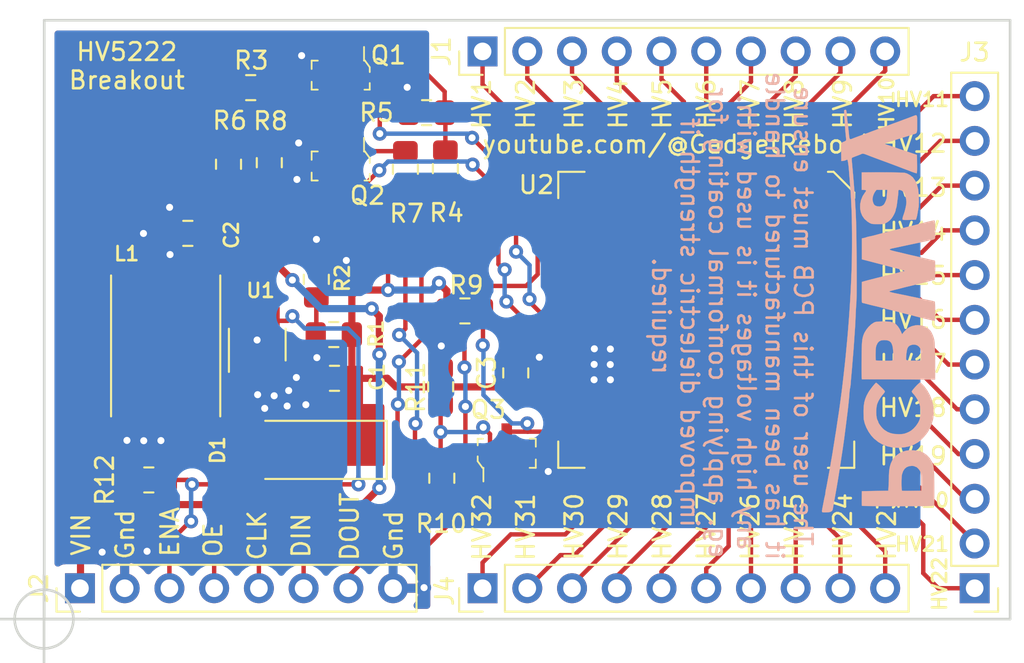
<source format=kicad_pcb>
(kicad_pcb (version 20171130) (host pcbnew "(5.1.2-1)-1")

  (general
    (thickness 1.6)
    (drawings 48)
    (tracks 359)
    (zones 0)
    (modules 27)
    (nets 54)
  )

  (page A4)
  (layers
    (0 F.Cu signal)
    (31 B.Cu signal)
    (32 B.Adhes user hide)
    (33 F.Adhes user hide)
    (34 B.Paste user hide)
    (35 F.Paste user hide)
    (36 B.SilkS user)
    (37 F.SilkS user)
    (38 B.Mask user hide)
    (39 F.Mask user hide)
    (40 Dwgs.User user hide)
    (41 Cmts.User user hide)
    (42 Eco1.User user hide)
    (43 Eco2.User user hide)
    (44 Edge.Cuts user)
    (45 Margin user hide)
    (46 B.CrtYd user hide)
    (47 F.CrtYd user hide)
    (48 B.Fab user hide)
    (49 F.Fab user hide)
  )

  (setup
    (last_trace_width 0.25)
    (user_trace_width 0.2032)
    (user_trace_width 0.254)
    (user_trace_width 0.3048)
    (user_trace_width 0.4064)
    (user_trace_width 0.6096)
    (user_trace_width 1.016)
    (trace_clearance 0.2)
    (zone_clearance 0.508)
    (zone_45_only yes)
    (trace_min 0.1524)
    (via_size 0.8)
    (via_drill 0.4)
    (via_min_size 0.658)
    (via_min_drill 0.3)
    (uvia_size 0.3)
    (uvia_drill 0.1)
    (uvias_allowed no)
    (uvia_min_size 0.2)
    (uvia_min_drill 0.1)
    (edge_width 0.15)
    (segment_width 0.2)
    (pcb_text_width 0.3)
    (pcb_text_size 1.5 1.5)
    (mod_edge_width 0.15)
    (mod_text_size 0.8 0.8)
    (mod_text_width 0.15)
    (pad_size 1.7 1.7)
    (pad_drill 1)
    (pad_to_mask_clearance 0)
    (solder_mask_min_width 0.0762)
    (aux_axis_origin 74.161 98.271)
    (grid_origin 74.171 98.271)
    (visible_elements FFFFFF7F)
    (pcbplotparams
      (layerselection 0x010f8_ffffffff)
      (usegerberextensions false)
      (usegerberattributes false)
      (usegerberadvancedattributes false)
      (creategerberjobfile false)
      (excludeedgelayer true)
      (linewidth 0.152400)
      (plotframeref false)
      (viasonmask false)
      (mode 1)
      (useauxorigin false)
      (hpglpennumber 1)
      (hpglpenspeed 20)
      (hpglpendiameter 15.000000)
      (psnegative false)
      (psa4output false)
      (plotreference true)
      (plotvalue false)
      (plotinvisibletext false)
      (padsonsilk false)
      (subtractmaskfromsilk false)
      (outputformat 1)
      (mirror false)
      (drillshape 0)
      (scaleselection 1)
      (outputdirectory "Output/"))
  )

  (net 0 "")
  (net 1 GNDREF)
  (net 2 "Net-(D1-Pad2)")
  (net 3 "Net-(R1-Pad1)")
  (net 4 +12V)
  (net 5 /VIN)
  (net 6 /DATA_OUT_12V)
  (net 7 /OE)
  (net 8 /DATA_IN)
  (net 9 /CLK)
  (net 10 /HV1)
  (net 11 /HV32)
  (net 12 /HV2)
  (net 13 /HV31)
  (net 14 /HV3)
  (net 15 /HV30)
  (net 16 /HV4)
  (net 17 /HV29)
  (net 18 /HV5)
  (net 19 /HV28)
  (net 20 /HV6)
  (net 21 /HV27)
  (net 22 /HV7)
  (net 23 /HV26)
  (net 24 /HV8)
  (net 25 /HV25)
  (net 26 /HV9)
  (net 27 /HV24)
  (net 28 /HV10)
  (net 29 /HV23)
  (net 30 /HV11)
  (net 31 /HV22)
  (net 32 /HV12)
  (net 33 /HV21)
  (net 34 /HV13)
  (net 35 /HV20)
  (net 36 /HV14)
  (net 37 /HV19)
  (net 38 /HV15)
  (net 39 /HV18)
  (net 40 /HV16)
  (net 41 /HV17)
  (net 42 /OE_12V)
  (net 43 "Net-(Q1-Pad1)")
  (net 44 /DATA_IN_12V)
  (net 45 "Net-(Q2-Pad1)")
  (net 46 "Net-(Q3-Pad1)")
  (net 47 /CLK_12V)
  (net 48 "Net-(U2-Pad19)")
  (net 49 "Net-(U2-Pad20)")
  (net 50 "Net-(U2-Pad21)")
  (net 51 "Net-(U2-Pad22)")
  (net 52 "Net-(U2-Pad29)")
  (net 53 /ENA)

  (net_class Default "This is the default net class."
    (clearance 0.2)
    (trace_width 0.25)
    (via_dia 0.8)
    (via_drill 0.4)
    (uvia_dia 0.3)
    (uvia_drill 0.1)
    (add_net +12V)
    (add_net /CLK)
    (add_net /CLK_12V)
    (add_net /DATA_IN)
    (add_net /DATA_IN_12V)
    (add_net /DATA_OUT_12V)
    (add_net /ENA)
    (add_net /OE)
    (add_net /OE_12V)
    (add_net /VIN)
    (add_net GNDREF)
    (add_net "Net-(D1-Pad2)")
    (add_net "Net-(Q1-Pad1)")
    (add_net "Net-(Q2-Pad1)")
    (add_net "Net-(Q3-Pad1)")
    (add_net "Net-(R1-Pad1)")
    (add_net "Net-(U2-Pad19)")
    (add_net "Net-(U2-Pad20)")
    (add_net "Net-(U2-Pad21)")
    (add_net "Net-(U2-Pad22)")
    (add_net "Net-(U2-Pad29)")
  )

  (net_class HV ""
    (clearance 0.508)
    (trace_width 0.25)
    (via_dia 0.8)
    (via_drill 0.4)
    (uvia_dia 0.3)
    (uvia_drill 0.1)
    (add_net /HV1)
    (add_net /HV10)
    (add_net /HV11)
    (add_net /HV12)
    (add_net /HV13)
    (add_net /HV14)
    (add_net /HV15)
    (add_net /HV16)
    (add_net /HV17)
    (add_net /HV18)
    (add_net /HV19)
    (add_net /HV2)
    (add_net /HV20)
    (add_net /HV21)
    (add_net /HV22)
    (add_net /HV23)
    (add_net /HV24)
    (add_net /HV25)
    (add_net /HV26)
    (add_net /HV27)
    (add_net /HV28)
    (add_net /HV29)
    (add_net /HV3)
    (add_net /HV30)
    (add_net /HV31)
    (add_net /HV32)
    (add_net /HV4)
    (add_net /HV5)
    (add_net /HV6)
    (add_net /HV7)
    (add_net /HV8)
    (add_net /HV9)
  )

  (net_class PWR ""
    (clearance 0.254)
    (trace_width 0.508)
    (via_dia 0.8)
    (via_drill 0.4)
    (uvia_dia 0.3)
    (uvia_drill 0.1)
  )

  (net_class Signals ""
    (clearance 0.254)
    (trace_width 0.4064)
    (via_dia 0.8)
    (via_drill 0.4)
    (uvia_dia 0.3)
    (uvia_drill 0.1)
  )

  (module "_Custom_Footprints:pcb way logo" locked (layer B.Cu) (tedit 0) (tstamp 6275878B)
    (at 120.865 80.785 90)
    (fp_text reference G*** (at 0 0 90) (layer B.SilkS) hide
      (effects (font (size 1.524 1.524) (thickness 0.3)) (justify mirror))
    )
    (fp_text value LOGO (at 0.75 0 90) (layer B.SilkS) hide
      (effects (font (size 1.524 1.524) (thickness 0.3)) (justify mirror))
    )
    (fp_poly (pts (xy -5.560911 3.803272) (xy -5.401501 3.788201) (xy -5.361481 3.782119) (xy -5.076571 3.712881)
      (xy -4.795154 3.603568) (xy -4.529552 3.460411) (xy -4.292089 3.289645) (xy -4.172403 3.180698)
      (xy -4.104182 3.111351) (xy -4.067054 3.067069) (xy -4.056004 3.037177) (xy -4.066021 3.011004)
      (xy -4.082614 2.98951) (xy -4.145914 2.918544) (xy -4.226202 2.837772) (xy -4.314442 2.755176)
      (xy -4.401595 2.678736) (xy -4.478625 2.616435) (xy -4.536493 2.576255) (xy -4.562821 2.5654)
      (xy -4.611019 2.583036) (xy -4.669978 2.627085) (xy -4.687898 2.644802) (xy -4.765385 2.713937)
      (xy -4.873187 2.793114) (xy -4.995161 2.871822) (xy -5.115163 2.939552) (xy -5.204077 2.980846)
      (xy -5.433434 3.047431) (xy -5.676004 3.074538) (xy -5.9055 3.060961) (xy -6.008013 3.043887)
      (xy -6.095873 3.026926) (xy -6.152947 3.013246) (xy -6.1595 3.01109) (xy -6.334764 2.928043)
      (xy -6.505094 2.813034) (xy -6.658737 2.676321) (xy -6.783938 2.528159) (xy -6.859486 2.4003)
      (xy -6.918748 2.264428) (xy -6.956631 2.151699) (xy -6.977719 2.041597) (xy -6.986598 1.913602)
      (xy -6.987951 1.825497) (xy -6.975849 1.585018) (xy -6.935027 1.377938) (xy -6.862071 1.193607)
      (xy -6.753568 1.021377) (xy -6.714078 0.971088) (xy -6.653022 0.907088) (xy -6.572446 0.836536)
      (xy -6.484014 0.768037) (xy -6.399391 0.710197) (xy -6.33024 0.671621) (xy -6.292974 0.6604)
      (xy -6.243816 0.646042) (xy -6.23443 0.639417) (xy -6.162525 0.601646) (xy -6.051915 0.573469)
      (xy -5.913856 0.555281) (xy -5.759604 0.547474) (xy -5.600413 0.550441) (xy -5.447539 0.564576)
      (xy -5.312237 0.59027) (xy -5.260917 0.605425) (xy -5.107137 0.671914) (xy -4.942548 0.767067)
      (xy -4.78661 0.878755) (xy -4.69571 0.957705) (xy -4.628347 1.011261) (xy -4.571856 1.036723)
      (xy -4.55601 1.037218) (xy -4.52428 1.017224) (xy -4.467719 0.968773) (xy -4.394591 0.900253)
      (xy -4.313161 0.820054) (xy -4.231693 0.736565) (xy -4.158452 0.658174) (xy -4.101702 0.59327)
      (xy -4.069709 0.550244) (xy -4.065589 0.539418) (xy -4.086112 0.510392) (xy -4.139138 0.459079)
      (xy -4.215794 0.392666) (xy -4.307208 0.31834) (xy -4.404508 0.243287) (xy -4.498819 0.174696)
      (xy -4.581271 0.119752) (xy -4.591249 0.113626) (xy -4.791482 0.003248) (xy -4.983731 -0.077389)
      (xy -5.181082 -0.131596) (xy -5.396619 -0.162684) (xy -5.64343 -0.173966) (xy -5.7277 -0.173965)
      (xy -5.862372 -0.172168) (xy -5.983352 -0.169393) (xy -6.07926 -0.165985) (xy -6.138712 -0.162287)
      (xy -6.1468 -0.161319) (xy -6.375963 -0.106574) (xy -6.613318 -0.013754) (xy -6.844756 0.109575)
      (xy -7.056167 0.255847) (xy -7.23344 0.417494) (xy -7.2406 0.425239) (xy -7.431262 0.662584)
      (xy -7.575989 0.91087) (xy -7.676975 1.175961) (xy -7.736416 1.463719) (xy -7.756507 1.78001)
      (xy -7.756496 1.8034) (xy -7.736786 2.124543) (xy -7.679727 2.414522) (xy -7.584026 2.67796)
      (xy -7.448391 2.919476) (xy -7.441557 2.929567) (xy -7.361341 3.030988) (xy -7.252021 3.147527)
      (xy -7.127068 3.266597) (xy -6.999958 3.37561) (xy -6.884164 3.461979) (xy -6.8453 3.486617)
      (xy -6.739634 3.545704) (xy -6.62761 3.602647) (xy -6.520935 3.652104) (xy -6.431316 3.688736)
      (xy -6.370457 3.7072) (xy -6.359195 3.7084) (xy -6.307149 3.719548) (xy -6.279806 3.731066)
      (xy -6.187409 3.762905) (xy -6.057033 3.786728) (xy -5.900965 3.801853) (xy -5.731495 3.807595)
      (xy -5.560911 3.803272)) (layer B.SilkS) (width 0.01))
    (fp_poly (pts (xy 2.532456 3.889832) (xy 2.657716 3.888599) (xy 2.760042 3.886628) (xy 2.830218 3.883908)
      (xy 2.859028 3.880425) (xy 2.859131 3.880335) (xy 2.870932 3.849669) (xy 2.886371 3.786168)
      (xy 2.894808 3.743361) (xy 2.914947 3.643707) (xy 2.937976 3.544555) (xy 2.944905 3.5179)
      (xy 2.967687 3.428532) (xy 2.992133 3.324997) (xy 3.000082 3.2893) (xy 3.021346 3.193811)
      (xy 3.042446 3.102438) (xy 3.0494 3.0734) (xy 3.069674 2.990274) (xy 3.093142 2.894069)
      (xy 3.098966 2.8702) (xy 3.119846 2.781561) (xy 3.144823 2.671285) (xy 3.162504 2.5908)
      (xy 3.186527 2.483626) (xy 3.217016 2.353188) (xy 3.247891 2.225449) (xy 3.251763 2.2098)
      (xy 3.279067 2.09902) (xy 3.304077 1.996127) (xy 3.322385 1.91929) (xy 3.325692 1.905)
      (xy 3.370361 1.711357) (xy 3.405943 1.562349) (xy 3.434031 1.452947) (xy 3.456219 1.378121)
      (xy 3.474099 1.332842) (xy 3.489267 1.312082) (xy 3.503315 1.31081) (xy 3.511903 1.317344)
      (xy 3.532784 1.356941) (xy 3.552951 1.423368) (xy 3.556475 1.439407) (xy 3.566748 1.489444)
      (xy 3.578581 1.54598) (xy 3.59377 1.617408) (xy 3.614111 1.712121) (xy 3.6414 1.838512)
      (xy 3.677433 2.004974) (xy 3.683288 2.032) (xy 3.72666 2.233467) (xy 3.769819 2.436234)
      (xy 3.808996 2.622505) (xy 3.836623 2.7559) (xy 3.852659 2.832388) (xy 3.876453 2.943748)
      (xy 3.904813 3.075248) (xy 3.934547 3.212156) (xy 3.962463 3.339738) (xy 3.985368 3.443262)
      (xy 3.990713 3.4671) (xy 4.010052 3.559329) (xy 4.026819 3.649305) (xy 4.028207 3.6576)
      (xy 4.055076 3.774527) (xy 4.089715 3.85244) (xy 4.129567 3.885945) (xy 4.136931 3.886841)
      (xy 4.345495 3.88905) (xy 4.54253 3.889209) (xy 4.721766 3.88747) (xy 4.876936 3.883988)
      (xy 5.001773 3.878914) (xy 5.090008 3.872402) (xy 5.135374 3.864605) (xy 5.139404 3.862356)
      (xy 5.145247 3.849252) (xy 5.146076 3.823156) (xy 5.140926 3.779807) (xy 5.128834 3.714939)
      (xy 5.108838 3.624291) (xy 5.079975 3.503597) (xy 5.04128 3.348596) (xy 4.991792 3.155022)
      (xy 4.930548 2.918613) (xy 4.898082 2.794) (xy 4.865476 2.667856) (xy 4.83542 2.549524)
      (xy 4.811568 2.453503) (xy 4.798909 2.4003) (xy 4.775787 2.303417) (xy 4.750453 2.204447)
      (xy 4.748478 2.1971) (xy 4.72461 2.105348) (xy 4.702627 2.015622) (xy 4.700529 2.0066)
      (xy 4.684254 1.939014) (xy 4.659926 1.841453) (xy 4.632337 1.733091) (xy 4.627545 1.7145)
      (xy 4.574801 1.509431) (xy 4.526752 1.320887) (xy 4.485181 1.155968) (xy 4.451871 1.021776)
      (xy 4.428604 0.925408) (xy 4.420272 0.889) (xy 4.40403 0.821688) (xy 4.378762 0.72453)
      (xy 4.349429 0.61652) (xy 4.343963 0.5969) (xy 4.313978 0.486584) (xy 4.286853 0.381281)
      (xy 4.267782 0.301257) (xy 4.265814 0.2921) (xy 4.247455 0.204485) (xy 4.230429 0.123255)
      (xy 4.228551 0.1143) (xy 4.209852 0.04085) (xy 4.19199 -0.0127) (xy 4.173206 -0.070618)
      (xy 4.153088 -0.148808) (xy 4.149453 -0.1651) (xy 4.1275 -0.2667) (xy 2.938047 -0.2667)
      (xy 2.893177 -0.0889) (xy 2.868086 0.009446) (xy 2.83473 0.138709) (xy 2.797818 0.280692)
      (xy 2.76824 0.3937) (xy 2.735111 0.520353) (xy 2.704769 0.637322) (xy 2.680656 0.731281)
      (xy 2.666575 0.7874) (xy 2.644522 0.873764) (xy 2.619149 0.967425) (xy 2.6162 0.9779)
      (xy 2.591168 1.069487) (xy 2.568004 1.159124) (xy 2.56572 1.1684) (xy 2.548617 1.235871)
      (xy 2.523171 1.333261) (xy 2.494379 1.441473) (xy 2.489262 1.4605) (xy 2.458044 1.578672)
      (xy 2.427239 1.699113) (xy 2.403136 1.797197) (xy 2.401672 1.8034) (xy 2.366409 1.941706)
      (xy 2.333436 2.049421) (xy 2.304562 2.122787) (xy 2.281593 2.158044) (xy 2.266338 2.151435)
      (xy 2.260605 2.0992) (xy 2.2606 2.096696) (xy 2.250875 2.020759) (xy 2.237845 1.976046)
      (xy 2.216552 1.912822) (xy 2.193209 1.831697) (xy 2.18914 1.8161) (xy 2.164181 1.718938)
      (xy 2.138513 1.619802) (xy 2.136715 1.6129) (xy 2.105263 1.490582) (xy 2.071717 1.357498)
      (xy 2.040364 1.230881) (xy 2.015491 1.127962) (xy 2.00715 1.0922) (xy 1.979587 0.975023)
      (xy 1.9433 0.825859) (xy 1.901119 0.655861) (xy 1.855878 0.476179) (xy 1.810407 0.297964)
      (xy 1.767539 0.132369) (xy 1.730106 -0.009457) (xy 1.700939 -0.116362) (xy 1.694299 -0.1397)
      (xy 1.657617 -0.2667) (xy 1.069491 -0.273519) (xy 0.872546 -0.275198) (xy 0.721329 -0.274957)
      (xy 0.610798 -0.27258) (xy 0.535909 -0.267853) (xy 0.491621 -0.260563) (xy 0.47289 -0.250495)
      (xy 0.471765 -0.248119) (xy 0.460509 -0.205967) (xy 0.442497 -0.134359) (xy 0.431364 -0.0889)
      (xy 0.408486 0.002528) (xy 0.386331 0.086547) (xy 0.378578 0.1143) (xy 0.363845 0.169982)
      (xy 0.341079 0.261377) (xy 0.313671 0.3747) (xy 0.291144 0.4699) (xy 0.259688 0.604058)
      (xy 0.236509 0.70208) (xy 0.218289 0.777292) (xy 0.201711 0.843018) (xy 0.183458 0.912583)
      (xy 0.160214 0.999311) (xy 0.148882 1.0414) (xy 0.117117 1.160106) (xy 0.0908 1.260746)
      (xy 0.064449 1.364659) (xy 0.032584 1.493186) (xy 0.026561 1.51765) (xy 0.001936 1.617732)
      (xy -0.023503 1.721121) (xy -0.026562 1.73355) (xy -0.062832 1.879468) (xy -0.091806 1.99217)
      (xy -0.117699 2.087917) (xy -0.126945 2.1209) (xy -0.151296 2.214274) (xy -0.175148 2.316539)
      (xy -0.179472 2.3368) (xy -0.202089 2.433961) (xy -0.230564 2.541967) (xy -0.240947 2.5781)
      (xy -0.261252 2.650877) (xy -0.288878 2.756031) (xy -0.321933 2.885733) (xy -0.35852 3.032157)
      (xy -0.396745 3.187475) (xy -0.434712 3.343858) (xy -0.470528 3.49348) (xy -0.502296 3.628511)
      (xy -0.528122 3.741125) (xy -0.546111 3.823494) (xy -0.554369 3.86779) (xy -0.554459 3.873179)
      (xy -0.523918 3.878961) (xy -0.45192 3.883555) (xy -0.347737 3.886966) (xy -0.220638 3.889198)
      (xy -0.079893 3.890258) (xy 0.065228 3.890149) (xy 0.205456 3.888878) (xy 0.33152 3.886448)
      (xy 0.434151 3.882866) (xy 0.504078 3.878137) (xy 0.53178 3.87258) (xy 0.547402 3.846288)
      (xy 0.564882 3.793606) (xy 0.585844 3.708127) (xy 0.611912 3.58344) (xy 0.634504 3.4671)
      (xy 0.654403 3.365556) (xy 0.680383 3.237027) (xy 0.708666 3.099806) (xy 0.735475 2.97219)
      (xy 0.757031 2.872473) (xy 0.760377 2.8575) (xy 0.77832 2.774039) (xy 0.799698 2.669324)
      (xy 0.812631 2.6035) (xy 0.832633 2.503627) (xy 0.852741 2.409423) (xy 0.8636 2.3622)
      (xy 0.880611 2.286843) (xy 0.901294 2.187928) (xy 0.914568 2.1209) (xy 0.934794 2.017764)
      (xy 0.955077 1.917249) (xy 0.965565 1.8669) (xy 0.982392 1.78543) (xy 1.003342 1.680704)
      (xy 1.018543 1.60292) (xy 1.040573 1.500504) (xy 1.065117 1.403678) (xy 1.081736 1.34892)
      (xy 1.101631 1.298561) (xy 1.116971 1.287401) (xy 1.133013 1.318881) (xy 1.155009 1.396442)
      (xy 1.155156 1.397) (xy 1.173674 1.466752) (xy 1.195299 1.547245) (xy 1.195882 1.5494)
      (xy 1.218315 1.636652) (xy 1.240966 1.730949) (xy 1.243013 1.7399) (xy 1.260969 1.814112)
      (xy 1.287227 1.916925) (xy 1.316569 2.027975) (xy 1.321081 2.0447) (xy 1.350151 2.155161)
      (xy 1.376501 2.260569) (xy 1.395068 2.340579) (xy 1.396944 2.3495) (xy 1.409668 2.405685)
      (xy 1.43209 2.498761) (xy 1.462353 2.621461) (xy 1.498601 2.766515) (xy 1.538978 2.926655)
      (xy 1.581626 3.094614) (xy 1.624689 3.263123) (xy 1.666311 3.424914) (xy 1.704635 3.572717)
      (xy 1.737804 3.699266) (xy 1.763962 3.797292) (xy 1.781252 3.859527) (xy 1.787604 3.878872)
      (xy 1.815362 3.882449) (xy 1.884695 3.885376) (xy 1.986389 3.887641) (xy 2.111228 3.889232)
      (xy 2.249996 3.890136) (xy 2.393477 3.89034) (xy 2.532456 3.889832)) (layer B.SilkS) (width 0.01))
    (fp_poly (pts (xy -10.126591 3.844228) (xy -9.929313 3.843139) (xy -9.735945 3.841192) (xy -9.553325 3.838394)
      (xy -9.38829 3.834755) (xy -9.247678 3.830284) (xy -9.138327 3.824989) (xy -9.1313 3.824541)
      (xy -8.956587 3.810675) (xy -8.820741 3.793302) (xy -8.711841 3.770008) (xy -8.617965 3.738376)
      (xy -8.5471 3.706161) (xy -8.339348 3.575875) (xy -8.169537 3.411834) (xy -8.037919 3.214314)
      (xy -7.972923 3.067989) (xy -7.940297 2.945556) (xy -7.917438 2.789796) (xy -7.905442 2.617438)
      (xy -7.905406 2.44521) (xy -7.918428 2.289839) (xy -7.920839 2.273633) (xy -7.978841 2.053731)
      (xy -8.078306 1.848794) (xy -8.213134 1.667826) (xy -8.377223 1.519831) (xy -8.473314 1.458208)
      (xy -8.658103 1.371987) (xy -8.859803 1.312819) (xy -9.08855 1.278442) (xy -9.331367 1.266769)
      (xy -9.489371 1.263875) (xy -9.664856 1.258708) (xy -9.831707 1.252114) (xy -9.9187 1.247719)
      (xy -10.1981 1.2319) (xy -10.2235 -0.2667) (xy -10.631411 -0.273655) (xy -10.77054 -0.27497)
      (xy -10.891505 -0.274108) (xy -10.985333 -0.271294) (xy -11.04305 -0.266751) (xy -11.056861 -0.263072)
      (xy -11.059598 -0.235523) (xy -11.062204 -0.161025) (xy -11.064646 -0.04343) (xy -11.066891 0.113411)
      (xy -11.068906 0.305646) (xy -11.070657 0.529424) (xy -11.072113 0.780894) (xy -11.073239 1.056204)
      (xy -11.074003 1.351503) (xy -11.074371 1.662939) (xy -11.0744 1.780735) (xy -11.074244 2.164842)
      (xy -11.074084 2.273478) (xy -10.206686 2.273478) (xy -10.205711 2.153396) (xy -10.203623 2.065736)
      (xy -10.200501 2.018535) (xy -10.19943 2.013607) (xy -10.170509 2.001425) (xy -10.100654 1.991956)
      (xy -9.999658 1.985252) (xy -9.87732 1.981367) (xy -9.743433 1.980352) (xy -9.607793 1.98226)
      (xy -9.480196 1.987143) (xy -9.370437 1.995054) (xy -9.288312 2.006046) (xy -9.275898 2.008657)
      (xy -9.094353 2.069302) (xy -8.955111 2.157988) (xy -8.857953 2.274965) (xy -8.802659 2.420484)
      (xy -8.7884 2.56289) (xy -8.792343 2.646367) (xy -8.802568 2.7078) (xy -8.8138 2.7305)
      (xy -8.835581 2.766536) (xy -8.8392 2.792544) (xy -8.857061 2.834911) (xy -8.902809 2.893041)
      (xy -8.940235 2.930168) (xy -9.005333 2.985814) (xy -9.066813 3.028095) (xy -9.133035 3.058917)
      (xy -9.21236 3.080186) (xy -9.313151 3.093808) (xy -9.443767 3.101691) (xy -9.612571 3.105741)
      (xy -9.7155 3.106939) (xy -10.1981 3.1115) (xy -10.204983 2.578757) (xy -10.20647 2.417944)
      (xy -10.206686 2.273478) (xy -11.074084 2.273478) (xy -11.073747 2.500914) (xy -11.072867 2.791711)
      (xy -11.071559 3.039997) (xy -11.069782 3.248535) (xy -11.067493 3.420088) (xy -11.064649 3.557417)
      (xy -11.061207 3.663286) (xy -11.057123 3.740457) (xy -11.052356 3.791693) (xy -11.046863 3.819757)
      (xy -11.04265 3.827039) (xy -11.009458 3.832215) (xy -10.932311 3.83647) (xy -10.818049 3.839811)
      (xy -10.673508 3.842249) (xy -10.505526 3.843791) (xy -10.320941 3.844448) (xy -10.126591 3.844228)) (layer B.SilkS) (width 0.01))
    (fp_poly (pts (xy -2.826161 3.888604) (xy -2.547899 3.885702) (xy -2.298297 3.881231) (xy -2.081536 3.875271)
      (xy -1.901796 3.867901) (xy -1.76326 3.859201) (xy -1.670106 3.849252) (xy -1.652043 3.846118)
      (xy -1.511814 3.809359) (xy -1.36666 3.756716) (xy -1.233173 3.695249) (xy -1.127946 3.632021)
      (xy -1.102665 3.612326) (xy -0.971639 3.468909) (xy -0.874304 3.295237) (xy -0.814414 3.102098)
      (xy -0.795727 2.90028) (xy -0.808041 2.766075) (xy -0.85569 2.566701) (xy -0.928239 2.401811)
      (xy -1.03359 2.258017) (xy -1.179645 2.121929) (xy -1.19592 2.108919) (xy -1.314522 2.015169)
      (xy -1.149826 1.94342) (xy -0.999404 1.865906) (xy -0.86345 1.773398) (xy -0.754307 1.675281)
      (xy -0.692679 1.595897) (xy -0.643674 1.485989) (xy -0.610219 1.343592) (xy -0.591599 1.163695)
      (xy -0.587101 0.94129) (xy -0.588446 0.8636) (xy -0.592987 0.719002) (xy -0.59942 0.614043)
      (xy -0.609397 0.537564) (xy -0.624572 0.478406) (xy -0.646597 0.425408) (xy -0.656151 0.4064)
      (xy -0.753876 0.260044) (xy -0.889112 0.116632) (xy -1.049198 -0.012941) (xy -1.221469 -0.117778)
      (xy -1.31437 -0.159979) (xy -1.391698 -0.188515) (xy -1.470346 -0.212198) (xy -1.55594 -0.231518)
      (xy -1.654109 -0.246962) (xy -1.770477 -0.259017) (xy -1.910673 -0.268171) (xy -2.080323 -0.274912)
      (xy -2.285053 -0.279728) (xy -2.530491 -0.283105) (xy -2.757815 -0.285084) (xy -2.977534 -0.286331)
      (xy -3.18365 -0.286837) (xy -3.370072 -0.286637) (xy -3.530713 -0.285766) (xy -3.659482 -0.284259)
      (xy -3.750292 -0.28215) (xy -3.797052 -0.279474) (xy -3.799215 -0.279151) (xy -3.8735 -0.266203)
      (xy -3.878041 1.184547) (xy -2.818582 1.184547) (xy -2.817073 1.021154) (xy -2.816858 1.00502)
      (xy -2.814295 0.856885) (xy -2.810974 0.726325) (xy -2.807198 0.621829) (xy -2.803269 0.551884)
      (xy -2.7998 0.525388) (xy -2.771866 0.518289) (xy -2.702553 0.512947) (xy -2.601262 0.509762)
      (xy -2.477397 0.509135) (xy -2.429524 0.509607) (xy -2.265057 0.513623) (xy -2.14102 0.521235)
      (xy -2.047109 0.533535) (xy -1.973015 0.551613) (xy -1.9466 0.560712) (xy -1.812717 0.625543)
      (xy -1.721436 0.707944) (xy -1.66763 0.815751) (xy -1.646173 0.956802) (xy -1.64544 1.021055)
      (xy -1.656934 1.158) (xy -1.689294 1.267668) (xy -1.747132 1.353053) (xy -1.835059 1.417148)
      (xy -1.957686 1.462946) (xy -2.119625 1.493441) (xy -2.325487 1.511627) (xy -2.407225 1.515575)
      (xy -2.557358 1.520242) (xy -2.663947 1.519852) (xy -2.734033 1.51405) (xy -2.774655 1.502482)
      (xy -2.783707 1.496603) (xy -2.797929 1.477928) (xy -2.808051 1.444461) (xy -2.814549 1.389125)
      (xy -2.8179 1.304845) (xy -2.818582 1.184547) (xy -3.878041 1.184547) (xy -3.879999 1.809999)
      (xy -3.88244 2.590112) (xy -2.813181 2.590112) (xy -2.810644 2.467993) (xy -2.805187 2.370719)
      (xy -2.797283 2.309616) (xy -2.79461 2.300304) (xy -2.783084 2.271876) (xy -2.768266 2.252865)
      (xy -2.741647 2.242352) (xy -2.694719 2.239416) (xy -2.618975 2.243138) (xy -2.505906 2.252598)
      (xy -2.422709 2.260096) (xy -2.259121 2.280214) (xy -2.137508 2.309326) (xy -2.049305 2.351297)
      (xy -1.985948 2.409991) (xy -1.945487 2.475399) (xy -1.902792 2.61068) (xy -1.902858 2.746357)
      (xy -1.942613 2.871848) (xy -2.018982 2.976572) (xy -2.109711 3.041016) (xy -2.165453 3.066011)
      (xy -2.221264 3.081986) (xy -2.289857 3.090538) (xy -2.383946 3.093267) (xy -2.513896 3.091816)
      (xy -2.805291 3.0861) (xy -2.812327 2.725754) (xy -2.813181 2.590112) (xy -3.88244 2.590112)
      (xy -3.886497 3.8862) (xy -3.791099 3.887089) (xy -3.451942 3.889377) (xy -3.128903 3.889855)
      (xy -2.826161 3.888604)) (layer B.SilkS) (width 0.01))
    (fp_poly (pts (xy 6.374051 2.963366) (xy 6.534973 2.958054) (xy 6.687105 2.949813) (xy 6.818563 2.938907)
      (xy 6.9088 2.927132) (xy 7.166464 2.864128) (xy 7.386143 2.769718) (xy 7.56685 2.644696)
      (xy 7.707601 2.489858) (xy 7.807409 2.305998) (xy 7.85082 2.167245) (xy 7.856694 2.116434)
      (xy 7.861997 2.019777) (xy 7.866681 1.882223) (xy 7.870695 1.708723) (xy 7.873989 1.504228)
      (xy 7.876515 1.273689) (xy 7.878221 1.022055) (xy 7.879059 0.754277) (xy 7.878978 0.475307)
      (xy 7.877928 0.190094) (xy 7.87586 -0.096411) (xy 7.874744 -0.20955) (xy 7.874 -0.2794)
      (xy 6.8834 -0.2794) (xy 6.881614 -0.18415) (xy 6.875988 -0.087279) (xy 6.859568 -0.037279)
      (xy 6.826213 -0.030437) (xy 6.769778 -0.063037) (xy 6.730917 -0.093022) (xy 6.528512 -0.224926)
      (xy 6.305413 -0.316199) (xy 6.070831 -0.364866) (xy 5.833973 -0.368954) (xy 5.620289 -0.331176)
      (xy 5.41391 -0.248277) (xy 5.235986 -0.123391) (xy 5.087186 0.042941) (xy 5.014508 0.158159)
      (xy 4.984619 0.214355) (xy 4.964065 0.263604) (xy 4.951101 0.317165) (xy 4.943982 0.386294)
      (xy 4.940965 0.482249) (xy 4.940303 0.616287) (xy 4.9403 0.637007) (xy 4.940719 0.754567)
      (xy 5.939747 0.754567) (xy 5.945868 0.621594) (xy 5.949934 0.60325) (xy 5.985283 0.499964)
      (xy 6.038919 0.43254) (xy 6.124436 0.386614) (xy 6.169343 0.371435) (xy 6.275488 0.343441)
      (xy 6.362466 0.335245) (xy 6.453554 0.346858) (xy 6.54929 0.371648) (xy 6.64924 0.40918)
      (xy 6.745627 0.459168) (xy 6.78815 0.488082) (xy 6.8834 0.563069) (xy 6.8834 1.175704)
      (xy 6.67385 1.156668) (xy 6.571854 1.147871) (xy 6.486772 1.141384) (xy 6.433388 1.138311)
      (xy 6.4262 1.138211) (xy 6.363068 1.126765) (xy 6.274708 1.096245) (xy 6.179029 1.054403)
      (xy 6.093942 1.008994) (xy 6.041338 0.971591) (xy 5.972709 0.875821) (xy 5.939747 0.754567)
      (xy 4.940719 0.754567) (xy 4.940799 0.776953) (xy 4.943465 0.877469) (xy 4.950044 0.949922)
      (xy 4.962286 1.00568) (xy 4.98194 1.056111) (xy 5.010753 1.112582) (xy 5.014534 1.119607)
      (xy 5.077448 1.217687) (xy 5.1574 1.318344) (xy 5.205034 1.368558) (xy 5.285856 1.433962)
      (xy 5.389578 1.501342) (xy 5.502645 1.563625) (xy 5.6115 1.613736) (xy 5.702589 1.644604)
      (xy 5.746355 1.651) (xy 5.803451 1.659476) (xy 5.83057 1.67261) (xy 5.865458 1.685566)
      (xy 5.937495 1.701337) (xy 6.033337 1.717163) (xy 6.0706 1.722278) (xy 6.205962 1.739909)
      (xy 6.35533 1.759424) (xy 6.486908 1.776669) (xy 6.4897 1.777036) (xy 6.600417 1.789978)
      (xy 6.704469 1.799414) (xy 6.781362 1.803521) (xy 6.78815 1.803568) (xy 6.851035 1.807548)
      (xy 6.877931 1.826093) (xy 6.8834 1.865449) (xy 6.863629 1.950347) (xy 6.812914 2.041152)
      (xy 6.744146 2.118098) (xy 6.697419 2.150531) (xy 6.612845 2.183516) (xy 6.497012 2.21509)
      (xy 6.369385 2.241073) (xy 6.249429 2.257284) (xy 6.184899 2.2606) (xy 6.081305 2.252234)
      (xy 5.945471 2.229454) (xy 5.792701 2.195742) (xy 5.6383 2.154581) (xy 5.497572 2.109451)
      (xy 5.461 2.095925) (xy 5.373424 2.066142) (xy 5.290712 2.044044) (xy 5.267809 2.039656)
      (xy 5.216272 2.035367) (xy 5.191528 2.052825) (xy 5.179982 2.104872) (xy 5.177551 2.124899)
      (xy 5.174134 2.190438) (xy 5.173761 2.291548) (xy 5.176326 2.413097) (xy 5.180242 2.511177)
      (xy 5.1943 2.799853) (xy 5.2832 2.832329) (xy 5.353341 2.852546) (xy 5.452663 2.874639)
      (xy 5.559974 2.893905) (xy 5.5626 2.894313) (xy 5.677861 2.913091) (xy 5.793439 2.93341)
      (xy 5.8801 2.950033) (xy 5.957361 2.959082) (xy 6.073362 2.964145) (xy 6.216219 2.965484)
      (xy 6.374051 2.963366)) (layer B.SilkS) (width 0.01))
    (fp_poly (pts (xy 10.941751 2.86953) (xy 11.034044 2.863302) (xy 11.090937 2.848355) (xy 11.117548 2.821094)
      (xy 11.118996 2.777928) (xy 11.1004 2.715261) (xy 11.06688 2.629502) (xy 11.046612 2.5781)
      (xy 11.003013 2.464628) (xy 10.960072 2.350996) (xy 10.926076 2.259161) (xy 10.922 2.2479)
      (xy 10.890423 2.161388) (xy 10.849025 2.049481) (xy 10.805991 1.934288) (xy 10.799753 1.9177)
      (xy 10.752167 1.790368) (xy 10.700245 1.650019) (xy 10.655045 1.526542) (xy 10.654122 1.524)
      (xy 10.616622 1.421965) (xy 10.581593 1.328856) (xy 10.555917 1.262934) (xy 10.553619 1.2573)
      (xy 10.530664 1.197148) (xy 10.498007 1.106187) (xy 10.461877 1.001846) (xy 10.453769 0.9779)
      (xy 10.416205 0.867189) (xy 10.388152 0.787235) (xy 10.363191 0.720559) (xy 10.3349 0.649682)
      (xy 10.318485 0.6096) (xy 10.294763 0.548093) (xy 10.263994 0.46356) (xy 10.248367 0.4191)
      (xy 10.216029 0.328884) (xy 10.184411 0.245514) (xy 10.172459 0.2159) (xy 10.13949 0.133185)
      (xy 10.113576 0.0635) (xy 10.060957 -0.083985) (xy 10.005294 -0.238058) (xy 9.949596 -0.3906)
      (xy 9.896869 -0.533493) (xy 9.850123 -0.658618) (xy 9.812364 -0.757855) (xy 9.786601 -0.823087)
      (xy 9.777295 -0.844205) (xy 9.754822 -0.894763) (xy 9.754404 -0.931413) (xy 9.782027 -0.957549)
      (xy 9.843676 -0.976565) (xy 9.945338 -0.991853) (xy 10.0584 -1.003577) (xy 10.154068 -1.013432)
      (xy 10.28116 -1.027601) (xy 10.420715 -1.043932) (xy 10.5156 -1.055489) (xy 10.689517 -1.076871)
      (xy 10.82766 -1.093239) (xy 10.944623 -1.106176) (xy 11.055002 -1.117266) (xy 11.173393 -1.12809)
      (xy 11.233149 -1.133294) (xy 11.332288 -1.142985) (xy 11.391112 -1.153508) (xy 11.420014 -1.168775)
      (xy 11.429385 -1.1927) (xy 11.429999 -1.207411) (xy 11.415964 -1.258174) (xy 11.394359 -1.278241)
      (xy 11.36101 -1.279792) (xy 11.2848 -1.277645) (xy 11.173489 -1.272337) (xy 11.03484 -1.264408)
      (xy 10.876613 -1.254396) (xy 10.706569 -1.24284) (xy 10.532471 -1.230279) (xy 10.36208 -1.217251)
      (xy 10.203156 -1.204296) (xy 10.063462 -1.191951) (xy 9.950758 -1.180756) (xy 9.8933 -1.174049)
      (xy 9.80487 -1.164727) (xy 9.733206 -1.160864) (xy 9.701121 -1.162365) (xy 9.670543 -1.189154)
      (xy 9.635625 -1.249055) (xy 9.616279 -1.295641) (xy 9.597266 -1.345398) (xy 9.576233 -1.383223)
      (xy 9.546533 -1.410619) (xy 9.501522 -1.429087) (xy 9.434553 -1.440129) (xy 9.338983 -1.445248)
      (xy 9.208164 -1.445945) (xy 9.035453 -1.443723) (xy 8.9662 -1.442572) (xy 8.5217 -1.4351)
      (xy 8.526639 -1.345472) (xy 8.541657 -1.259388) (xy 8.569789 -1.182194) (xy 8.59313 -1.126869)
      (xy 8.597948 -1.092496) (xy 8.597406 -1.091402) (xy 8.566632 -1.078136) (xy 8.494993 -1.062243)
      (xy 8.392259 -1.045187) (xy 8.268202 -1.028429) (xy 8.132591 -1.013435) (xy 8.001 -1.002085)
      (xy 7.880738 -0.993106) (xy 7.732557 -0.981733) (xy 7.579169 -0.969721) (xy 7.493 -0.96285)
      (xy 7.010429 -0.925824) (xy 6.563164 -0.89557) (xy 6.138348 -0.871582) (xy 5.723121 -0.853352)
      (xy 5.304626 -0.840373) (xy 4.870005 -0.832137) (xy 4.406399 -0.828138) (xy 4.064 -0.827582)
      (xy 3.70564 -0.828459) (xy 3.376837 -0.830693) (xy 3.068014 -0.834549) (xy 2.769592 -0.840297)
      (xy 2.471992 -0.848203) (xy 2.165636 -0.858535) (xy 1.840947 -0.871562) (xy 1.488346 -0.88755)
      (xy 1.098255 -0.906768) (xy 0.9398 -0.91489) (xy 0.623408 -0.932526) (xy 0.274421 -0.954221)
      (xy -0.095155 -0.979089) (xy -0.473314 -1.006244) (xy -0.84805 -1.034797) (xy -1.207356 -1.063862)
      (xy -1.539228 -1.092553) (xy -1.8161 -1.118453) (xy -1.964562 -1.132806) (xy -2.127038 -1.148199)
      (xy -2.277416 -1.16217) (xy -2.3368 -1.167572) (xy -2.514025 -1.184428) (xy -2.732042 -1.206598)
      (xy -2.981247 -1.232996) (xy -3.252037 -1.262535) (xy -3.534808 -1.294128) (xy -3.819957 -1.326689)
      (xy -4.097881 -1.35913) (xy -4.358976 -1.390366) (xy -4.593638 -1.419309) (xy -4.792265 -1.444872)
      (xy -4.81965 -1.448522) (xy -4.948405 -1.465751) (xy -5.091174 -1.484818) (xy -5.18795 -1.49772)
      (xy -5.472592 -1.536675) (xy -5.742159 -1.575588) (xy -5.8928 -1.598426) (xy -6.103288 -1.630921)
      (xy -6.273467 -1.656851) (xy -6.413186 -1.677699) (xy -6.532297 -1.694942) (xy -6.5786 -1.701473)
      (xy -6.700755 -1.719395) (xy -6.834931 -1.740296) (xy -6.9088 -1.752401) (xy -7.02736 -1.771951)
      (xy -7.154652 -1.792293) (xy -7.2263 -1.8034) (xy -7.344215 -1.821722) (xy -7.472588 -1.842243)
      (xy -7.5311 -1.851822) (xy -7.625804 -1.867225) (xy -7.749763 -1.886994) (xy -7.882022 -1.907799)
      (xy -7.9375 -1.91643) (xy -8.076352 -1.938647) (xy -8.225299 -1.963595) (xy -8.358626 -1.986937)
      (xy -8.396499 -1.99386) (xy -8.503232 -2.013103) (xy -8.599587 -2.029466) (xy -8.667548 -2.03991)
      (xy -8.675899 -2.040991) (xy -8.713272 -2.046171) (xy -8.766917 -2.054833) (xy -8.843103 -2.068099)
      (xy -8.948101 -2.087093) (xy -9.088178 -2.112939) (xy -9.269605 -2.146759) (xy -9.3472 -2.161281)
      (xy -9.460378 -2.182322) (xy -9.582291 -2.20476) (xy -9.6266 -2.212846) (xy -9.78495 -2.241744)
      (xy -9.902302 -2.263488) (xy -9.987668 -2.279849) (xy -10.050061 -2.292596) (xy -10.098493 -2.3035)
      (xy -10.137547 -2.313188) (xy -10.222708 -2.329583) (xy -10.302451 -2.336785) (xy -10.305207 -2.3368)
      (xy -10.389259 -2.344859) (xy -10.45466 -2.359459) (xy -10.522408 -2.377393) (xy -10.614094 -2.398167)
      (xy -10.668 -2.409133) (xy -10.754195 -2.425812) (xy -10.871623 -2.448549) (xy -11.001646 -2.473736)
      (xy -11.075636 -2.488073) (xy -11.215799 -2.515642) (xy -11.31334 -2.532315) (xy -11.375922 -2.534407)
      (xy -11.411207 -2.518235) (xy -11.426859 -2.480114) (xy -11.430538 -2.41636) (xy -11.429913 -2.32329)
      (xy -11.429906 -2.31775) (xy -11.422505 -2.162627) (xy -11.398697 -2.050643) (xy -11.35584 -1.976033)
      (xy -11.291294 -1.933037) (xy -11.248185 -1.921243) (xy -11.173025 -1.907653) (xy -11.076152 -1.890428)
      (xy -11.0236 -1.881187) (xy -10.912621 -1.861549) (xy -10.790409 -1.839613) (xy -10.73785 -1.830069)
      (xy -10.519036 -1.79046) (xy -10.293835 -1.750321) (xy -10.07161 -1.711273) (xy -9.861723 -1.674935)
      (xy -9.673534 -1.642929) (xy -9.516406 -1.616876) (xy -9.399701 -1.598394) (xy -9.398 -1.598137)
      (xy -9.279182 -1.579733) (xy -9.151668 -1.559339) (xy -9.0805 -1.547618) (xy -8.848233 -1.510123)
      (xy -8.590469 -1.470995) (xy -8.4328 -1.448164) (xy -8.310512 -1.430283) (xy -8.176216 -1.409896)
      (xy -8.1026 -1.398354) (xy -7.984204 -1.379923) (xy -7.850051 -1.359726) (xy -7.7597 -1.346534)
      (xy -7.63307 -1.328344) (xy -7.493061 -1.308145) (xy -7.4041 -1.295261) (xy -7.2849 -1.27858)
      (xy -7.146108 -1.260064) (xy -7.0231 -1.244389) (xy -6.891528 -1.227993) (xy -6.7471 -1.209736)
      (xy -6.6294 -1.194644) (xy -6.504381 -1.178577) (xy -6.360295 -1.160258) (xy -6.22935 -1.143779)
      (xy -6.092834 -1.126668) (xy -5.94003 -1.107434) (xy -5.81025 -1.091028) (xy -5.611587 -1.066931)
      (xy -5.399058 -1.043047) (xy -5.18541 -1.020659) (xy -4.983395 -1.001055) (xy -4.805763 -0.985521)
      (xy -4.665262 -0.975343) (xy -4.6609 -0.975084) (xy -4.552447 -0.966681) (xy -4.458922 -0.955795)
      (xy -4.395258 -0.944304) (xy -4.3815 -0.939959) (xy -4.333971 -0.928502) (xy -4.250626 -0.916483)
      (xy -4.146384 -0.905899) (xy -4.1021 -0.90251) (xy -3.967084 -0.892391) (xy -3.809864 -0.879425)
      (xy -3.658769 -0.865973) (xy -3.6195 -0.862256) (xy -3.485673 -0.849858) (xy -3.324313 -0.835644)
      (xy -3.158541 -0.821621) (xy -3.048 -0.812655) (xy -2.887342 -0.799751) (xy -2.708169 -0.785069)
      (xy -2.53639 -0.770746) (xy -2.4384 -0.762418) (xy -2.303186 -0.751343) (xy -2.136186 -0.73848)
      (xy -1.956314 -0.725246) (xy -1.782484 -0.713054) (xy -1.7399 -0.710182) (xy -1.564178 -0.698399)
      (xy -1.371013 -0.685368) (xy -1.181737 -0.672531) (xy -1.017682 -0.661333) (xy -0.9906 -0.659474)
      (xy -0.831218 -0.649552) (xy -0.643355 -0.639458) (xy -0.449316 -0.63031) (xy -0.271404 -0.623222)
      (xy -0.254 -0.622624) (xy -0.082693 -0.615607) (xy 0.103789 -0.605934) (xy 0.284472 -0.594807)
      (xy 0.438378 -0.583429) (xy 0.4572 -0.581832) (xy 0.558902 -0.575794) (xy 0.711224 -0.570909)
      (xy 0.913997 -0.567179) (xy 1.167054 -0.564605) (xy 1.470227 -0.563187) (xy 1.823348 -0.562927)
      (xy 2.226249 -0.563826) (xy 2.678763 -0.565884) (xy 2.8194 -0.566699) (xy 3.244497 -0.569491)
      (xy 3.624182 -0.572519) (xy 3.963842 -0.575927) (xy 4.268864 -0.579858) (xy 4.544637 -0.584457)
      (xy 4.796546 -0.589867) (xy 5.029981 -0.596232) (xy 5.250328 -0.603696) (xy 5.462974 -0.612402)
      (xy 5.673308 -0.622495) (xy 5.886716 -0.634118) (xy 6.108586 -0.647415) (xy 6.2992 -0.659576)
      (xy 6.544222 -0.675725) (xy 6.760931 -0.690472) (xy 6.959533 -0.704625) (xy 7.150233 -0.718991)
      (xy 7.343241 -0.734378) (xy 7.548761 -0.751594) (xy 7.777001 -0.771447) (xy 8.038167 -0.794743)
      (xy 8.255 -0.814346) (xy 8.412969 -0.828557) (xy 8.527733 -0.838136) (xy 8.606675 -0.843058)
      (xy 8.65718 -0.843297) (xy 8.686633 -0.83883) (xy 8.702418 -0.829631) (xy 8.711919 -0.815675)
      (xy 8.713456 -0.8128) (xy 8.731032 -0.772796) (xy 8.760765 -0.698334) (xy 8.797412 -0.602683)
      (xy 8.813821 -0.5588) (xy 8.852285 -0.457189) (xy 8.886587 -0.370198) (xy 8.911262 -0.311548)
      (xy 8.917372 -0.298794) (xy 8.933576 -0.262712) (xy 8.940378 -0.225145) (xy 8.935878 -0.177617)
      (xy 8.918179 -0.111648) (xy 8.885381 -0.018762) (xy 8.835587 0.109521) (xy 8.813494 0.1651)
      (xy 8.78775 0.231507) (xy 8.748976 0.333767) (xy 8.701601 0.460031) (xy 8.650052 0.598447)
      (xy 8.598756 0.737162) (xy 8.552143 0.864327) (xy 8.547783 0.8763) (xy 8.512579 0.972337)
      (xy 8.46743 1.094461) (xy 8.415499 1.234222) (xy 8.359952 1.38317) (xy 8.303953 1.532857)
      (xy 8.250667 1.674831) (xy 8.203258 1.800644) (xy 8.164892 1.901845) (xy 8.138732 1.969985)
      (xy 8.129203 1.9939) (xy 8.10913 2.044316) (xy 8.079028 2.123562) (xy 8.0518 2.1971)
      (xy 8.010221 2.310243) (xy 7.980629 2.389119) (xy 7.957808 2.447263) (xy 7.936543 2.49821)
      (xy 7.929477 2.5146) (xy 7.902851 2.582545) (xy 7.873575 2.666703) (xy 7.847018 2.750326)
      (xy 7.828547 2.816664) (xy 7.8232 2.846203) (xy 7.848086 2.854948) (xy 7.92081 2.861165)
      (xy 8.038467 2.864755) (xy 8.19815 2.865617) (xy 8.347393 2.864366) (xy 8.871586 2.8575)
      (xy 9.118463 2.1209) (xy 9.180564 1.935835) (xy 9.237928 1.76532) (xy 9.288441 1.615596)
      (xy 9.329995 1.492905) (xy 9.360477 1.403488) (xy 9.377777 1.353585) (xy 9.380488 1.3462)
      (xy 9.396405 1.301406) (xy 9.420854 1.227703) (xy 9.437968 1.174365) (xy 9.464605 1.098384)
      (xy 9.488255 1.044701) (xy 9.499426 1.028808) (xy 9.51083 1.033261) (xy 9.527373 1.060235)
      (xy 9.550191 1.113073) (xy 9.580419 1.195115) (xy 9.619192 1.309702) (xy 9.667646 1.460177)
      (xy 9.726917 1.64988) (xy 9.798139 1.882153) (xy 9.87054 2.1209) (xy 9.907529 2.242238)
      (xy 9.940803 2.349402) (xy 9.966793 2.431025) (xy 9.981929 2.475741) (xy 9.982219 2.4765)
      (xy 10.001098 2.531929) (xy 10.025215 2.610725) (xy 10.034115 2.6416) (xy 10.055404 2.717587)
      (xy 10.075167 2.774588) (xy 10.100501 2.815326) (xy 10.138501 2.84252) (xy 10.196264 2.858889)
      (xy 10.280884 2.867154) (xy 10.399458 2.870035) (xy 10.559082 2.870251) (xy 10.630485 2.8702)
      (xy 10.808938 2.870632) (xy 10.941751 2.86953)) (layer B.SilkS) (width 0.01))
  )

  (module Resistor_SMD:R_0805_2012Metric_Pad1.15x1.40mm_HandSolder (layer F.Cu) (tedit 5B36C52B) (tstamp 660433B0)
    (at 90.61304 82.1164)
    (descr "Resistor SMD 0805 (2012 Metric), square (rectangular) end terminal, IPC_7351 nominal with elongated pad for handsoldering. (Body size source: https://docs.google.com/spreadsheets/d/1BsfQQcO9C6DZCsRaXUlFlo91Tg2WpOkGARC1WS5S8t0/edit?usp=sharing), generated with kicad-footprint-generator")
    (tags "resistor handsolder")
    (path /5E24CEEF)
    (attr smd)
    (fp_text reference R1 (at 2.40676 -0.0508 90) (layer F.SilkS)
      (effects (font (size 0.8 0.8) (thickness 0.15)))
    )
    (fp_text value 91K (at 0 1.65) (layer F.Fab)
      (effects (font (size 1 1) (thickness 0.15)))
    )
    (fp_text user %R (at 0 0) (layer F.Fab)
      (effects (font (size 0.5 0.5) (thickness 0.08)))
    )
    (fp_line (start 1.85 0.95) (end -1.85 0.95) (layer F.CrtYd) (width 0.05))
    (fp_line (start 1.85 -0.95) (end 1.85 0.95) (layer F.CrtYd) (width 0.05))
    (fp_line (start -1.85 -0.95) (end 1.85 -0.95) (layer F.CrtYd) (width 0.05))
    (fp_line (start -1.85 0.95) (end -1.85 -0.95) (layer F.CrtYd) (width 0.05))
    (fp_line (start -0.261252 0.71) (end 0.261252 0.71) (layer F.SilkS) (width 0.12))
    (fp_line (start -0.261252 -0.71) (end 0.261252 -0.71) (layer F.SilkS) (width 0.12))
    (fp_line (start 1 0.6) (end -1 0.6) (layer F.Fab) (width 0.1))
    (fp_line (start 1 -0.6) (end 1 0.6) (layer F.Fab) (width 0.1))
    (fp_line (start -1 -0.6) (end 1 -0.6) (layer F.Fab) (width 0.1))
    (fp_line (start -1 0.6) (end -1 -0.6) (layer F.Fab) (width 0.1))
    (pad 2 smd roundrect (at 1.025 0) (size 1.15 1.4) (layers F.Cu F.Paste F.Mask) (roundrect_rratio 0.217391)
      (net 4 +12V))
    (pad 1 smd roundrect (at -1.025 0) (size 1.15 1.4) (layers F.Cu F.Paste F.Mask) (roundrect_rratio 0.217391)
      (net 3 "Net-(R1-Pad1)"))
    (model ${KISYS3DMOD}/Resistor_SMD.3dshapes/R_0805_2012Metric.wrl
      (at (xyz 0 0 0))
      (scale (xyz 1 1 1))
      (rotate (xyz 0 0 0))
    )
  )

  (module Resistor_SMD:R_0805_2012Metric_Pad1.15x1.40mm_HandSolder (layer F.Cu) (tedit 5B36C52B) (tstamp 66043380)
    (at 89.62128 78.98204 270)
    (descr "Resistor SMD 0805 (2012 Metric), square (rectangular) end terminal, IPC_7351 nominal with elongated pad for handsoldering. (Body size source: https://docs.google.com/spreadsheets/d/1BsfQQcO9C6DZCsRaXUlFlo91Tg2WpOkGARC1WS5S8t0/edit?usp=sharing), generated with kicad-footprint-generator")
    (tags "resistor handsolder")
    (path /5DD691BD)
    (attr smd)
    (fp_text reference R2 (at -0.06604 -1.48082 270) (layer F.SilkS)
      (effects (font (size 0.8 0.8) (thickness 0.15)))
    )
    (fp_text value 10K5 (at 0 1.65 90) (layer F.Fab)
      (effects (font (size 1 1) (thickness 0.15)))
    )
    (fp_text user %R (at 0 0 90) (layer F.Fab)
      (effects (font (size 0.5 0.5) (thickness 0.08)))
    )
    (fp_line (start 1.85 0.95) (end -1.85 0.95) (layer F.CrtYd) (width 0.05))
    (fp_line (start 1.85 -0.95) (end 1.85 0.95) (layer F.CrtYd) (width 0.05))
    (fp_line (start -1.85 -0.95) (end 1.85 -0.95) (layer F.CrtYd) (width 0.05))
    (fp_line (start -1.85 0.95) (end -1.85 -0.95) (layer F.CrtYd) (width 0.05))
    (fp_line (start -0.261252 0.71) (end 0.261252 0.71) (layer F.SilkS) (width 0.12))
    (fp_line (start -0.261252 -0.71) (end 0.261252 -0.71) (layer F.SilkS) (width 0.12))
    (fp_line (start 1 0.6) (end -1 0.6) (layer F.Fab) (width 0.1))
    (fp_line (start 1 -0.6) (end 1 0.6) (layer F.Fab) (width 0.1))
    (fp_line (start -1 -0.6) (end 1 -0.6) (layer F.Fab) (width 0.1))
    (fp_line (start -1 0.6) (end -1 -0.6) (layer F.Fab) (width 0.1))
    (pad 2 smd roundrect (at 1.025 0 270) (size 1.15 1.4) (layers F.Cu F.Paste F.Mask) (roundrect_rratio 0.217391)
      (net 3 "Net-(R1-Pad1)"))
    (pad 1 smd roundrect (at -1.025 0 270) (size 1.15 1.4) (layers F.Cu F.Paste F.Mask) (roundrect_rratio 0.217391)
      (net 1 GNDREF))
    (model ${KISYS3DMOD}/Resistor_SMD.3dshapes/R_0805_2012Metric.wrl
      (at (xyz 0 0 0))
      (scale (xyz 1 1 1))
      (rotate (xyz 0 0 0))
    )
  )

  (module Capacitor_SMD:C_0805_2012Metric_Pad1.15x1.40mm_HandSolder (layer F.Cu) (tedit 5B36C52B) (tstamp 660432E4)
    (at 82.3264 76.37092 180)
    (descr "Capacitor SMD 0805 (2012 Metric), square (rectangular) end terminal, IPC_7351 nominal with elongated pad for handsoldering. (Body size source: https://docs.google.com/spreadsheets/d/1BsfQQcO9C6DZCsRaXUlFlo91Tg2WpOkGARC1WS5S8t0/edit?usp=sharing), generated with kicad-footprint-generator")
    (tags "capacitor handsolder")
    (path /5DD696B3)
    (attr smd)
    (fp_text reference C2 (at -2.4765 -0.09398 90 unlocked) (layer F.SilkS)
      (effects (font (size 0.8 0.8) (thickness 0.15)))
    )
    (fp_text value 1uF (at 0 1.65) (layer F.Fab)
      (effects (font (size 1 1) (thickness 0.15)))
    )
    (fp_line (start -1 0.6) (end -1 -0.6) (layer F.Fab) (width 0.1))
    (fp_line (start -1 -0.6) (end 1 -0.6) (layer F.Fab) (width 0.1))
    (fp_line (start 1 -0.6) (end 1 0.6) (layer F.Fab) (width 0.1))
    (fp_line (start 1 0.6) (end -1 0.6) (layer F.Fab) (width 0.1))
    (fp_line (start -0.261252 -0.71) (end 0.261252 -0.71) (layer F.SilkS) (width 0.12))
    (fp_line (start -0.261252 0.71) (end 0.261252 0.71) (layer F.SilkS) (width 0.12))
    (fp_line (start -1.85 0.95) (end -1.85 -0.95) (layer F.CrtYd) (width 0.05))
    (fp_line (start -1.85 -0.95) (end 1.85 -0.95) (layer F.CrtYd) (width 0.05))
    (fp_line (start 1.85 -0.95) (end 1.85 0.95) (layer F.CrtYd) (width 0.05))
    (fp_line (start 1.85 0.95) (end -1.85 0.95) (layer F.CrtYd) (width 0.05))
    (fp_text user %R (at 0 0) (layer F.Fab)
      (effects (font (size 0.5 0.5) (thickness 0.08)))
    )
    (pad 1 smd roundrect (at -1.025 0 180) (size 1.15 1.4) (layers F.Cu F.Paste F.Mask) (roundrect_rratio 0.217391)
      (net 5 /VIN))
    (pad 2 smd roundrect (at 1.025 0 180) (size 1.15 1.4) (layers F.Cu F.Paste F.Mask) (roundrect_rratio 0.217391)
      (net 1 GNDREF))
    (model ${KISYS3DMOD}/Capacitor_SMD.3dshapes/C_0805_2012Metric.wrl
      (at (xyz 0 0 0))
      (scale (xyz 1 1 1))
      (rotate (xyz 0 0 0))
    )
  )

  (module Capacitor_SMD:C_0805_2012Metric_Pad1.15x1.40mm_HandSolder (layer F.Cu) (tedit 5B36C52B) (tstamp 66043350)
    (at 90.65252 84.60052 180)
    (descr "Capacitor SMD 0805 (2012 Metric), square (rectangular) end terminal, IPC_7351 nominal with elongated pad for handsoldering. (Body size source: https://docs.google.com/spreadsheets/d/1BsfQQcO9C6DZCsRaXUlFlo91Tg2WpOkGARC1WS5S8t0/edit?usp=sharing), generated with kicad-footprint-generator")
    (tags "capacitor handsolder")
    (path /5E47D66B)
    (attr smd)
    (fp_text reference C1 (at -2.42824 0.0762 90) (layer F.SilkS)
      (effects (font (size 0.8 0.8) (thickness 0.15)))
    )
    (fp_text value 1uF (at 0 1.65) (layer F.Fab)
      (effects (font (size 1 1) (thickness 0.15)))
    )
    (fp_line (start -1 0.6) (end -1 -0.6) (layer F.Fab) (width 0.1))
    (fp_line (start -1 -0.6) (end 1 -0.6) (layer F.Fab) (width 0.1))
    (fp_line (start 1 -0.6) (end 1 0.6) (layer F.Fab) (width 0.1))
    (fp_line (start 1 0.6) (end -1 0.6) (layer F.Fab) (width 0.1))
    (fp_line (start -0.261252 -0.71) (end 0.261252 -0.71) (layer F.SilkS) (width 0.12))
    (fp_line (start -0.261252 0.71) (end 0.261252 0.71) (layer F.SilkS) (width 0.12))
    (fp_line (start -1.85 0.95) (end -1.85 -0.95) (layer F.CrtYd) (width 0.05))
    (fp_line (start -1.85 -0.95) (end 1.85 -0.95) (layer F.CrtYd) (width 0.05))
    (fp_line (start 1.85 -0.95) (end 1.85 0.95) (layer F.CrtYd) (width 0.05))
    (fp_line (start 1.85 0.95) (end -1.85 0.95) (layer F.CrtYd) (width 0.05))
    (fp_text user %R (at 0 0) (layer F.Fab)
      (effects (font (size 0.5 0.5) (thickness 0.08)))
    )
    (pad 1 smd roundrect (at -1.025 0 180) (size 1.15 1.4) (layers F.Cu F.Paste F.Mask) (roundrect_rratio 0.217391)
      (net 4 +12V))
    (pad 2 smd roundrect (at 1.025 0 180) (size 1.15 1.4) (layers F.Cu F.Paste F.Mask) (roundrect_rratio 0.217391)
      (net 1 GNDREF))
    (model ${KISYS3DMOD}/Capacitor_SMD.3dshapes/C_0805_2012Metric.wrl
      (at (xyz 0 0 0))
      (scale (xyz 1 1 1))
      (rotate (xyz 0 0 0))
    )
  )

  (module Diode_SMD:D_SMA_Handsoldering (layer F.Cu) (tedit 58643398) (tstamp 5DDC6236)
    (at 89.21996 88.66452 180)
    (descr "Diode SMA (DO-214AC) Handsoldering")
    (tags "Diode SMA (DO-214AC) Handsoldering")
    (path /5DD687E4)
    (attr smd)
    (fp_text reference D1 (at 5.20446 -0.01778 90) (layer F.SilkS)
      (effects (font (size 0.8 0.8) (thickness 0.15)))
    )
    (fp_text value SS16 (at 0 2.6) (layer F.Fab)
      (effects (font (size 1 1) (thickness 0.15)))
    )
    (fp_text user %R (at 0 -2.5) (layer F.Fab)
      (effects (font (size 1 1) (thickness 0.15)))
    )
    (fp_line (start -4.4 -1.65) (end -4.4 1.65) (layer F.SilkS) (width 0.12))
    (fp_line (start 2.3 1.5) (end -2.3 1.5) (layer F.Fab) (width 0.1))
    (fp_line (start -2.3 1.5) (end -2.3 -1.5) (layer F.Fab) (width 0.1))
    (fp_line (start 2.3 -1.5) (end 2.3 1.5) (layer F.Fab) (width 0.1))
    (fp_line (start 2.3 -1.5) (end -2.3 -1.5) (layer F.Fab) (width 0.1))
    (fp_line (start -4.5 -1.75) (end 4.5 -1.75) (layer F.CrtYd) (width 0.05))
    (fp_line (start 4.5 -1.75) (end 4.5 1.75) (layer F.CrtYd) (width 0.05))
    (fp_line (start 4.5 1.75) (end -4.5 1.75) (layer F.CrtYd) (width 0.05))
    (fp_line (start -4.5 1.75) (end -4.5 -1.75) (layer F.CrtYd) (width 0.05))
    (fp_line (start -0.64944 0.00102) (end -1.55114 0.00102) (layer F.Fab) (width 0.1))
    (fp_line (start 0.50118 0.00102) (end 1.4994 0.00102) (layer F.Fab) (width 0.1))
    (fp_line (start -0.64944 -0.79908) (end -0.64944 0.80112) (layer F.Fab) (width 0.1))
    (fp_line (start 0.50118 0.75032) (end 0.50118 -0.79908) (layer F.Fab) (width 0.1))
    (fp_line (start -0.64944 0.00102) (end 0.50118 0.75032) (layer F.Fab) (width 0.1))
    (fp_line (start -0.64944 0.00102) (end 0.50118 -0.79908) (layer F.Fab) (width 0.1))
    (fp_line (start -4.4 1.65) (end 2.5 1.65) (layer F.SilkS) (width 0.12))
    (fp_line (start -4.4 -1.65) (end 2.5 -1.65) (layer F.SilkS) (width 0.12))
    (pad 1 smd rect (at -2.5 0 180) (size 3.5 1.8) (layers F.Cu F.Paste F.Mask)
      (net 4 +12V))
    (pad 2 smd rect (at 2.5 0 180) (size 3.5 1.8) (layers F.Cu F.Paste F.Mask)
      (net 2 "Net-(D1-Pad2)"))
    (model ${KISYS3DMOD}/Diode_SMD.3dshapes/D_SMA.wrl
      (at (xyz 0 0 0))
      (scale (xyz 1 1 1))
      (rotate (xyz 0 0 0))
    )
  )

  (module Package_TO_SOT_SMD:SOT-23-5_HandSoldering (layer F.Cu) (tedit 5A0AB76C) (tstamp 66043318)
    (at 86.26848 82.68664 90)
    (descr "5-pin SOT23 package")
    (tags "SOT-23-5 hand-soldering")
    (path /5DD62BD3)
    (attr smd)
    (fp_text reference U1 (at 3.0696 0.18796 180) (layer F.SilkS)
      (effects (font (size 0.8 0.8) (thickness 0.15)))
    )
    (fp_text value AP3012 (at 0 2.9 90) (layer F.Fab)
      (effects (font (size 1 1) (thickness 0.15)))
    )
    (fp_text user %R (at 0 0) (layer F.Fab)
      (effects (font (size 0.5 0.5) (thickness 0.075)))
    )
    (fp_line (start -0.9 1.61) (end 0.9 1.61) (layer F.SilkS) (width 0.12))
    (fp_line (start 0.9 -1.61) (end -1.55 -1.61) (layer F.SilkS) (width 0.12))
    (fp_line (start -0.9 -0.9) (end -0.25 -1.55) (layer F.Fab) (width 0.1))
    (fp_line (start 0.9 -1.55) (end -0.25 -1.55) (layer F.Fab) (width 0.1))
    (fp_line (start -0.9 -0.9) (end -0.9 1.55) (layer F.Fab) (width 0.1))
    (fp_line (start 0.9 1.55) (end -0.9 1.55) (layer F.Fab) (width 0.1))
    (fp_line (start 0.9 -1.55) (end 0.9 1.55) (layer F.Fab) (width 0.1))
    (fp_line (start -2.38 -1.8) (end 2.38 -1.8) (layer F.CrtYd) (width 0.05))
    (fp_line (start -2.38 -1.8) (end -2.38 1.8) (layer F.CrtYd) (width 0.05))
    (fp_line (start 2.38 1.8) (end 2.38 -1.8) (layer F.CrtYd) (width 0.05))
    (fp_line (start 2.38 1.8) (end -2.38 1.8) (layer F.CrtYd) (width 0.05))
    (pad 1 smd rect (at -1.35 -0.95 90) (size 1.56 0.65) (layers F.Cu F.Paste F.Mask)
      (net 2 "Net-(D1-Pad2)"))
    (pad 2 smd rect (at -1.35 0 90) (size 1.56 0.65) (layers F.Cu F.Paste F.Mask)
      (net 1 GNDREF))
    (pad 3 smd rect (at -1.35 0.95 90) (size 1.56 0.65) (layers F.Cu F.Paste F.Mask)
      (net 3 "Net-(R1-Pad1)"))
    (pad 4 smd rect (at 1.35 0.95 90) (size 1.56 0.65) (layers F.Cu F.Paste F.Mask)
      (net 53 /ENA))
    (pad 5 smd rect (at 1.35 -0.95 90) (size 1.56 0.65) (layers F.Cu F.Paste F.Mask)
      (net 5 /VIN))
    (model ${KISYS3DMOD}/Package_TO_SOT_SMD.3dshapes/SOT-23-5.wrl
      (at (xyz 0 0 0))
      (scale (xyz 1 1 1))
      (rotate (xyz 0 0 0))
    )
  )

  (module Inductor_SMD:L_Taiyo-Yuden_NR-60xx_HandSoldering (layer F.Cu) (tedit 5990349D) (tstamp 5DDD1335)
    (at 81.06656 82.76156 270)
    (descr "Inductor, Taiyo Yuden, NR series, Taiyo-Yuden_NR-60xx, 6.0mmx6.0mm")
    (tags "inductor taiyo-yuden nr smd")
    (path /5DD6618A)
    (attr smd)
    (fp_text reference L1 (at -5.2324 2.21488 180) (layer F.SilkS)
      (effects (font (size 0.8 0.8) (thickness 0.15)))
    )
    (fp_text value 22uH (at 0 4.5 90) (layer F.Fab)
      (effects (font (size 1 1) (thickness 0.15)))
    )
    (fp_text user %R (at 0 0 90) (layer F.Fab)
      (effects (font (size 1 1) (thickness 0.15)))
    )
    (fp_line (start -3 0) (end -3 -2) (layer F.Fab) (width 0.1))
    (fp_line (start -3 -2) (end -2 -3) (layer F.Fab) (width 0.1))
    (fp_line (start -2 -3) (end 0 -3) (layer F.Fab) (width 0.1))
    (fp_line (start 3 0) (end 3 -2) (layer F.Fab) (width 0.1))
    (fp_line (start 3 -2) (end 2 -3) (layer F.Fab) (width 0.1))
    (fp_line (start 2 -3) (end 0 -3) (layer F.Fab) (width 0.1))
    (fp_line (start 3 0) (end 3 2) (layer F.Fab) (width 0.1))
    (fp_line (start 3 2) (end 2 3) (layer F.Fab) (width 0.1))
    (fp_line (start 2 3) (end 0 3) (layer F.Fab) (width 0.1))
    (fp_line (start -3 0) (end -3 2) (layer F.Fab) (width 0.1))
    (fp_line (start -3 2) (end -2 3) (layer F.Fab) (width 0.1))
    (fp_line (start -2 3) (end 0 3) (layer F.Fab) (width 0.1))
    (fp_line (start -4 -3.1) (end 4 -3.1) (layer F.SilkS) (width 0.12))
    (fp_line (start -4 3.1) (end 4 3.1) (layer F.SilkS) (width 0.12))
    (fp_line (start -4.25 -3.25) (end -4.25 3.25) (layer F.CrtYd) (width 0.05))
    (fp_line (start -4.25 3.25) (end 4.25 3.25) (layer F.CrtYd) (width 0.05))
    (fp_line (start 4.25 3.25) (end 4.25 -3.25) (layer F.CrtYd) (width 0.05))
    (fp_line (start 4.25 -3.25) (end -4.25 -3.25) (layer F.CrtYd) (width 0.05))
    (pad 1 smd rect (at -2.775 0 270) (size 2.45 5.9) (layers F.Cu F.Paste F.Mask)
      (net 5 /VIN))
    (pad 2 smd rect (at 2.775 0 270) (size 2.45 5.9) (layers F.Cu F.Paste F.Mask)
      (net 2 "Net-(D1-Pad2)"))
    (model ${KISYS3DMOD}/Inductor_SMD.3dshapes/L_Taiyo-Yuden_NR-60xx.wrl
      (at (xyz 0 0 0))
      (scale (xyz 1 1 1))
      (rotate (xyz 0 0 0))
    )
  )

  (module Capacitor_SMD:C_0805_2012Metric_Pad1.15x1.40mm_HandSolder (layer F.Cu) (tedit 5B36C52B) (tstamp 66035755)
    (at 100.945 84.293999 90)
    (descr "Capacitor SMD 0805 (2012 Metric), square (rectangular) end terminal, IPC_7351 nominal with elongated pad for handsoldering. (Body size source: https://docs.google.com/spreadsheets/d/1BsfQQcO9C6DZCsRaXUlFlo91Tg2WpOkGARC1WS5S8t0/edit?usp=sharing), generated with kicad-footprint-generator")
    (tags "capacitor handsolder")
    (path /6606FE5F)
    (attr smd)
    (fp_text reference C3 (at 0 -1.65 90) (layer F.SilkS)
      (effects (font (size 1 1) (thickness 0.15)))
    )
    (fp_text value 100nF (at 0 1.65 90) (layer F.Fab)
      (effects (font (size 1 1) (thickness 0.15)))
    )
    (fp_line (start -1 0.6) (end -1 -0.6) (layer F.Fab) (width 0.1))
    (fp_line (start -1 -0.6) (end 1 -0.6) (layer F.Fab) (width 0.1))
    (fp_line (start 1 -0.6) (end 1 0.6) (layer F.Fab) (width 0.1))
    (fp_line (start 1 0.6) (end -1 0.6) (layer F.Fab) (width 0.1))
    (fp_line (start -0.261252 -0.71) (end 0.261252 -0.71) (layer F.SilkS) (width 0.12))
    (fp_line (start -0.261252 0.71) (end 0.261252 0.71) (layer F.SilkS) (width 0.12))
    (fp_line (start -1.85 0.95) (end -1.85 -0.95) (layer F.CrtYd) (width 0.05))
    (fp_line (start -1.85 -0.95) (end 1.85 -0.95) (layer F.CrtYd) (width 0.05))
    (fp_line (start 1.85 -0.95) (end 1.85 0.95) (layer F.CrtYd) (width 0.05))
    (fp_line (start 1.85 0.95) (end -1.85 0.95) (layer F.CrtYd) (width 0.05))
    (fp_text user %R (at 0 0 90) (layer F.Fab)
      (effects (font (size 0.5 0.5) (thickness 0.08)))
    )
    (pad 1 smd roundrect (at -1.025 0 90) (size 1.15 1.4) (layers F.Cu F.Paste F.Mask) (roundrect_rratio 0.217391)
      (net 4 +12V))
    (pad 2 smd roundrect (at 1.025 0 90) (size 1.15 1.4) (layers F.Cu F.Paste F.Mask) (roundrect_rratio 0.217391)
      (net 1 GNDREF))
    (model ${KISYS3DMOD}/Capacitor_SMD.3dshapes/C_0805_2012Metric.wrl
      (at (xyz 0 0 0))
      (scale (xyz 1 1 1))
      (rotate (xyz 0 0 0))
    )
  )

  (module digikey-footprints:SOT-23-3 (layer F.Cu) (tedit 5D28A5E3) (tstamp 660357AF)
    (at 91.005 67.387 270)
    (path /661A674F)
    (attr smd)
    (fp_text reference Q1 (at -1.129 -2.702 180) (layer F.SilkS)
      (effects (font (size 1 1) (thickness 0.15)))
    )
    (fp_text value 3904 (at 0.025 3.25 90) (layer F.Fab)
      (effects (font (size 1 1) (thickness 0.15)))
    )
    (fp_line (start -1.825 -1.95) (end 1.825 -1.95) (layer F.CrtYd) (width 0.05))
    (fp_line (start -1.825 -1.95) (end -1.825 1.95) (layer F.CrtYd) (width 0.05))
    (fp_line (start 1.825 1.95) (end -1.825 1.95) (layer F.CrtYd) (width 0.05))
    (fp_line (start 1.825 -1.95) (end 1.825 1.95) (layer F.CrtYd) (width 0.05))
    (fp_line (start -0.175 -1.65) (end -0.45 -1.65) (layer F.SilkS) (width 0.1))
    (fp_line (start -0.45 -1.65) (end -0.825 -1.375) (layer F.SilkS) (width 0.1))
    (fp_line (start -0.825 -1.375) (end -0.825 -1.325) (layer F.SilkS) (width 0.1))
    (fp_line (start -0.825 -1.325) (end -1.6 -1.325) (layer F.SilkS) (width 0.1))
    (fp_line (start -0.7 -1.325) (end -0.7 1.525) (layer F.Fab) (width 0.1))
    (fp_line (start -0.425 -1.525) (end 0.7 -1.525) (layer F.Fab) (width 0.1))
    (fp_line (start -0.425 -1.525) (end -0.7 -1.325) (layer F.Fab) (width 0.1))
    (fp_line (start -0.35 1.65) (end -0.825 1.65) (layer F.SilkS) (width 0.1))
    (fp_line (start -0.825 1.65) (end -0.825 1.3) (layer F.SilkS) (width 0.1))
    (fp_line (start 0.825 1.425) (end 0.825 1.3) (layer F.SilkS) (width 0.1))
    (fp_line (start 0.825 1.35) (end 0.825 1.65) (layer F.SilkS) (width 0.1))
    (fp_line (start 0.825 1.65) (end 0.375 1.65) (layer F.SilkS) (width 0.1))
    (fp_line (start 0.45 -1.65) (end 0.825 -1.65) (layer F.SilkS) (width 0.1))
    (fp_line (start 0.825 -1.65) (end 0.825 -1.35) (layer F.SilkS) (width 0.1))
    (fp_text user %R (at -0.125 0.15 90) (layer F.Fab)
      (effects (font (size 0.25 0.25) (thickness 0.05)))
    )
    (fp_line (start -0.7 1.52) (end 0.7 1.52) (layer F.Fab) (width 0.1))
    (fp_line (start 0.7 1.52) (end 0.7 -1.52) (layer F.Fab) (width 0.1))
    (pad 3 smd rect (at 1.05 0 270) (size 1.3 0.6) (layers F.Cu F.Paste F.Mask)
      (net 42 /OE_12V) (solder_mask_margin 0.07))
    (pad 2 smd rect (at -1.05 0.95 270) (size 1.3 0.6) (layers F.Cu F.Paste F.Mask)
      (net 1 GNDREF) (solder_mask_margin 0.07))
    (pad 1 smd rect (at -1.05 -0.95 270) (size 1.3 0.6) (layers F.Cu F.Paste F.Mask)
      (net 43 "Net-(Q1-Pad1)") (solder_mask_margin 0.07))
  )

  (module digikey-footprints:SOT-23-3 (layer F.Cu) (tedit 5D28A5E3) (tstamp 660357CB)
    (at 100.433 88.858 90)
    (path /6626AC20)
    (attr smd)
    (fp_text reference Q3 (at 2.474 -1.046 180) (layer F.SilkS)
      (effects (font (size 1 1) (thickness 0.15)))
    )
    (fp_text value 3904 (at 0.025 3.25 90) (layer F.Fab)
      (effects (font (size 1 1) (thickness 0.15)))
    )
    (fp_line (start -1.825 -1.95) (end 1.825 -1.95) (layer F.CrtYd) (width 0.05))
    (fp_line (start -1.825 -1.95) (end -1.825 1.95) (layer F.CrtYd) (width 0.05))
    (fp_line (start 1.825 1.95) (end -1.825 1.95) (layer F.CrtYd) (width 0.05))
    (fp_line (start 1.825 -1.95) (end 1.825 1.95) (layer F.CrtYd) (width 0.05))
    (fp_line (start -0.175 -1.65) (end -0.45 -1.65) (layer F.SilkS) (width 0.1))
    (fp_line (start -0.45 -1.65) (end -0.825 -1.375) (layer F.SilkS) (width 0.1))
    (fp_line (start -0.825 -1.375) (end -0.825 -1.325) (layer F.SilkS) (width 0.1))
    (fp_line (start -0.825 -1.325) (end -1.6 -1.325) (layer F.SilkS) (width 0.1))
    (fp_line (start -0.7 -1.325) (end -0.7 1.525) (layer F.Fab) (width 0.1))
    (fp_line (start -0.425 -1.525) (end 0.7 -1.525) (layer F.Fab) (width 0.1))
    (fp_line (start -0.425 -1.525) (end -0.7 -1.325) (layer F.Fab) (width 0.1))
    (fp_line (start -0.35 1.65) (end -0.825 1.65) (layer F.SilkS) (width 0.1))
    (fp_line (start -0.825 1.65) (end -0.825 1.3) (layer F.SilkS) (width 0.1))
    (fp_line (start 0.825 1.425) (end 0.825 1.3) (layer F.SilkS) (width 0.1))
    (fp_line (start 0.825 1.35) (end 0.825 1.65) (layer F.SilkS) (width 0.1))
    (fp_line (start 0.825 1.65) (end 0.375 1.65) (layer F.SilkS) (width 0.1))
    (fp_line (start 0.45 -1.65) (end 0.825 -1.65) (layer F.SilkS) (width 0.1))
    (fp_line (start 0.825 -1.65) (end 0.825 -1.35) (layer F.SilkS) (width 0.1))
    (fp_text user %R (at -0.125 0.15 90) (layer F.Fab)
      (effects (font (size 0.25 0.25) (thickness 0.05)))
    )
    (fp_line (start -0.7 1.52) (end 0.7 1.52) (layer F.Fab) (width 0.1))
    (fp_line (start 0.7 1.52) (end 0.7 -1.52) (layer F.Fab) (width 0.1))
    (pad 3 smd rect (at 1.05 0 90) (size 1.3 0.6) (layers F.Cu F.Paste F.Mask)
      (net 44 /DATA_IN_12V) (solder_mask_margin 0.07))
    (pad 2 smd rect (at -1.05 0.95 90) (size 1.3 0.6) (layers F.Cu F.Paste F.Mask)
      (net 1 GNDREF) (solder_mask_margin 0.07))
    (pad 1 smd rect (at -1.05 -0.95 90) (size 1.3 0.6) (layers F.Cu F.Paste F.Mask)
      (net 46 "Net-(Q3-Pad1)") (solder_mask_margin 0.07))
  )

  (module digikey-footprints:SOT-23-3 (layer F.Cu) (tedit 5D28A5E3) (tstamp 660357E7)
    (at 91.005 72.545 270)
    (path /66227F4C)
    (attr smd)
    (fp_text reference Q2 (at 1.678 -1.522 180) (layer F.SilkS)
      (effects (font (size 1 1) (thickness 0.15)))
    )
    (fp_text value 3904 (at 0.025 3.25 90) (layer F.Fab)
      (effects (font (size 1 1) (thickness 0.15)))
    )
    (fp_line (start 0.7 1.52) (end 0.7 -1.52) (layer F.Fab) (width 0.1))
    (fp_line (start -0.7 1.52) (end 0.7 1.52) (layer F.Fab) (width 0.1))
    (fp_text user %R (at -0.125 0.15 90) (layer F.Fab)
      (effects (font (size 0.25 0.25) (thickness 0.05)))
    )
    (fp_line (start 0.825 -1.65) (end 0.825 -1.35) (layer F.SilkS) (width 0.1))
    (fp_line (start 0.45 -1.65) (end 0.825 -1.65) (layer F.SilkS) (width 0.1))
    (fp_line (start 0.825 1.65) (end 0.375 1.65) (layer F.SilkS) (width 0.1))
    (fp_line (start 0.825 1.35) (end 0.825 1.65) (layer F.SilkS) (width 0.1))
    (fp_line (start 0.825 1.425) (end 0.825 1.3) (layer F.SilkS) (width 0.1))
    (fp_line (start -0.825 1.65) (end -0.825 1.3) (layer F.SilkS) (width 0.1))
    (fp_line (start -0.35 1.65) (end -0.825 1.65) (layer F.SilkS) (width 0.1))
    (fp_line (start -0.425 -1.525) (end -0.7 -1.325) (layer F.Fab) (width 0.1))
    (fp_line (start -0.425 -1.525) (end 0.7 -1.525) (layer F.Fab) (width 0.1))
    (fp_line (start -0.7 -1.325) (end -0.7 1.525) (layer F.Fab) (width 0.1))
    (fp_line (start -0.825 -1.325) (end -1.6 -1.325) (layer F.SilkS) (width 0.1))
    (fp_line (start -0.825 -1.375) (end -0.825 -1.325) (layer F.SilkS) (width 0.1))
    (fp_line (start -0.45 -1.65) (end -0.825 -1.375) (layer F.SilkS) (width 0.1))
    (fp_line (start -0.175 -1.65) (end -0.45 -1.65) (layer F.SilkS) (width 0.1))
    (fp_line (start 1.825 -1.95) (end 1.825 1.95) (layer F.CrtYd) (width 0.05))
    (fp_line (start 1.825 1.95) (end -1.825 1.95) (layer F.CrtYd) (width 0.05))
    (fp_line (start -1.825 -1.95) (end -1.825 1.95) (layer F.CrtYd) (width 0.05))
    (fp_line (start -1.825 -1.95) (end 1.825 -1.95) (layer F.CrtYd) (width 0.05))
    (pad 1 smd rect (at -1.05 -0.95 270) (size 1.3 0.6) (layers F.Cu F.Paste F.Mask)
      (net 45 "Net-(Q2-Pad1)") (solder_mask_margin 0.07))
    (pad 2 smd rect (at -1.05 0.95 270) (size 1.3 0.6) (layers F.Cu F.Paste F.Mask)
      (net 1 GNDREF) (solder_mask_margin 0.07))
    (pad 3 smd rect (at 1.05 0 270) (size 1.3 0.6) (layers F.Cu F.Paste F.Mask)
      (net 47 /CLK_12V) (solder_mask_margin 0.07))
  )

  (module Resistor_SMD:R_0805_2012Metric_Pad1.15x1.40mm_HandSolder (layer F.Cu) (tedit 5B36C52B) (tstamp 66048D43)
    (at 85.896 68.097 180)
    (descr "Resistor SMD 0805 (2012 Metric), square (rectangular) end terminal, IPC_7351 nominal with elongated pad for handsoldering. (Body size source: https://docs.google.com/spreadsheets/d/1BsfQQcO9C6DZCsRaXUlFlo91Tg2WpOkGARC1WS5S8t0/edit?usp=sharing), generated with kicad-footprint-generator")
    (tags "resistor handsolder")
    (path /6620785C)
    (attr smd)
    (fp_text reference R3 (at -0.031 1.542) (layer F.SilkS)
      (effects (font (size 1 1) (thickness 0.15)))
    )
    (fp_text value 91K (at 0 1.65) (layer F.Fab)
      (effects (font (size 1 1) (thickness 0.15)))
    )
    (fp_line (start -1 0.6) (end -1 -0.6) (layer F.Fab) (width 0.1))
    (fp_line (start -1 -0.6) (end 1 -0.6) (layer F.Fab) (width 0.1))
    (fp_line (start 1 -0.6) (end 1 0.6) (layer F.Fab) (width 0.1))
    (fp_line (start 1 0.6) (end -1 0.6) (layer F.Fab) (width 0.1))
    (fp_line (start -0.261252 -0.71) (end 0.261252 -0.71) (layer F.SilkS) (width 0.12))
    (fp_line (start -0.261252 0.71) (end 0.261252 0.71) (layer F.SilkS) (width 0.12))
    (fp_line (start -1.85 0.95) (end -1.85 -0.95) (layer F.CrtYd) (width 0.05))
    (fp_line (start -1.85 -0.95) (end 1.85 -0.95) (layer F.CrtYd) (width 0.05))
    (fp_line (start 1.85 -0.95) (end 1.85 0.95) (layer F.CrtYd) (width 0.05))
    (fp_line (start 1.85 0.95) (end -1.85 0.95) (layer F.CrtYd) (width 0.05))
    (fp_text user %R (at 0 0) (layer F.Fab)
      (effects (font (size 0.5 0.5) (thickness 0.08)))
    )
    (pad 1 smd roundrect (at -1.025 0 180) (size 1.15 1.4) (layers F.Cu F.Paste F.Mask) (roundrect_rratio 0.217391)
      (net 42 /OE_12V))
    (pad 2 smd roundrect (at 1.025 0 180) (size 1.15 1.4) (layers F.Cu F.Paste F.Mask) (roundrect_rratio 0.217391)
      (net 4 +12V))
    (model ${KISYS3DMOD}/Resistor_SMD.3dshapes/R_0805_2012Metric.wrl
      (at (xyz 0 0 0))
      (scale (xyz 1 1 1))
      (rotate (xyz 0 0 0))
    )
  )

  (module Resistor_SMD:R_0805_2012Metric_Pad1.15x1.40mm_HandSolder (layer F.Cu) (tedit 5B36C52B) (tstamp 66035809)
    (at 96.949 72.693 270)
    (descr "Resistor SMD 0805 (2012 Metric), square (rectangular) end terminal, IPC_7351 nominal with elongated pad for handsoldering. (Body size source: https://docs.google.com/spreadsheets/d/1BsfQQcO9C6DZCsRaXUlFlo91Tg2WpOkGARC1WS5S8t0/edit?usp=sharing), generated with kicad-footprint-generator")
    (tags "resistor handsolder")
    (path /661AC3E7)
    (attr smd)
    (fp_text reference R4 (at 2.515 -0.065 180) (layer F.SilkS)
      (effects (font (size 1 1) (thickness 0.15)))
    )
    (fp_text value 4K7 (at 0 1.65 90) (layer F.Fab)
      (effects (font (size 1 1) (thickness 0.15)))
    )
    (fp_line (start -1 0.6) (end -1 -0.6) (layer F.Fab) (width 0.1))
    (fp_line (start -1 -0.6) (end 1 -0.6) (layer F.Fab) (width 0.1))
    (fp_line (start 1 -0.6) (end 1 0.6) (layer F.Fab) (width 0.1))
    (fp_line (start 1 0.6) (end -1 0.6) (layer F.Fab) (width 0.1))
    (fp_line (start -0.261252 -0.71) (end 0.261252 -0.71) (layer F.SilkS) (width 0.12))
    (fp_line (start -0.261252 0.71) (end 0.261252 0.71) (layer F.SilkS) (width 0.12))
    (fp_line (start -1.85 0.95) (end -1.85 -0.95) (layer F.CrtYd) (width 0.05))
    (fp_line (start -1.85 -0.95) (end 1.85 -0.95) (layer F.CrtYd) (width 0.05))
    (fp_line (start 1.85 -0.95) (end 1.85 0.95) (layer F.CrtYd) (width 0.05))
    (fp_line (start 1.85 0.95) (end -1.85 0.95) (layer F.CrtYd) (width 0.05))
    (fp_text user %R (at 0 0 90) (layer F.Fab)
      (effects (font (size 0.5 0.5) (thickness 0.08)))
    )
    (pad 1 smd roundrect (at -1.025 0 270) (size 1.15 1.4) (layers F.Cu F.Paste F.Mask) (roundrect_rratio 0.217391)
      (net 43 "Net-(Q1-Pad1)"))
    (pad 2 smd roundrect (at 1.025 0 270) (size 1.15 1.4) (layers F.Cu F.Paste F.Mask) (roundrect_rratio 0.217391)
      (net 7 /OE))
    (model ${KISYS3DMOD}/Resistor_SMD.3dshapes/R_0805_2012Metric.wrl
      (at (xyz 0 0 0))
      (scale (xyz 1 1 1))
      (rotate (xyz 0 0 0))
    )
  )

  (module Resistor_SMD:R_0805_2012Metric_Pad1.15x1.40mm_HandSolder (layer F.Cu) (tedit 5B36C52B) (tstamp 6603581A)
    (at 95.883 69.517)
    (descr "Resistor SMD 0805 (2012 Metric), square (rectangular) end terminal, IPC_7351 nominal with elongated pad for handsoldering. (Body size source: https://docs.google.com/spreadsheets/d/1BsfQQcO9C6DZCsRaXUlFlo91Tg2WpOkGARC1WS5S8t0/edit?usp=sharing), generated with kicad-footprint-generator")
    (tags "resistor handsolder")
    (path /661ADA8C)
    (attr smd)
    (fp_text reference R5 (at -2.845 0) (layer F.SilkS)
      (effects (font (size 1 1) (thickness 0.15)))
    )
    (fp_text value 91K (at 0 1.65) (layer F.Fab)
      (effects (font (size 1 1) (thickness 0.15)))
    )
    (fp_text user %R (at 0 0) (layer F.Fab)
      (effects (font (size 0.5 0.5) (thickness 0.08)))
    )
    (fp_line (start 1.85 0.95) (end -1.85 0.95) (layer F.CrtYd) (width 0.05))
    (fp_line (start 1.85 -0.95) (end 1.85 0.95) (layer F.CrtYd) (width 0.05))
    (fp_line (start -1.85 -0.95) (end 1.85 -0.95) (layer F.CrtYd) (width 0.05))
    (fp_line (start -1.85 0.95) (end -1.85 -0.95) (layer F.CrtYd) (width 0.05))
    (fp_line (start -0.261252 0.71) (end 0.261252 0.71) (layer F.SilkS) (width 0.12))
    (fp_line (start -0.261252 -0.71) (end 0.261252 -0.71) (layer F.SilkS) (width 0.12))
    (fp_line (start 1 0.6) (end -1 0.6) (layer F.Fab) (width 0.1))
    (fp_line (start 1 -0.6) (end 1 0.6) (layer F.Fab) (width 0.1))
    (fp_line (start -1 -0.6) (end 1 -0.6) (layer F.Fab) (width 0.1))
    (fp_line (start -1 0.6) (end -1 -0.6) (layer F.Fab) (width 0.1))
    (pad 2 smd roundrect (at 1.025 0) (size 1.15 1.4) (layers F.Cu F.Paste F.Mask) (roundrect_rratio 0.217391)
      (net 43 "Net-(Q1-Pad1)"))
    (pad 1 smd roundrect (at -1.025 0) (size 1.15 1.4) (layers F.Cu F.Paste F.Mask) (roundrect_rratio 0.217391)
      (net 1 GNDREF))
    (model ${KISYS3DMOD}/Resistor_SMD.3dshapes/R_0805_2012Metric.wrl
      (at (xyz 0 0 0))
      (scale (xyz 1 1 1))
      (rotate (xyz 0 0 0))
    )
  )

  (module Resistor_SMD:R_0805_2012Metric_Pad1.15x1.40mm_HandSolder (layer F.Cu) (tedit 5B36C52B) (tstamp 6603582B)
    (at 98.058 80.774 180)
    (descr "Resistor SMD 0805 (2012 Metric), square (rectangular) end terminal, IPC_7351 nominal with elongated pad for handsoldering. (Body size source: https://docs.google.com/spreadsheets/d/1BsfQQcO9C6DZCsRaXUlFlo91Tg2WpOkGARC1WS5S8t0/edit?usp=sharing), generated with kicad-footprint-generator")
    (tags "resistor handsolder")
    (path /6626AC5A)
    (attr smd)
    (fp_text reference R9 (at -0.084 1.457) (layer F.SilkS)
      (effects (font (size 1 1) (thickness 0.15)))
    )
    (fp_text value 91K (at 0 1.65) (layer F.Fab)
      (effects (font (size 1 1) (thickness 0.15)))
    )
    (fp_line (start -1 0.6) (end -1 -0.6) (layer F.Fab) (width 0.1))
    (fp_line (start -1 -0.6) (end 1 -0.6) (layer F.Fab) (width 0.1))
    (fp_line (start 1 -0.6) (end 1 0.6) (layer F.Fab) (width 0.1))
    (fp_line (start 1 0.6) (end -1 0.6) (layer F.Fab) (width 0.1))
    (fp_line (start -0.261252 -0.71) (end 0.261252 -0.71) (layer F.SilkS) (width 0.12))
    (fp_line (start -0.261252 0.71) (end 0.261252 0.71) (layer F.SilkS) (width 0.12))
    (fp_line (start -1.85 0.95) (end -1.85 -0.95) (layer F.CrtYd) (width 0.05))
    (fp_line (start -1.85 -0.95) (end 1.85 -0.95) (layer F.CrtYd) (width 0.05))
    (fp_line (start 1.85 -0.95) (end 1.85 0.95) (layer F.CrtYd) (width 0.05))
    (fp_line (start 1.85 0.95) (end -1.85 0.95) (layer F.CrtYd) (width 0.05))
    (fp_text user %R (at 0 0) (layer F.Fab)
      (effects (font (size 0.5 0.5) (thickness 0.08)))
    )
    (pad 1 smd roundrect (at -1.025 0 180) (size 1.15 1.4) (layers F.Cu F.Paste F.Mask) (roundrect_rratio 0.217391)
      (net 44 /DATA_IN_12V))
    (pad 2 smd roundrect (at 1.025 0 180) (size 1.15 1.4) (layers F.Cu F.Paste F.Mask) (roundrect_rratio 0.217391)
      (net 4 +12V))
    (model ${KISYS3DMOD}/Resistor_SMD.3dshapes/R_0805_2012Metric.wrl
      (at (xyz 0 0 0))
      (scale (xyz 1 1 1))
      (rotate (xyz 0 0 0))
    )
  )

  (module Resistor_SMD:R_0805_2012Metric_Pad1.15x1.40mm_HandSolder (layer F.Cu) (tedit 5B36C52B) (tstamp 6603583C)
    (at 96.746 90.274 270)
    (descr "Resistor SMD 0805 (2012 Metric), square (rectangular) end terminal, IPC_7351 nominal with elongated pad for handsoldering. (Body size source: https://docs.google.com/spreadsheets/d/1BsfQQcO9C6DZCsRaXUlFlo91Tg2WpOkGARC1WS5S8t0/edit?usp=sharing), generated with kicad-footprint-generator")
    (tags "resistor handsolder")
    (path /6626AC34)
    (attr smd)
    (fp_text reference R10 (at 2.583 0.034 180) (layer F.SilkS)
      (effects (font (size 1 1) (thickness 0.15)))
    )
    (fp_text value 4K7 (at 0 1.65 90) (layer F.Fab)
      (effects (font (size 1 1) (thickness 0.15)))
    )
    (fp_line (start -1 0.6) (end -1 -0.6) (layer F.Fab) (width 0.1))
    (fp_line (start -1 -0.6) (end 1 -0.6) (layer F.Fab) (width 0.1))
    (fp_line (start 1 -0.6) (end 1 0.6) (layer F.Fab) (width 0.1))
    (fp_line (start 1 0.6) (end -1 0.6) (layer F.Fab) (width 0.1))
    (fp_line (start -0.261252 -0.71) (end 0.261252 -0.71) (layer F.SilkS) (width 0.12))
    (fp_line (start -0.261252 0.71) (end 0.261252 0.71) (layer F.SilkS) (width 0.12))
    (fp_line (start -1.85 0.95) (end -1.85 -0.95) (layer F.CrtYd) (width 0.05))
    (fp_line (start -1.85 -0.95) (end 1.85 -0.95) (layer F.CrtYd) (width 0.05))
    (fp_line (start 1.85 -0.95) (end 1.85 0.95) (layer F.CrtYd) (width 0.05))
    (fp_line (start 1.85 0.95) (end -1.85 0.95) (layer F.CrtYd) (width 0.05))
    (fp_text user %R (at 0 0 90) (layer F.Fab)
      (effects (font (size 0.5 0.5) (thickness 0.08)))
    )
    (pad 1 smd roundrect (at -1.025 0 270) (size 1.15 1.4) (layers F.Cu F.Paste F.Mask) (roundrect_rratio 0.217391)
      (net 46 "Net-(Q3-Pad1)"))
    (pad 2 smd roundrect (at 1.025 0 270) (size 1.15 1.4) (layers F.Cu F.Paste F.Mask) (roundrect_rratio 0.217391)
      (net 8 /DATA_IN))
    (model ${KISYS3DMOD}/Resistor_SMD.3dshapes/R_0805_2012Metric.wrl
      (at (xyz 0 0 0))
      (scale (xyz 1 1 1))
      (rotate (xyz 0 0 0))
    )
  )

  (module Resistor_SMD:R_0805_2012Metric_Pad1.15x1.40mm_HandSolder (layer F.Cu) (tedit 5B36C52B) (tstamp 6603584D)
    (at 84.636 72.447 90)
    (descr "Resistor SMD 0805 (2012 Metric), square (rectangular) end terminal, IPC_7351 nominal with elongated pad for handsoldering. (Body size source: https://docs.google.com/spreadsheets/d/1BsfQQcO9C6DZCsRaXUlFlo91Tg2WpOkGARC1WS5S8t0/edit?usp=sharing), generated with kicad-footprint-generator")
    (tags "resistor handsolder")
    (path /66227F86)
    (attr smd)
    (fp_text reference R6 (at 2.477 0.07 180) (layer F.SilkS)
      (effects (font (size 1 1) (thickness 0.15)))
    )
    (fp_text value 91K (at 0 1.65 90) (layer F.Fab)
      (effects (font (size 1 1) (thickness 0.15)))
    )
    (fp_text user %R (at 0 0 90) (layer F.Fab)
      (effects (font (size 0.5 0.5) (thickness 0.08)))
    )
    (fp_line (start 1.85 0.95) (end -1.85 0.95) (layer F.CrtYd) (width 0.05))
    (fp_line (start 1.85 -0.95) (end 1.85 0.95) (layer F.CrtYd) (width 0.05))
    (fp_line (start -1.85 -0.95) (end 1.85 -0.95) (layer F.CrtYd) (width 0.05))
    (fp_line (start -1.85 0.95) (end -1.85 -0.95) (layer F.CrtYd) (width 0.05))
    (fp_line (start -0.261252 0.71) (end 0.261252 0.71) (layer F.SilkS) (width 0.12))
    (fp_line (start -0.261252 -0.71) (end 0.261252 -0.71) (layer F.SilkS) (width 0.12))
    (fp_line (start 1 0.6) (end -1 0.6) (layer F.Fab) (width 0.1))
    (fp_line (start 1 -0.6) (end 1 0.6) (layer F.Fab) (width 0.1))
    (fp_line (start -1 -0.6) (end 1 -0.6) (layer F.Fab) (width 0.1))
    (fp_line (start -1 0.6) (end -1 -0.6) (layer F.Fab) (width 0.1))
    (pad 2 smd roundrect (at 1.025 0 90) (size 1.15 1.4) (layers F.Cu F.Paste F.Mask) (roundrect_rratio 0.217391)
      (net 4 +12V))
    (pad 1 smd roundrect (at -1.025 0 90) (size 1.15 1.4) (layers F.Cu F.Paste F.Mask) (roundrect_rratio 0.217391)
      (net 47 /CLK_12V))
    (model ${KISYS3DMOD}/Resistor_SMD.3dshapes/R_0805_2012Metric.wrl
      (at (xyz 0 0 0))
      (scale (xyz 1 1 1))
      (rotate (xyz 0 0 0))
    )
  )

  (module Resistor_SMD:R_0805_2012Metric_Pad1.15x1.40mm_HandSolder (layer F.Cu) (tedit 5B36C52B) (tstamp 6603585E)
    (at 96.679 85.08 270)
    (descr "Resistor SMD 0805 (2012 Metric), square (rectangular) end terminal, IPC_7351 nominal with elongated pad for handsoldering. (Body size source: https://docs.google.com/spreadsheets/d/1BsfQQcO9C6DZCsRaXUlFlo91Tg2WpOkGARC1WS5S8t0/edit?usp=sharing), generated with kicad-footprint-generator")
    (tags "resistor handsolder")
    (path /6626AC3F)
    (attr smd)
    (fp_text reference R11 (at 0.04 1.407 270) (layer F.SilkS)
      (effects (font (size 1 1) (thickness 0.15)))
    )
    (fp_text value 91K (at 0 1.65 90) (layer F.Fab)
      (effects (font (size 1 1) (thickness 0.15)))
    )
    (fp_text user %R (at 0 0 90) (layer F.Fab)
      (effects (font (size 0.5 0.5) (thickness 0.08)))
    )
    (fp_line (start 1.85 0.95) (end -1.85 0.95) (layer F.CrtYd) (width 0.05))
    (fp_line (start 1.85 -0.95) (end 1.85 0.95) (layer F.CrtYd) (width 0.05))
    (fp_line (start -1.85 -0.95) (end 1.85 -0.95) (layer F.CrtYd) (width 0.05))
    (fp_line (start -1.85 0.95) (end -1.85 -0.95) (layer F.CrtYd) (width 0.05))
    (fp_line (start -0.261252 0.71) (end 0.261252 0.71) (layer F.SilkS) (width 0.12))
    (fp_line (start -0.261252 -0.71) (end 0.261252 -0.71) (layer F.SilkS) (width 0.12))
    (fp_line (start 1 0.6) (end -1 0.6) (layer F.Fab) (width 0.1))
    (fp_line (start 1 -0.6) (end 1 0.6) (layer F.Fab) (width 0.1))
    (fp_line (start -1 -0.6) (end 1 -0.6) (layer F.Fab) (width 0.1))
    (fp_line (start -1 0.6) (end -1 -0.6) (layer F.Fab) (width 0.1))
    (pad 2 smd roundrect (at 1.025 0 270) (size 1.15 1.4) (layers F.Cu F.Paste F.Mask) (roundrect_rratio 0.217391)
      (net 46 "Net-(Q3-Pad1)"))
    (pad 1 smd roundrect (at -1.025 0 270) (size 1.15 1.4) (layers F.Cu F.Paste F.Mask) (roundrect_rratio 0.217391)
      (net 1 GNDREF))
    (model ${KISYS3DMOD}/Resistor_SMD.3dshapes/R_0805_2012Metric.wrl
      (at (xyz 0 0 0))
      (scale (xyz 1 1 1))
      (rotate (xyz 0 0 0))
    )
  )

  (module Resistor_SMD:R_0805_2012Metric_Pad1.15x1.40mm_HandSolder (layer F.Cu) (tedit 5B36C52B) (tstamp 6603586F)
    (at 94.679 72.728 270)
    (descr "Resistor SMD 0805 (2012 Metric), square (rectangular) end terminal, IPC_7351 nominal with elongated pad for handsoldering. (Body size source: https://docs.google.com/spreadsheets/d/1BsfQQcO9C6DZCsRaXUlFlo91Tg2WpOkGARC1WS5S8t0/edit?usp=sharing), generated with kicad-footprint-generator")
    (tags "resistor handsolder")
    (path /66227F60)
    (attr smd)
    (fp_text reference R7 (at 2.517 -0.073 180) (layer F.SilkS)
      (effects (font (size 1 1) (thickness 0.15)))
    )
    (fp_text value 4K7 (at 0 1.65 90) (layer F.Fab)
      (effects (font (size 1 1) (thickness 0.15)))
    )
    (fp_text user %R (at 0 0 90) (layer F.Fab)
      (effects (font (size 0.5 0.5) (thickness 0.08)))
    )
    (fp_line (start 1.85 0.95) (end -1.85 0.95) (layer F.CrtYd) (width 0.05))
    (fp_line (start 1.85 -0.95) (end 1.85 0.95) (layer F.CrtYd) (width 0.05))
    (fp_line (start -1.85 -0.95) (end 1.85 -0.95) (layer F.CrtYd) (width 0.05))
    (fp_line (start -1.85 0.95) (end -1.85 -0.95) (layer F.CrtYd) (width 0.05))
    (fp_line (start -0.261252 0.71) (end 0.261252 0.71) (layer F.SilkS) (width 0.12))
    (fp_line (start -0.261252 -0.71) (end 0.261252 -0.71) (layer F.SilkS) (width 0.12))
    (fp_line (start 1 0.6) (end -1 0.6) (layer F.Fab) (width 0.1))
    (fp_line (start 1 -0.6) (end 1 0.6) (layer F.Fab) (width 0.1))
    (fp_line (start -1 -0.6) (end 1 -0.6) (layer F.Fab) (width 0.1))
    (fp_line (start -1 0.6) (end -1 -0.6) (layer F.Fab) (width 0.1))
    (pad 2 smd roundrect (at 1.025 0 270) (size 1.15 1.4) (layers F.Cu F.Paste F.Mask) (roundrect_rratio 0.217391)
      (net 9 /CLK))
    (pad 1 smd roundrect (at -1.025 0 270) (size 1.15 1.4) (layers F.Cu F.Paste F.Mask) (roundrect_rratio 0.217391)
      (net 45 "Net-(Q2-Pad1)"))
    (model ${KISYS3DMOD}/Resistor_SMD.3dshapes/R_0805_2012Metric.wrl
      (at (xyz 0 0 0))
      (scale (xyz 1 1 1))
      (rotate (xyz 0 0 0))
    )
  )

  (module Resistor_SMD:R_0805_2012Metric_Pad1.15x1.40mm_HandSolder (layer F.Cu) (tedit 5B36C52B) (tstamp 66035880)
    (at 86.951 72.358 90)
    (descr "Resistor SMD 0805 (2012 Metric), square (rectangular) end terminal, IPC_7351 nominal with elongated pad for handsoldering. (Body size source: https://docs.google.com/spreadsheets/d/1BsfQQcO9C6DZCsRaXUlFlo91Tg2WpOkGARC1WS5S8t0/edit?usp=sharing), generated with kicad-footprint-generator")
    (tags "resistor handsolder")
    (path /66227F6B)
    (attr smd)
    (fp_text reference R8 (at 2.368 0.07 180) (layer F.SilkS)
      (effects (font (size 1 1) (thickness 0.15)))
    )
    (fp_text value 91K (at 0 1.65 90) (layer F.Fab)
      (effects (font (size 1 1) (thickness 0.15)))
    )
    (fp_line (start -1 0.6) (end -1 -0.6) (layer F.Fab) (width 0.1))
    (fp_line (start -1 -0.6) (end 1 -0.6) (layer F.Fab) (width 0.1))
    (fp_line (start 1 -0.6) (end 1 0.6) (layer F.Fab) (width 0.1))
    (fp_line (start 1 0.6) (end -1 0.6) (layer F.Fab) (width 0.1))
    (fp_line (start -0.261252 -0.71) (end 0.261252 -0.71) (layer F.SilkS) (width 0.12))
    (fp_line (start -0.261252 0.71) (end 0.261252 0.71) (layer F.SilkS) (width 0.12))
    (fp_line (start -1.85 0.95) (end -1.85 -0.95) (layer F.CrtYd) (width 0.05))
    (fp_line (start -1.85 -0.95) (end 1.85 -0.95) (layer F.CrtYd) (width 0.05))
    (fp_line (start 1.85 -0.95) (end 1.85 0.95) (layer F.CrtYd) (width 0.05))
    (fp_line (start 1.85 0.95) (end -1.85 0.95) (layer F.CrtYd) (width 0.05))
    (fp_text user %R (at 0 0 90) (layer F.Fab)
      (effects (font (size 0.5 0.5) (thickness 0.08)))
    )
    (pad 1 smd roundrect (at -1.025 0 90) (size 1.15 1.4) (layers F.Cu F.Paste F.Mask) (roundrect_rratio 0.217391)
      (net 1 GNDREF))
    (pad 2 smd roundrect (at 1.025 0 90) (size 1.15 1.4) (layers F.Cu F.Paste F.Mask) (roundrect_rratio 0.217391)
      (net 45 "Net-(Q2-Pad1)"))
    (model ${KISYS3DMOD}/Resistor_SMD.3dshapes/R_0805_2012Metric.wrl
      (at (xyz 0 0 0))
      (scale (xyz 1 1 1))
      (rotate (xyz 0 0 0))
    )
  )

  (module Package_LCC:PLCC-44_16.6x16.6mm_P1.27mm (layer F.Cu) (tedit 5B298677) (tstamp 660358DB)
    (at 111.76 81.28 270)
    (descr "PLCC, 44 Pin (http://www.microsemi.com/index.php?option=com_docman&task=doc_download&gid=131095), generated with kicad-footprint-generator ipc_plcc_jLead_generator.py")
    (tags "PLCC LCC")
    (path /66036D11)
    (attr smd)
    (fp_text reference U2 (at -7.661 9.643 180) (layer F.SilkS)
      (effects (font (size 1 1) (thickness 0.15)))
    )
    (fp_text value HV5222 (at 0 9.8 90) (layer F.Fab)
      (effects (font (size 1 1) (thickness 0.15)))
    )
    (fp_line (start 6.91 -8.4031) (end 8.4031 -8.4031) (layer F.SilkS) (width 0.12))
    (fp_line (start 8.4031 -8.4031) (end 8.4031 -6.91) (layer F.SilkS) (width 0.12))
    (fp_line (start -6.91 8.4031) (end -8.4031 8.4031) (layer F.SilkS) (width 0.12))
    (fp_line (start -8.4031 8.4031) (end -8.4031 6.91) (layer F.SilkS) (width 0.12))
    (fp_line (start 6.91 8.4031) (end 8.4031 8.4031) (layer F.SilkS) (width 0.12))
    (fp_line (start 8.4031 8.4031) (end 8.4031 6.91) (layer F.SilkS) (width 0.12))
    (fp_line (start -6.91 -8.4031) (end -7.227882 -8.4031) (layer F.SilkS) (width 0.12))
    (fp_line (start -7.227882 -8.4031) (end -8.4031 -7.227882) (layer F.SilkS) (width 0.12))
    (fp_line (start -8.4031 -7.227882) (end -8.4031 -6.91) (layer F.SilkS) (width 0.12))
    (fp_line (start 0 -7.585993) (end 0.5 -8.2931) (layer F.Fab) (width 0.1))
    (fp_line (start 0.5 -8.2931) (end 8.2931 -8.2931) (layer F.Fab) (width 0.1))
    (fp_line (start 8.2931 -8.2931) (end 8.2931 8.2931) (layer F.Fab) (width 0.1))
    (fp_line (start 8.2931 8.2931) (end -8.2931 8.2931) (layer F.Fab) (width 0.1))
    (fp_line (start -8.2931 8.2931) (end -8.2931 -7.1501) (layer F.Fab) (width 0.1))
    (fp_line (start -8.2931 -7.1501) (end -7.1501 -8.2931) (layer F.Fab) (width 0.1))
    (fp_line (start -7.1501 -8.2931) (end -0.5 -8.2931) (layer F.Fab) (width 0.1))
    (fp_line (start -0.5 -8.2931) (end 0 -7.585993) (layer F.Fab) (width 0.1))
    (fp_line (start 0 -9.1) (end 6.9 -9.1) (layer F.CrtYd) (width 0.05))
    (fp_line (start 6.9 -9.1) (end 6.9 -8.54) (layer F.CrtYd) (width 0.05))
    (fp_line (start 6.9 -8.54) (end 8.54 -8.54) (layer F.CrtYd) (width 0.05))
    (fp_line (start 8.54 -8.54) (end 8.54 -6.9) (layer F.CrtYd) (width 0.05))
    (fp_line (start 8.54 -6.9) (end 9.1 -6.9) (layer F.CrtYd) (width 0.05))
    (fp_line (start 9.1 -6.9) (end 9.1 0) (layer F.CrtYd) (width 0.05))
    (fp_line (start 0 9.1) (end -6.9 9.1) (layer F.CrtYd) (width 0.05))
    (fp_line (start -6.9 9.1) (end -6.9 8.54) (layer F.CrtYd) (width 0.05))
    (fp_line (start -6.9 8.54) (end -8.54 8.54) (layer F.CrtYd) (width 0.05))
    (fp_line (start -8.54 8.54) (end -8.54 6.9) (layer F.CrtYd) (width 0.05))
    (fp_line (start -8.54 6.9) (end -9.1 6.9) (layer F.CrtYd) (width 0.05))
    (fp_line (start -9.1 6.9) (end -9.1 0) (layer F.CrtYd) (width 0.05))
    (fp_line (start 0 9.1) (end 6.9 9.1) (layer F.CrtYd) (width 0.05))
    (fp_line (start 6.9 9.1) (end 6.9 8.54) (layer F.CrtYd) (width 0.05))
    (fp_line (start 6.9 8.54) (end 8.54 8.54) (layer F.CrtYd) (width 0.05))
    (fp_line (start 8.54 8.54) (end 8.54 6.9) (layer F.CrtYd) (width 0.05))
    (fp_line (start 8.54 6.9) (end 9.1 6.9) (layer F.CrtYd) (width 0.05))
    (fp_line (start 9.1 6.9) (end 9.1 0) (layer F.CrtYd) (width 0.05))
    (fp_line (start 0 -9.1) (end -6.9 -9.1) (layer F.CrtYd) (width 0.05))
    (fp_line (start -6.9 -9.1) (end -6.9 -8.54) (layer F.CrtYd) (width 0.05))
    (fp_line (start -6.9 -8.54) (end -7.25 -8.54) (layer F.CrtYd) (width 0.05))
    (fp_line (start -7.25 -8.54) (end -8.54 -7.25) (layer F.CrtYd) (width 0.05))
    (fp_line (start -8.54 -7.25) (end -8.54 -6.9) (layer F.CrtYd) (width 0.05))
    (fp_line (start -8.54 -6.9) (end -9.1 -6.9) (layer F.CrtYd) (width 0.05))
    (fp_line (start -9.1 -6.9) (end -9.1 0) (layer F.CrtYd) (width 0.05))
    (fp_text user %R (at 0 0 90) (layer F.Fab)
      (effects (font (size 1 1) (thickness 0.15)))
    )
    (pad 1 smd roundrect (at 0 -8 270) (size 0.6 1.7) (layers F.Cu F.Paste F.Mask) (roundrect_rratio 0.25)
      (net 41 /HV17))
    (pad 2 smd roundrect (at -1.27 -8 270) (size 0.6 1.7) (layers F.Cu F.Paste F.Mask) (roundrect_rratio 0.25)
      (net 40 /HV16))
    (pad 3 smd roundrect (at -2.54 -8 270) (size 0.6 1.7) (layers F.Cu F.Paste F.Mask) (roundrect_rratio 0.25)
      (net 38 /HV15))
    (pad 4 smd roundrect (at -3.81 -8 270) (size 0.6 1.7) (layers F.Cu F.Paste F.Mask) (roundrect_rratio 0.25)
      (net 36 /HV14))
    (pad 5 smd roundrect (at -5.08 -8 270) (size 0.6 1.7) (layers F.Cu F.Paste F.Mask) (roundrect_rratio 0.25)
      (net 34 /HV13))
    (pad 6 smd roundrect (at -6.35 -8 270) (size 0.6 1.7) (layers F.Cu F.Paste F.Mask) (roundrect_rratio 0.25)
      (net 32 /HV12))
    (pad 7 smd roundrect (at -8 -6.35 270) (size 1.7 0.6) (layers F.Cu F.Paste F.Mask) (roundrect_rratio 0.25)
      (net 30 /HV11))
    (pad 8 smd roundrect (at -8 -5.08 270) (size 1.7 0.6) (layers F.Cu F.Paste F.Mask) (roundrect_rratio 0.25)
      (net 28 /HV10))
    (pad 9 smd roundrect (at -8 -3.81 270) (size 1.7 0.6) (layers F.Cu F.Paste F.Mask) (roundrect_rratio 0.25)
      (net 26 /HV9))
    (pad 10 smd roundrect (at -8 -2.54 270) (size 1.7 0.6) (layers F.Cu F.Paste F.Mask) (roundrect_rratio 0.25)
      (net 24 /HV8))
    (pad 11 smd roundrect (at -8 -1.27 270) (size 1.7 0.6) (layers F.Cu F.Paste F.Mask) (roundrect_rratio 0.25)
      (net 22 /HV7))
    (pad 12 smd roundrect (at -8 0 270) (size 1.7 0.6) (layers F.Cu F.Paste F.Mask) (roundrect_rratio 0.25)
      (net 20 /HV6))
    (pad 13 smd roundrect (at -8 1.27 270) (size 1.7 0.6) (layers F.Cu F.Paste F.Mask) (roundrect_rratio 0.25)
      (net 18 /HV5))
    (pad 14 smd roundrect (at -8 2.54 270) (size 1.7 0.6) (layers F.Cu F.Paste F.Mask) (roundrect_rratio 0.25)
      (net 16 /HV4))
    (pad 15 smd roundrect (at -8 3.81 270) (size 1.7 0.6) (layers F.Cu F.Paste F.Mask) (roundrect_rratio 0.25)
      (net 14 /HV3))
    (pad 16 smd roundrect (at -8 5.08 270) (size 1.7 0.6) (layers F.Cu F.Paste F.Mask) (roundrect_rratio 0.25)
      (net 12 /HV2))
    (pad 17 smd roundrect (at -8 6.35 270) (size 1.7 0.6) (layers F.Cu F.Paste F.Mask) (roundrect_rratio 0.25)
      (net 10 /HV1))
    (pad 18 smd roundrect (at -6.35 8 270) (size 0.6 1.7) (layers F.Cu F.Paste F.Mask) (roundrect_rratio 0.25)
      (net 6 /DATA_OUT_12V))
    (pad 19 smd roundrect (at -5.08 8 270) (size 0.6 1.7) (layers F.Cu F.Paste F.Mask) (roundrect_rratio 0.25)
      (net 48 "Net-(U2-Pad19)"))
    (pad 20 smd roundrect (at -3.81 8 270) (size 0.6 1.7) (layers F.Cu F.Paste F.Mask) (roundrect_rratio 0.25)
      (net 49 "Net-(U2-Pad20)"))
    (pad 21 smd roundrect (at -2.54 8 270) (size 0.6 1.7) (layers F.Cu F.Paste F.Mask) (roundrect_rratio 0.25)
      (net 50 "Net-(U2-Pad21)"))
    (pad 22 smd roundrect (at -1.27 8 270) (size 0.6 1.7) (layers F.Cu F.Paste F.Mask) (roundrect_rratio 0.25)
      (net 51 "Net-(U2-Pad22)"))
    (pad 23 smd roundrect (at 0 8 270) (size 0.6 1.7) (layers F.Cu F.Paste F.Mask) (roundrect_rratio 0.25)
      (net 42 /OE_12V))
    (pad 24 smd roundrect (at 1.27 8 270) (size 0.6 1.7) (layers F.Cu F.Paste F.Mask) (roundrect_rratio 0.25)
      (net 47 /CLK_12V))
    (pad 25 smd roundrect (at 2.54 8 270) (size 0.6 1.7) (layers F.Cu F.Paste F.Mask) (roundrect_rratio 0.25)
      (net 1 GNDREF))
    (pad 26 smd roundrect (at 3.81 8 270) (size 0.6 1.7) (layers F.Cu F.Paste F.Mask) (roundrect_rratio 0.25)
      (net 4 +12V))
    (pad 27 smd roundrect (at 5.08 8 270) (size 0.6 1.7) (layers F.Cu F.Paste F.Mask) (roundrect_rratio 0.25)
      (net 4 +12V))
    (pad 28 smd roundrect (at 6.35 8 270) (size 0.6 1.7) (layers F.Cu F.Paste F.Mask) (roundrect_rratio 0.25)
      (net 44 /DATA_IN_12V))
    (pad 29 smd roundrect (at 8 6.35 270) (size 1.7 0.6) (layers F.Cu F.Paste F.Mask) (roundrect_rratio 0.25)
      (net 52 "Net-(U2-Pad29)"))
    (pad 30 smd roundrect (at 8 5.08 270) (size 1.7 0.6) (layers F.Cu F.Paste F.Mask) (roundrect_rratio 0.25)
      (net 11 /HV32))
    (pad 31 smd roundrect (at 8 3.81 270) (size 1.7 0.6) (layers F.Cu F.Paste F.Mask) (roundrect_rratio 0.25)
      (net 13 /HV31))
    (pad 32 smd roundrect (at 8 2.54 270) (size 1.7 0.6) (layers F.Cu F.Paste F.Mask) (roundrect_rratio 0.25)
      (net 15 /HV30))
    (pad 33 smd roundrect (at 8 1.27 270) (size 1.7 0.6) (layers F.Cu F.Paste F.Mask) (roundrect_rratio 0.25)
      (net 17 /HV29))
    (pad 34 smd roundrect (at 8 0 270) (size 1.7 0.6) (layers F.Cu F.Paste F.Mask) (roundrect_rratio 0.25)
      (net 19 /HV28))
    (pad 35 smd roundrect (at 8 -1.27 270) (size 1.7 0.6) (layers F.Cu F.Paste F.Mask) (roundrect_rratio 0.25)
      (net 21 /HV27))
    (pad 36 smd roundrect (at 8 -2.54 270) (size 1.7 0.6) (layers F.Cu F.Paste F.Mask) (roundrect_rratio 0.25)
      (net 23 /HV26))
    (pad 37 smd roundrect (at 8 -3.81 270) (size 1.7 0.6) (layers F.Cu F.Paste F.Mask) (roundrect_rratio 0.25)
      (net 25 /HV25))
    (pad 38 smd roundrect (at 8 -5.08 270) (size 1.7 0.6) (layers F.Cu F.Paste F.Mask) (roundrect_rratio 0.25)
      (net 27 /HV24))
    (pad 39 smd roundrect (at 8 -6.35 270) (size 1.7 0.6) (layers F.Cu F.Paste F.Mask) (roundrect_rratio 0.25)
      (net 29 /HV23))
    (pad 40 smd roundrect (at 6.35 -8 270) (size 0.6 1.7) (layers F.Cu F.Paste F.Mask) (roundrect_rratio 0.25)
      (net 31 /HV22))
    (pad 41 smd roundrect (at 5.08 -8 270) (size 0.6 1.7) (layers F.Cu F.Paste F.Mask) (roundrect_rratio 0.25)
      (net 33 /HV21))
    (pad 42 smd roundrect (at 3.81 -8 270) (size 0.6 1.7) (layers F.Cu F.Paste F.Mask) (roundrect_rratio 0.25)
      (net 35 /HV20))
    (pad 43 smd roundrect (at 2.54 -8 270) (size 0.6 1.7) (layers F.Cu F.Paste F.Mask) (roundrect_rratio 0.25)
      (net 37 /HV19))
    (pad 44 smd roundrect (at 1.27 -8 270) (size 0.6 1.7) (layers F.Cu F.Paste F.Mask) (roundrect_rratio 0.25)
      (net 39 /HV18))
    (model ${KISYS3DMOD}/Package_LCC.3dshapes/PLCC-44_16.6x16.6mm_P1.27mm.wrl
      (at (xyz 0 0 0))
      (scale (xyz 1 1 1))
      (rotate (xyz 0 0 0))
    )
  )

  (module Connector_PinHeader_2.54mm:PinHeader_1x10_P2.54mm_Vertical (layer F.Cu) (tedit 59FED5CC) (tstamp 66044F6B)
    (at 99.06 66.04 90)
    (descr "Through hole straight pin header, 1x10, 2.54mm pitch, single row")
    (tags "Through hole pin header THT 1x10 2.54mm single row")
    (path /6657A5B4)
    (fp_text reference J1 (at 0 -2.33 90) (layer F.SilkS)
      (effects (font (size 1 1) (thickness 0.15)))
    )
    (fp_text value Conn_01x10 (at 0 25.19 90) (layer F.Fab)
      (effects (font (size 1 1) (thickness 0.15)))
    )
    (fp_line (start -0.635 -1.27) (end 1.27 -1.27) (layer F.Fab) (width 0.1))
    (fp_line (start 1.27 -1.27) (end 1.27 24.13) (layer F.Fab) (width 0.1))
    (fp_line (start 1.27 24.13) (end -1.27 24.13) (layer F.Fab) (width 0.1))
    (fp_line (start -1.27 24.13) (end -1.27 -0.635) (layer F.Fab) (width 0.1))
    (fp_line (start -1.27 -0.635) (end -0.635 -1.27) (layer F.Fab) (width 0.1))
    (fp_line (start -1.33 24.19) (end 1.33 24.19) (layer F.SilkS) (width 0.12))
    (fp_line (start -1.33 1.27) (end -1.33 24.19) (layer F.SilkS) (width 0.12))
    (fp_line (start 1.33 1.27) (end 1.33 24.19) (layer F.SilkS) (width 0.12))
    (fp_line (start -1.33 1.27) (end 1.33 1.27) (layer F.SilkS) (width 0.12))
    (fp_line (start -1.33 0) (end -1.33 -1.33) (layer F.SilkS) (width 0.12))
    (fp_line (start -1.33 -1.33) (end 0 -1.33) (layer F.SilkS) (width 0.12))
    (fp_line (start -1.8 -1.8) (end -1.8 24.65) (layer F.CrtYd) (width 0.05))
    (fp_line (start -1.8 24.65) (end 1.8 24.65) (layer F.CrtYd) (width 0.05))
    (fp_line (start 1.8 24.65) (end 1.8 -1.8) (layer F.CrtYd) (width 0.05))
    (fp_line (start 1.8 -1.8) (end -1.8 -1.8) (layer F.CrtYd) (width 0.05))
    (fp_text user %R (at 0 11.43) (layer F.Fab)
      (effects (font (size 1 1) (thickness 0.15)))
    )
    (pad 1 thru_hole rect (at 0 0 90) (size 1.7 1.7) (drill 1) (layers *.Cu *.Mask)
      (net 10 /HV1))
    (pad 2 thru_hole oval (at 0 2.54 90) (size 1.7 1.7) (drill 1) (layers *.Cu *.Mask)
      (net 12 /HV2))
    (pad 3 thru_hole oval (at 0 5.08 90) (size 1.7 1.7) (drill 1) (layers *.Cu *.Mask)
      (net 14 /HV3))
    (pad 4 thru_hole oval (at 0 7.62 90) (size 1.7 1.7) (drill 1) (layers *.Cu *.Mask)
      (net 16 /HV4))
    (pad 5 thru_hole oval (at 0 10.16 90) (size 1.7 1.7) (drill 1) (layers *.Cu *.Mask)
      (net 18 /HV5))
    (pad 6 thru_hole oval (at 0 12.7 90) (size 1.7 1.7) (drill 1) (layers *.Cu *.Mask)
      (net 20 /HV6))
    (pad 7 thru_hole oval (at 0 15.24 90) (size 1.7 1.7) (drill 1) (layers *.Cu *.Mask)
      (net 22 /HV7))
    (pad 8 thru_hole oval (at 0 17.78 90) (size 1.7 1.7) (drill 1) (layers *.Cu *.Mask)
      (net 24 /HV8))
    (pad 9 thru_hole oval (at 0 20.32 90) (size 1.7 1.7) (drill 1) (layers *.Cu *.Mask)
      (net 26 /HV9))
    (pad 10 thru_hole oval (at 0 22.86 90) (size 1.7 1.7) (drill 1) (layers *.Cu *.Mask)
      (net 28 /HV10))
    (model ${KISYS3DMOD}/Connector_PinHeader_2.54mm.3dshapes/PinHeader_1x10_P2.54mm_Vertical.wrl
      (at (xyz 0 0 0))
      (scale (xyz 1 1 1))
      (rotate (xyz 0 0 0))
    )
  )

  (module Connector_PinHeader_2.54mm:PinHeader_1x12_P2.54mm_Vertical (layer F.Cu) (tedit 59FED5CC) (tstamp 66044F8B)
    (at 127 96.52 180)
    (descr "Through hole straight pin header, 1x12, 2.54mm pitch, single row")
    (tags "Through hole pin header THT 1x12 2.54mm single row")
    (path /6657C43C)
    (fp_text reference J3 (at 0.007 30.427) (layer F.SilkS)
      (effects (font (size 1 1) (thickness 0.15)))
    )
    (fp_text value Conn_01x12 (at 0 30.27) (layer F.Fab)
      (effects (font (size 1 1) (thickness 0.15)))
    )
    (fp_line (start -0.635 -1.27) (end 1.27 -1.27) (layer F.Fab) (width 0.1))
    (fp_line (start 1.27 -1.27) (end 1.27 29.21) (layer F.Fab) (width 0.1))
    (fp_line (start 1.27 29.21) (end -1.27 29.21) (layer F.Fab) (width 0.1))
    (fp_line (start -1.27 29.21) (end -1.27 -0.635) (layer F.Fab) (width 0.1))
    (fp_line (start -1.27 -0.635) (end -0.635 -1.27) (layer F.Fab) (width 0.1))
    (fp_line (start -1.33 29.27) (end 1.33 29.27) (layer F.SilkS) (width 0.12))
    (fp_line (start -1.33 1.27) (end -1.33 29.27) (layer F.SilkS) (width 0.12))
    (fp_line (start 1.33 1.27) (end 1.33 29.27) (layer F.SilkS) (width 0.12))
    (fp_line (start -1.33 1.27) (end 1.33 1.27) (layer F.SilkS) (width 0.12))
    (fp_line (start -1.33 0) (end -1.33 -1.33) (layer F.SilkS) (width 0.12))
    (fp_line (start -1.33 -1.33) (end 0 -1.33) (layer F.SilkS) (width 0.12))
    (fp_line (start -1.8 -1.8) (end -1.8 29.75) (layer F.CrtYd) (width 0.05))
    (fp_line (start -1.8 29.75) (end 1.8 29.75) (layer F.CrtYd) (width 0.05))
    (fp_line (start 1.8 29.75) (end 1.8 -1.8) (layer F.CrtYd) (width 0.05))
    (fp_line (start 1.8 -1.8) (end -1.8 -1.8) (layer F.CrtYd) (width 0.05))
    (fp_text user %R (at 0 13.97 90) (layer F.Fab)
      (effects (font (size 1 1) (thickness 0.15)))
    )
    (pad 1 thru_hole rect (at 0 0 180) (size 1.7 1.7) (drill 1) (layers *.Cu *.Mask)
      (net 31 /HV22))
    (pad 2 thru_hole oval (at 0 2.54 180) (size 1.7 1.7) (drill 1) (layers *.Cu *.Mask)
      (net 33 /HV21))
    (pad 3 thru_hole oval (at 0 5.08 180) (size 1.7 1.7) (drill 1) (layers *.Cu *.Mask)
      (net 35 /HV20))
    (pad 4 thru_hole oval (at 0 7.62 180) (size 1.7 1.7) (drill 1) (layers *.Cu *.Mask)
      (net 37 /HV19))
    (pad 5 thru_hole oval (at 0 10.16 180) (size 1.7 1.7) (drill 1) (layers *.Cu *.Mask)
      (net 39 /HV18))
    (pad 6 thru_hole oval (at 0 12.7 180) (size 1.7 1.7) (drill 1) (layers *.Cu *.Mask)
      (net 41 /HV17))
    (pad 7 thru_hole oval (at 0 15.24 180) (size 1.7 1.7) (drill 1) (layers *.Cu *.Mask)
      (net 40 /HV16))
    (pad 8 thru_hole oval (at 0 17.78 180) (size 1.7 1.7) (drill 1) (layers *.Cu *.Mask)
      (net 38 /HV15))
    (pad 9 thru_hole oval (at 0 20.32 180) (size 1.7 1.7) (drill 1) (layers *.Cu *.Mask)
      (net 36 /HV14))
    (pad 10 thru_hole oval (at 0 22.86 180) (size 1.7 1.7) (drill 1) (layers *.Cu *.Mask)
      (net 34 /HV13))
    (pad 11 thru_hole oval (at 0 25.4 180) (size 1.7 1.7) (drill 1) (layers *.Cu *.Mask)
      (net 32 /HV12))
    (pad 12 thru_hole oval (at 0 27.94 180) (size 1.7 1.7) (drill 1) (layers *.Cu *.Mask)
      (net 30 /HV11))
    (model ${KISYS3DMOD}/Connector_PinHeader_2.54mm.3dshapes/PinHeader_1x12_P2.54mm_Vertical.wrl
      (at (xyz 0 0 0))
      (scale (xyz 1 1 1))
      (rotate (xyz 0 0 0))
    )
  )

  (module Connector_PinHeader_2.54mm:PinHeader_1x10_P2.54mm_Vertical (layer F.Cu) (tedit 59FED5CC) (tstamp 66044FA9)
    (at 99.06 96.52 90)
    (descr "Through hole straight pin header, 1x10, 2.54mm pitch, single row")
    (tags "Through hole pin header THT 1x10 2.54mm single row")
    (path /6657B1FF)
    (fp_text reference J4 (at -0.151 -2.149 90) (layer F.SilkS)
      (effects (font (size 1 1) (thickness 0.15)))
    )
    (fp_text value Conn_01x10 (at 0 25.19 90) (layer F.Fab)
      (effects (font (size 1 1) (thickness 0.15)))
    )
    (fp_text user %R (at 0 11.43) (layer F.Fab)
      (effects (font (size 1 1) (thickness 0.15)))
    )
    (fp_line (start 1.8 -1.8) (end -1.8 -1.8) (layer F.CrtYd) (width 0.05))
    (fp_line (start 1.8 24.65) (end 1.8 -1.8) (layer F.CrtYd) (width 0.05))
    (fp_line (start -1.8 24.65) (end 1.8 24.65) (layer F.CrtYd) (width 0.05))
    (fp_line (start -1.8 -1.8) (end -1.8 24.65) (layer F.CrtYd) (width 0.05))
    (fp_line (start -1.33 -1.33) (end 0 -1.33) (layer F.SilkS) (width 0.12))
    (fp_line (start -1.33 0) (end -1.33 -1.33) (layer F.SilkS) (width 0.12))
    (fp_line (start -1.33 1.27) (end 1.33 1.27) (layer F.SilkS) (width 0.12))
    (fp_line (start 1.33 1.27) (end 1.33 24.19) (layer F.SilkS) (width 0.12))
    (fp_line (start -1.33 1.27) (end -1.33 24.19) (layer F.SilkS) (width 0.12))
    (fp_line (start -1.33 24.19) (end 1.33 24.19) (layer F.SilkS) (width 0.12))
    (fp_line (start -1.27 -0.635) (end -0.635 -1.27) (layer F.Fab) (width 0.1))
    (fp_line (start -1.27 24.13) (end -1.27 -0.635) (layer F.Fab) (width 0.1))
    (fp_line (start 1.27 24.13) (end -1.27 24.13) (layer F.Fab) (width 0.1))
    (fp_line (start 1.27 -1.27) (end 1.27 24.13) (layer F.Fab) (width 0.1))
    (fp_line (start -0.635 -1.27) (end 1.27 -1.27) (layer F.Fab) (width 0.1))
    (pad 10 thru_hole oval (at 0 22.86 90) (size 1.7 1.7) (drill 1) (layers *.Cu *.Mask)
      (net 29 /HV23))
    (pad 9 thru_hole oval (at 0 20.32 90) (size 1.7 1.7) (drill 1) (layers *.Cu *.Mask)
      (net 27 /HV24))
    (pad 8 thru_hole oval (at 0 17.78 90) (size 1.7 1.7) (drill 1) (layers *.Cu *.Mask)
      (net 25 /HV25))
    (pad 7 thru_hole oval (at 0 15.24 90) (size 1.7 1.7) (drill 1) (layers *.Cu *.Mask)
      (net 23 /HV26))
    (pad 6 thru_hole oval (at 0 12.7 90) (size 1.7 1.7) (drill 1) (layers *.Cu *.Mask)
      (net 21 /HV27))
    (pad 5 thru_hole oval (at 0 10.16 90) (size 1.7 1.7) (drill 1) (layers *.Cu *.Mask)
      (net 19 /HV28))
    (pad 4 thru_hole oval (at 0 7.62 90) (size 1.7 1.7) (drill 1) (layers *.Cu *.Mask)
      (net 17 /HV29))
    (pad 3 thru_hole oval (at 0 5.08 90) (size 1.7 1.7) (drill 1) (layers *.Cu *.Mask)
      (net 15 /HV30))
    (pad 2 thru_hole oval (at 0 2.54 90) (size 1.7 1.7) (drill 1) (layers *.Cu *.Mask)
      (net 13 /HV31))
    (pad 1 thru_hole rect (at 0 0 90) (size 1.7 1.7) (drill 1) (layers *.Cu *.Mask)
      (net 11 /HV32))
    (model ${KISYS3DMOD}/Connector_PinHeader_2.54mm.3dshapes/PinHeader_1x10_P2.54mm_Vertical.wrl
      (at (xyz 0 0 0))
      (scale (xyz 1 1 1))
      (rotate (xyz 0 0 0))
    )
  )

  (module Connector_PinHeader_2.54mm:PinHeader_1x08_P2.54mm_Vertical (layer F.Cu) (tedit 59FED5CC) (tstamp 6623CB8F)
    (at 76.2 96.52 90)
    (descr "Through hole straight pin header, 1x08, 2.54mm pitch, single row")
    (tags "Through hole pin header THT 1x08 2.54mm single row")
    (path /6622EC0D)
    (fp_text reference J2 (at 0 -2.33 90) (layer F.SilkS)
      (effects (font (size 1 1) (thickness 0.15)))
    )
    (fp_text value Conn_01x08 (at 0 20.11 90) (layer F.Fab)
      (effects (font (size 1 1) (thickness 0.15)))
    )
    (fp_line (start -0.635 -1.27) (end 1.27 -1.27) (layer F.Fab) (width 0.1))
    (fp_line (start 1.27 -1.27) (end 1.27 19.05) (layer F.Fab) (width 0.1))
    (fp_line (start 1.27 19.05) (end -1.27 19.05) (layer F.Fab) (width 0.1))
    (fp_line (start -1.27 19.05) (end -1.27 -0.635) (layer F.Fab) (width 0.1))
    (fp_line (start -1.27 -0.635) (end -0.635 -1.27) (layer F.Fab) (width 0.1))
    (fp_line (start -1.33 19.11) (end 1.33 19.11) (layer F.SilkS) (width 0.12))
    (fp_line (start -1.33 1.27) (end -1.33 19.11) (layer F.SilkS) (width 0.12))
    (fp_line (start 1.33 1.27) (end 1.33 19.11) (layer F.SilkS) (width 0.12))
    (fp_line (start -1.33 1.27) (end 1.33 1.27) (layer F.SilkS) (width 0.12))
    (fp_line (start -1.33 0) (end -1.33 -1.33) (layer F.SilkS) (width 0.12))
    (fp_line (start -1.33 -1.33) (end 0 -1.33) (layer F.SilkS) (width 0.12))
    (fp_line (start -1.8 -1.8) (end -1.8 19.55) (layer F.CrtYd) (width 0.05))
    (fp_line (start -1.8 19.55) (end 1.8 19.55) (layer F.CrtYd) (width 0.05))
    (fp_line (start 1.8 19.55) (end 1.8 -1.8) (layer F.CrtYd) (width 0.05))
    (fp_line (start 1.8 -1.8) (end -1.8 -1.8) (layer F.CrtYd) (width 0.05))
    (fp_text user %R (at 0 8.89) (layer F.Fab)
      (effects (font (size 1 1) (thickness 0.15)))
    )
    (pad 1 thru_hole rect (at 0 0 90) (size 1.7 1.7) (drill 1) (layers *.Cu *.Mask)
      (net 5 /VIN))
    (pad 2 thru_hole oval (at 0 2.54 90) (size 1.7 1.7) (drill 1) (layers *.Cu *.Mask)
      (net 1 GNDREF))
    (pad 3 thru_hole oval (at 0 5.08 90) (size 1.7 1.7) (drill 1) (layers *.Cu *.Mask)
      (net 53 /ENA))
    (pad 4 thru_hole oval (at 0 7.62 90) (size 1.7 1.7) (drill 1) (layers *.Cu *.Mask)
      (net 7 /OE))
    (pad 5 thru_hole oval (at 0 10.16 90) (size 1.7 1.7) (drill 1) (layers *.Cu *.Mask)
      (net 9 /CLK))
    (pad 6 thru_hole oval (at 0 12.7 90) (size 1.7 1.7) (drill 1) (layers *.Cu *.Mask)
      (net 8 /DATA_IN))
    (pad 7 thru_hole oval (at 0 15.24 90) (size 1.7 1.7) (drill 1) (layers *.Cu *.Mask)
      (net 6 /DATA_OUT_12V))
    (pad 8 thru_hole oval (at 0 17.78 90) (size 1.7 1.7) (drill 1) (layers *.Cu *.Mask)
      (net 1 GNDREF))
    (model ${KISYS3DMOD}/Connector_PinHeader_2.54mm.3dshapes/PinHeader_1x08_P2.54mm_Vertical.wrl
      (at (xyz 0 0 0))
      (scale (xyz 1 1 1))
      (rotate (xyz 0 0 0))
    )
  )

  (module Resistor_SMD:R_0805_2012Metric_Pad1.15x1.40mm_HandSolder (layer F.Cu) (tedit 5B36C52B) (tstamp 66241E7C)
    (at 80.111 90.371)
    (descr "Resistor SMD 0805 (2012 Metric), square (rectangular) end terminal, IPC_7351 nominal with elongated pad for handsoldering. (Body size source: https://docs.google.com/spreadsheets/d/1BsfQQcO9C6DZCsRaXUlFlo91Tg2WpOkGARC1WS5S8t0/edit?usp=sharing), generated with kicad-footprint-generator")
    (tags "resistor handsolder")
    (path /66262F8F)
    (attr smd)
    (fp_text reference R12 (at -2.5 0 90) (layer F.SilkS)
      (effects (font (size 1 1) (thickness 0.15)))
    )
    (fp_text value 4K7 (at 0 1.65) (layer F.Fab)
      (effects (font (size 1 1) (thickness 0.15)))
    )
    (fp_line (start -1 0.6) (end -1 -0.6) (layer F.Fab) (width 0.1))
    (fp_line (start -1 -0.6) (end 1 -0.6) (layer F.Fab) (width 0.1))
    (fp_line (start 1 -0.6) (end 1 0.6) (layer F.Fab) (width 0.1))
    (fp_line (start 1 0.6) (end -1 0.6) (layer F.Fab) (width 0.1))
    (fp_line (start -0.261252 -0.71) (end 0.261252 -0.71) (layer F.SilkS) (width 0.12))
    (fp_line (start -0.261252 0.71) (end 0.261252 0.71) (layer F.SilkS) (width 0.12))
    (fp_line (start -1.85 0.95) (end -1.85 -0.95) (layer F.CrtYd) (width 0.05))
    (fp_line (start -1.85 -0.95) (end 1.85 -0.95) (layer F.CrtYd) (width 0.05))
    (fp_line (start 1.85 -0.95) (end 1.85 0.95) (layer F.CrtYd) (width 0.05))
    (fp_line (start 1.85 0.95) (end -1.85 0.95) (layer F.CrtYd) (width 0.05))
    (fp_text user %R (at 0 0) (layer F.Fab)
      (effects (font (size 0.5 0.5) (thickness 0.08)))
    )
    (pad 1 smd roundrect (at -1.025 0) (size 1.15 1.4) (layers F.Cu F.Paste F.Mask) (roundrect_rratio 0.217391)
      (net 1 GNDREF))
    (pad 2 smd roundrect (at 1.025 0) (size 1.15 1.4) (layers F.Cu F.Paste F.Mask) (roundrect_rratio 0.217391)
      (net 53 /ENA))
    (model ${KISYS3DMOD}/Resistor_SMD.3dshapes/R_0805_2012Metric.wrl
      (at (xyz 0 0 0))
      (scale (xyz 1 1 1))
      (rotate (xyz 0 0 0))
    )
  )

  (target plus (at 74.161 98.271) (size 5) (width 0.15) (layer Edge.Cuts))
  (gr_text ENA (at 81.311 93.321 90) (layer F.SilkS) (tstamp 6623CCC1)
    (effects (font (size 1 1) (thickness 0.15)))
  )
  (gr_text "HV5222\nBreakout" (at 78.861 66.868) (layer F.SilkS) (tstamp 6604A107)
    (effects (font (size 1 1) (thickness 0.15)))
  )
  (gr_text youtube.com/@GadgetReboot (at 110.062 71.316) (layer F.SilkS) (tstamp 6604A0FB)
    (effects (font (size 1 1) (thickness 0.15)))
  )
  (gr_line (start 74.171 64.271) (end 74.171 98.271) (layer Edge.Cuts) (width 0.15) (tstamp 66046FC9))
  (gr_line (start 129.011 64.271) (end 74.171 64.271) (layer Edge.Cuts) (width 0.15))
  (gr_line (start 129.011 98.271) (end 129.011 64.271) (layer Edge.Cuts) (width 0.15))
  (gr_line (start 74.171 98.271) (end 129.011 98.271) (layer Edge.Cuts) (width 0.15))
  (gr_text "The user of this PCB must ensure\nit has been manufactured to handle\nany high voltages it is used with. \neg. applying conformal coating for \nimproved dielectric strength if \nrequired." (at 113.228 81.058 270) (layer B.SilkS) (tstamp 66046A9B)
    (effects (font (size 1 1) (thickness 0.15)) (justify mirror))
  )
  (gr_text DOUT (at 91.511 93.021 90) (layer F.SilkS) (tstamp 66046A8B)
    (effects (font (size 1 1) (thickness 0.15)))
  )
  (gr_text DIN (at 88.761 93.521 90) (layer F.SilkS) (tstamp 66046A84)
    (effects (font (size 1 1) (thickness 0.15)))
  )
  (gr_text CLK (at 86.261 93.521 90) (layer F.SilkS) (tstamp 66046A81)
    (effects (font (size 1 1) (thickness 0.15)))
  )
  (gr_text OE (at 83.761 93.771 90) (layer F.SilkS) (tstamp 66046A7E)
    (effects (font (size 1 1) (thickness 0.15)))
  )
  (gr_text VIN (at 76.261 93.471 90) (layer F.SilkS) (tstamp 66046A7B)
    (effects (font (size 1 1) (thickness 0.15)))
  )
  (gr_text Gnd (at 94.011 93.521 90) (layer F.SilkS) (tstamp 66046A79)
    (effects (font (size 1 1) (thickness 0.15)))
  )
  (gr_text HV1 (at 99.011 69.021 90) (layer F.SilkS) (tstamp 66046A6F)
    (effects (font (size 1 1) (thickness 0.15)))
  )
  (gr_text HV2 (at 101.511 69.021 90) (layer F.SilkS) (tstamp 66046A6C)
    (effects (font (size 1 1) (thickness 0.15)))
  )
  (gr_text HV3 (at 104.261 69.021 90) (layer F.SilkS) (tstamp 66046A69)
    (effects (font (size 1 1) (thickness 0.15)))
  )
  (gr_text HV4 (at 106.761 69.021 90) (layer F.SilkS) (tstamp 66046A65)
    (effects (font (size 1 1) (thickness 0.15)))
  )
  (gr_text HV5 (at 109.261 69.021 90) (layer F.SilkS) (tstamp 66046A62)
    (effects (font (size 1 1) (thickness 0.15)))
  )
  (gr_text HV6 (at 111.761 69.021 90) (layer F.SilkS) (tstamp 66046A5F)
    (effects (font (size 1 1) (thickness 0.15)))
  )
  (gr_text HV7 (at 114.261 69.021 90) (layer F.SilkS) (tstamp 66046A5B)
    (effects (font (size 1 1) (thickness 0.15)))
  )
  (gr_text HV8 (at 116.761 69.021 90) (layer F.SilkS) (tstamp 66046A57)
    (effects (font (size 1 1) (thickness 0.15)))
  )
  (gr_text HV9 (at 119.511 69.021 90) (layer F.SilkS) (tstamp 66046A52)
    (effects (font (size 1 1) (thickness 0.15)))
  )
  (gr_text HV10 (at 122.011 69.021 90) (layer F.SilkS) (tstamp 66046A48)
    (effects (font (size 0.8 0.8) (thickness 0.15)))
  )
  (gr_text HV11 (at 124.011 68.771) (layer F.SilkS) (tstamp 66046A43)
    (effects (font (size 0.8 0.8) (thickness 0.15)))
  )
  (gr_text HV12 (at 123.511 71.271) (layer F.SilkS) (tstamp 66046A3F)
    (effects (font (size 1 1) (thickness 0.15)))
  )
  (gr_text HV13 (at 123.511 73.771) (layer F.SilkS) (tstamp 66046A3C)
    (effects (font (size 1 1) (thickness 0.15)))
  )
  (gr_text HV14 (at 123.511 76.271) (layer F.SilkS) (tstamp 66046A39)
    (effects (font (size 1 1) (thickness 0.15)))
  )
  (gr_text HV15 (at 123.511 78.771) (layer F.SilkS) (tstamp 66046A36)
    (effects (font (size 1 1) (thickness 0.15)))
  )
  (gr_text HV16 (at 123.511 81.271) (layer F.SilkS) (tstamp 66046A33)
    (effects (font (size 1 1) (thickness 0.15)))
  )
  (gr_text HV17 (at 123.511 83.771) (layer F.SilkS) (tstamp 660469D4)
    (effects (font (size 1 1) (thickness 0.15)))
  )
  (gr_text HV18 (at 123.511 86.271) (layer F.SilkS) (tstamp 660469D1)
    (effects (font (size 1 1) (thickness 0.15)))
  )
  (gr_text HV19 (at 123.511 89.021) (layer F.SilkS) (tstamp 660469C8)
    (effects (font (size 1 1) (thickness 0.15)))
  )
  (gr_text HV20 (at 124.011 91.521) (layer F.SilkS) (tstamp 660469C4)
    (effects (font (size 0.8 0.8) (thickness 0.15)))
  )
  (gr_text HV21 (at 124.011 94.021) (layer F.SilkS) (tstamp 660469B7)
    (effects (font (size 0.8 0.8) (thickness 0.15)))
  )
  (gr_text HV22 (at 125.011 96.271 90) (layer F.SilkS) (tstamp 660469AC)
    (effects (font (size 0.8 0.8) (thickness 0.15)))
  )
  (gr_text HV23 (at 122.011 93.021 90) (layer F.SilkS) (tstamp 660469A9)
    (effects (font (size 1 1) (thickness 0.15)))
  )
  (gr_text HV24 (at 119.511 93.021 90) (layer F.SilkS) (tstamp 660469A6)
    (effects (font (size 1 1) (thickness 0.15)))
  )
  (gr_text HV25 (at 116.761 93.021 90) (layer F.SilkS) (tstamp 660469A3)
    (effects (font (size 1 1) (thickness 0.15)))
  )
  (gr_text HV26 (at 114.261 93.021 90) (layer F.SilkS) (tstamp 660469A0)
    (effects (font (size 1 1) (thickness 0.15)))
  )
  (gr_text HV27 (at 111.761 93.021 90) (layer F.SilkS) (tstamp 6604699D)
    (effects (font (size 1 1) (thickness 0.15)))
  )
  (gr_text HV28 (at 109.261 93.021 90) (layer F.SilkS) (tstamp 66046992)
    (effects (font (size 1 1) (thickness 0.15)))
  )
  (gr_text HV29 (at 106.761 93.021 90) (layer F.SilkS) (tstamp 6604698F)
    (effects (font (size 1 1) (thickness 0.15)))
  )
  (gr_text HV30 (at 104.261 93.021 90) (layer F.SilkS) (tstamp 6604697C)
    (effects (font (size 1 1) (thickness 0.15)))
  )
  (gr_text HV31 (at 101.511 93.049 90) (layer F.SilkS) (tstamp 66046979)
    (effects (font (size 1 1) (thickness 0.15)))
  )
  (gr_text HV32 (at 99.023 93.049 90) (layer F.SilkS) (tstamp 66046967)
    (effects (font (size 1 1) (thickness 0.15)))
  )
  (gr_text Gnd (at 78.761 93.471 90) (layer F.SilkS) (tstamp 5DB43BA9)
    (effects (font (size 1 1) (thickness 0.15)))
  )

  (via (at 86.2888 85.53016) (size 0.8) (drill 0.4) (layers F.Cu B.Cu) (net 1) (tstamp 660433E0))
  (via (at 87.2286 85.59112) (size 0.8) (drill 0.4) (layers F.Cu B.Cu) (net 1) (tstamp 66043449))
  (via (at 86.69012 86.3074) (size 0.8) (drill 0.4) (layers F.Cu B.Cu) (net 1) (tstamp 66043467))
  (via (at 87.9652 86.17532) (size 0.8) (drill 0.4) (layers F.Cu B.Cu) (net 1) (tstamp 6604341C))
  (via (at 86.25832 82.42628) (size 0.8) (drill 0.4) (layers F.Cu B.Cu) (net 1) (tstamp 6604345E))
  (via (at 81.29008 74.89264) (size 0.8) (drill 0.4) (layers F.Cu B.Cu) (net 1) (tstamp 66043452))
  (via (at 79.80672 76.376) (size 0.8) (drill 0.4) (layers F.Cu B.Cu) (net 1) (tstamp 66043473))
  (via (at 81.31548 77.57488) (size 0.8) (drill 0.4) (layers F.Cu B.Cu) (net 1) (tstamp 6604346A))
  (via (at 89.02692 86.09912) (size 0.8) (drill 0.4) (layers F.Cu B.Cu) (net 1) (tstamp 6604346D))
  (via (at 88.48844 84.5548) (size 0.8) (drill 0.4) (layers F.Cu B.Cu) (net 1) (tstamp 660433EF))
  (via (at 88.05156 85.29648) (size 0.8) (drill 0.4) (layers F.Cu B.Cu) (net 1) (tstamp 66043446))
  (via (at 89.65176 83.42704) (size 0.8) (drill 0.4) (layers F.Cu B.Cu) (net 1) (tstamp 66043422))
  (via (at 80.798 88.136) (size 0.8) (drill 0.4) (layers F.Cu B.Cu) (net 1) (tstamp 6604341F))
  (via (at 80.011 94.421) (size 0.8) (drill 0.4) (layers F.Cu B.Cu) (net 1))
  (via (at 77.461 94.471) (size 0.8) (drill 0.4) (layers F.Cu B.Cu) (net 1))
  (segment (start 89.65176 84.57628) (end 89.62752 84.60052) (width 0.4064) (layer F.Cu) (net 1))
  (segment (start 89.65176 83.42704) (end 89.65176 84.57628) (width 0.4064) (layer F.Cu) (net 1))
  (segment (start 89.5818 84.5548) (end 89.62752 84.60052) (width 0.4064) (layer F.Cu) (net 1))
  (segment (start 88.48844 84.5548) (end 89.5818 84.5548) (width 0.4064) (layer F.Cu) (net 1))
  (segment (start 86.26848 85.50984) (end 86.2888 85.53016) (width 0.4064) (layer F.Cu) (net 1))
  (segment (start 86.26848 84.03664) (end 86.26848 85.50984) (width 0.4064) (layer F.Cu) (net 1))
  (segment (start 86.25832 84.02648) (end 86.26848 84.03664) (width 0.4064) (layer F.Cu) (net 1))
  (segment (start 86.25832 82.42628) (end 86.25832 84.02648) (width 0.4064) (layer F.Cu) (net 1))
  (via (at 89.628 76.713) (size 0.8) (drill 0.4) (layers F.Cu B.Cu) (net 1))
  (via (at 91.324 77.909) (size 0.8) (drill 0.4) (layers F.Cu B.Cu) (net 1))
  (via (at 102.282 83.405) (size 0.8) (drill 0.4) (layers F.Cu B.Cu) (net 1))
  (via (at 105.396 83.81) (size 0.8) (drill 0.4) (layers F.Cu B.Cu) (net 1))
  (via (at 88.618 71.237) (size 0.8) (drill 0.4) (layers F.Cu B.Cu) (net 1))
  (via (at 88.52 73.31) (size 0.8) (drill 0.4) (layers F.Cu B.Cu) (net 1))
  (via (at 88.787 66.279) (size 0.8) (drill 0.4) (layers F.Cu B.Cu) (net 1))
  (via (at 94.78 68.078) (size 0.8) (drill 0.4) (layers F.Cu B.Cu) (net 1))
  (via (at 96.717 82.763) (size 0.8) (drill 0.4) (layers F.Cu B.Cu) (net 1))
  (segment (start 96.717 84.017) (end 96.679 84.055) (width 0.4064) (layer F.Cu) (net 1))
  (segment (start 96.717 82.763) (end 96.717 84.017) (width 0.4064) (layer F.Cu) (net 1))
  (segment (start 100.945 83.268999) (end 100.945 82.913) (width 0.4064) (layer F.Cu) (net 1))
  (segment (start 105.386 83.82) (end 105.396 83.81) (width 0.4064) (layer F.Cu) (net 1))
  (segment (start 103.76 83.82) (end 105.386 83.82) (width 0.4064) (layer F.Cu) (net 1))
  (via (at 106.311 83.819) (size 0.8) (drill 0.4) (layers F.Cu B.Cu) (net 1))
  (segment (start 106.302 83.81) (end 106.311 83.819) (width 0.4064) (layer F.Cu) (net 1))
  (segment (start 105.396 83.81) (end 106.302 83.81) (width 0.4064) (layer F.Cu) (net 1))
  (segment (start 100.95 83.263999) (end 100.945 83.268999) (width 0.4064) (layer F.Cu) (net 1))
  (segment (start 102.145999 83.268999) (end 102.282 83.405) (width 0.4064) (layer F.Cu) (net 1))
  (segment (start 100.945 83.268999) (end 102.145999 83.268999) (width 0.4064) (layer F.Cu) (net 1))
  (via (at 102.789 89.891) (size 0.8) (drill 0.4) (layers F.Cu B.Cu) (net 1))
  (segment (start 81.3014 77.5608) (end 81.31548 77.57488) (width 0.4064) (layer F.Cu) (net 1))
  (segment (start 81.3014 76.37092) (end 81.3014 77.5608) (width 0.4064) (layer F.Cu) (net 1))
  (via (at 79.822 88.144) (size 0.8) (drill 0.4) (layers F.Cu B.Cu) (net 1))
  (via (at 78.869 88.126) (size 0.8) (drill 0.4) (layers F.Cu B.Cu) (net 1))
  (via (at 105.392 84.682) (size 0.8) (drill 0.4) (layers F.Cu B.Cu) (net 1))
  (via (at 106.317 84.682) (size 0.8) (drill 0.4) (layers F.Cu B.Cu) (net 1))
  (via (at 105.407 82.924) (size 0.8) (drill 0.4) (layers F.Cu B.Cu) (net 1))
  (via (at 106.317 82.939) (size 0.8) (drill 0.4) (layers F.Cu B.Cu) (net 1))
  (via (at 95.739 96.485) (size 0.8) (drill 0.4) (layers F.Cu B.Cu) (net 1))
  (segment (start 78.74 96.52) (end 78.961 96.299) (width 0.4064) (layer F.Cu) (net 1))
  (segment (start 89.63144 79.99688) (end 89.62128 80.00704) (width 0.254) (layer F.Cu) (net 3) (tstamp 66043461))
  (segment (start 89.62128 82.08316) (end 89.58804 82.1164) (width 0.254) (layer F.Cu) (net 3) (tstamp 6604344F))
  (segment (start 89.62128 80.00704) (end 89.62128 82.08316) (width 0.254) (layer F.Cu) (net 3) (tstamp 66043413))
  (segment (start 87.77216 84.03664) (end 89.58804 82.22076) (width 0.254) (layer F.Cu) (net 3) (tstamp 66043455))
  (segment (start 89.58804 82.22076) (end 89.58804 82.1164) (width 0.254) (layer F.Cu) (net 3) (tstamp 6604343A))
  (segment (start 87.21848 84.03664) (end 87.77216 84.03664) (width 0.254) (layer F.Cu) (net 3) (tstamp 6604345B))
  (segment (start 91.8149 88.75946) (end 91.71996 88.66452) (width 0.6096) (layer F.Cu) (net 4) (tstamp 6604344C))
  (segment (start 93.65952 84.60052) (end 91.67752 84.60052) (width 0.4064) (layer F.Cu) (net 4))
  (segment (start 94.149 85.09) (end 93.65952 84.60052) (width 0.4064) (layer F.Cu) (net 4))
  (segment (start 103.76 86.36) (end 102.445 86.36) (width 0.4064) (layer F.Cu) (net 4))
  (segment (start 102.159 86.074) (end 102.159 85.09) (width 0.4064) (layer F.Cu) (net 4))
  (segment (start 102.445 86.36) (end 102.159 86.074) (width 0.4064) (layer F.Cu) (net 4))
  (segment (start 102.159 85.09) (end 94.149 85.09) (width 0.4064) (layer F.Cu) (net 4))
  (segment (start 103.76 85.09) (end 102.159 85.09) (width 0.4064) (layer F.Cu) (net 4))
  (segment (start 101.173999 85.09) (end 100.945 85.318999) (width 0.25) (layer F.Cu) (net 4))
  (segment (start 102.159 85.09) (end 101.173999 85.09) (width 0.25) (layer F.Cu) (net 4))
  (segment (start 91.63804 84.56104) (end 91.67752 84.60052) (width 0.4064) (layer F.Cu) (net 4))
  (segment (start 91.63804 82.1164) (end 91.63804 84.56104) (width 0.4064) (layer F.Cu) (net 4))
  (segment (start 91.63804 82.1164) (end 91.63804 79.89496) (width 0.4064) (layer F.Cu) (net 4))
  (segment (start 91.944 79.589) (end 93.694 79.589) (width 0.4064) (layer F.Cu) (net 4))
  (via (at 93.694 79.589) (size 0.8) (drill 0.4) (layers F.Cu B.Cu) (net 4))
  (segment (start 91.63804 79.89496) (end 91.944 79.589) (width 0.4064) (layer F.Cu) (net 4))
  (via (at 96.586 79.183) (size 0.8) (drill 0.4) (layers F.Cu B.Cu) (net 4))
  (segment (start 96.18 79.589) (end 96.586 79.183) (width 0.4064) (layer B.Cu) (net 4))
  (segment (start 93.694 79.589) (end 96.18 79.589) (width 0.4064) (layer B.Cu) (net 4))
  (segment (start 97.033 79.63) (end 97.033 80.774) (width 0.4064) (layer F.Cu) (net 4))
  (segment (start 96.586 79.183) (end 97.033 79.63) (width 0.4064) (layer F.Cu) (net 4))
  (segment (start 84.871 71.187) (end 84.636 71.422) (width 0.25) (layer F.Cu) (net 4))
  (segment (start 84.871 68.097) (end 84.871 71.187) (width 0.25) (layer F.Cu) (net 4))
  (segment (start 93.694 77.256) (end 93.694 79.589) (width 0.25) (layer F.Cu) (net 4))
  (segment (start 91.99 75.552) (end 93.694 77.256) (width 0.25) (layer F.Cu) (net 4))
  (segment (start 85.489 75.552) (end 91.99 75.552) (width 0.25) (layer F.Cu) (net 4))
  (segment (start 84.954 75.017) (end 85.489 75.552) (width 0.25) (layer F.Cu) (net 4))
  (segment (start 84.636 71.422) (end 83.531 71.422) (width 0.25) (layer F.Cu) (net 4))
  (segment (start 83.062 71.891) (end 83.062 74.37) (width 0.25) (layer F.Cu) (net 4))
  (segment (start 83.709 75.017) (end 84.954 75.017) (width 0.25) (layer F.Cu) (net 4))
  (segment (start 83.062 74.37) (end 83.709 75.017) (width 0.25) (layer F.Cu) (net 4))
  (segment (start 83.531 71.422) (end 83.062 71.891) (width 0.25) (layer F.Cu) (net 4))
  (segment (start 83.55852 76.1638) (end 83.3514 76.37092) (width 0.4064) (layer F.Cu) (net 5) (tstamp 66043404))
  (segment (start 85.31848 81.33664) (end 85.31848 79.95228) (width 0.3048) (layer F.Cu) (net 5) (tstamp 66043476))
  (segment (start 85.2842 79.98656) (end 81.06656 79.98656) (width 0.3048) (layer F.Cu) (net 5) (tstamp 660433FB))
  (segment (start 85.31848 79.95228) (end 85.2842 79.98656) (width 0.3048) (layer F.Cu) (net 5) (tstamp 66043428))
  (via (at 93.1976 90.8286) (size 0.8) (drill 0.4) (layers F.Cu B.Cu) (net 5) (tstamp 660433EC))
  (segment (start 93.1976 90.8286) (end 93.1976 83.2476) (width 0.4064) (layer B.Cu) (net 5))
  (via (at 93.1976 83.2476) (size 0.8) (drill 0.4) (layers F.Cu B.Cu) (net 5))
  (segment (start 93.1976 81.075) (end 93.1976 83.2476) (width 0.4064) (layer F.Cu) (net 5))
  (segment (start 92.7658 80.6432) (end 93.1976 81.075) (width 0.4064) (layer F.Cu) (net 5))
  (via (at 92.7658 80.6432) (size 0.8) (drill 0.4) (layers F.Cu B.Cu) (net 5))
  (segment (start 76.23279 93.021) (end 76.23279 96.52) (width 0.4064) (layer F.Cu) (net 5))
  (segment (start 77.48279 91.771) (end 76.23279 93.021) (width 0.4064) (layer F.Cu) (net 5))
  (segment (start 92.2552 91.771) (end 77.48279 91.771) (width 0.4064) (layer F.Cu) (net 5))
  (segment (start 93.1976 90.8286) (end 92.2552 91.771) (width 0.4064) (layer F.Cu) (net 5))
  (segment (start 89.8832 80.6432) (end 92.7658 80.6432) (width 0.4064) (layer B.Cu) (net 5))
  (segment (start 88.261 79.021) (end 89.8832 80.6432) (width 0.4064) (layer B.Cu) (net 5))
  (via (at 88.261 79.021) (size 0.8) (drill 0.4) (layers F.Cu B.Cu) (net 5))
  (segment (start 85.61092 76.37092) (end 83.3514 76.37092) (width 0.4064) (layer F.Cu) (net 5))
  (segment (start 88.261 79.021) (end 85.61092 76.37092) (width 0.4064) (layer F.Cu) (net 5))
  (segment (start 91.44 96.52) (end 91.44 95.842) (width 0.25) (layer F.Cu) (net 6))
  (segment (start 91.44 95.842) (end 92.511 94.771) (width 0.25) (layer F.Cu) (net 6))
  (segment (start 92.511 94.771) (end 95.261 94.771) (width 0.25) (layer F.Cu) (net 6))
  (segment (start 95.261 94.771) (end 96.511 93.521) (width 0.25) (layer F.Cu) (net 6))
  (via (at 98.032 83.982) (size 0.8) (drill 0.4) (layers F.Cu B.Cu) (net 6))
  (via (at 98.086 86.201) (size 0.8) (drill 0.4) (layers F.Cu B.Cu) (net 6))
  (segment (start 98.086 91.946) (end 98.086 86.201) (width 0.25) (layer F.Cu) (net 6))
  (segment (start 96.511 93.521) (end 98.086 91.946) (width 0.25) (layer F.Cu) (net 6))
  (segment (start 98.086 84.036) (end 98.032 83.982) (width 0.25) (layer B.Cu) (net 6))
  (segment (start 98.086 86.201) (end 98.086 84.036) (width 0.25) (layer B.Cu) (net 6))
  (segment (start 102.46 74.93) (end 103.76 74.93) (width 0.25) (layer F.Cu) (net 6))
  (segment (start 102.189 75.201) (end 102.46 74.93) (width 0.25) (layer F.Cu) (net 6))
  (segment (start 102.189 78.698) (end 102.189 75.201) (width 0.25) (layer F.Cu) (net 6))
  (segment (start 101.532 79.355) (end 102.189 78.698) (width 0.25) (layer F.Cu) (net 6))
  (segment (start 98.388 79.355) (end 101.532 79.355) (width 0.25) (layer F.Cu) (net 6))
  (segment (start 98.032 79.711) (end 98.388 79.355) (width 0.25) (layer F.Cu) (net 6))
  (segment (start 98.032 83.982) (end 98.032 79.711) (width 0.25) (layer F.Cu) (net 6))
  (via (at 94.254 86.076) (size 0.8) (drill 0.4) (layers F.Cu B.Cu) (net 7))
  (via (at 94.31 83.666) (size 0.8) (drill 0.4) (layers F.Cu B.Cu) (net 7))
  (segment (start 94.31 86.02) (end 94.31 83.666) (width 0.25) (layer B.Cu) (net 7))
  (segment (start 94.254 86.076) (end 94.31 86.02) (width 0.25) (layer B.Cu) (net 7))
  (segment (start 94.233 86.097) (end 94.254 86.076) (width 0.25) (layer F.Cu) (net 7))
  (segment (start 94.233 92.049) (end 94.233 86.097) (width 0.25) (layer F.Cu) (net 7))
  (segment (start 86.011 92.521) (end 93.761 92.521) (width 0.25) (layer F.Cu) (net 7))
  (segment (start 83.82 94.712) (end 86.011 92.521) (width 0.25) (layer F.Cu) (net 7))
  (segment (start 93.761 92.521) (end 94.233 92.049) (width 0.25) (layer F.Cu) (net 7))
  (segment (start 83.82 96.52) (end 83.82 94.712) (width 0.25) (layer F.Cu) (net 7))
  (segment (start 96.949 74.726) (end 96.949 73.718) (width 0.25) (layer F.Cu) (net 7))
  (segment (start 95.59 76.085) (end 96.949 74.726) (width 0.25) (layer F.Cu) (net 7))
  (segment (start 95.59 82.386) (end 95.59 76.085) (width 0.25) (layer F.Cu) (net 7))
  (segment (start 94.31 83.666) (end 95.59 82.386) (width 0.25) (layer F.Cu) (net 7))
  (segment (start 96.746 92.036) (end 96.746 91.299) (width 0.25) (layer F.Cu) (net 8))
  (segment (start 94.761 94.021) (end 96.746 92.036) (width 0.25) (layer F.Cu) (net 8))
  (segment (start 88.9 94.882) (end 89.761 94.021) (width 0.25) (layer F.Cu) (net 8))
  (segment (start 89.761 94.021) (end 94.761 94.021) (width 0.25) (layer F.Cu) (net 8))
  (segment (start 88.9 96.52) (end 88.9 94.882) (width 0.25) (layer F.Cu) (net 8))
  (segment (start 93.973 93.271) (end 95.223 92.021) (width 0.25) (layer F.Cu) (net 9))
  (segment (start 88.011 93.271) (end 93.973 93.271) (width 0.25) (layer F.Cu) (net 9))
  (segment (start 86.36 94.922) (end 88.011 93.271) (width 0.25) (layer F.Cu) (net 9))
  (segment (start 86.36 96.52) (end 86.36 94.922) (width 0.25) (layer F.Cu) (net 9))
  (segment (start 95.223 87.195) (end 95.249 87.169) (width 0.25) (layer F.Cu) (net 9))
  (via (at 95.249 87.169) (size 0.8) (drill 0.4) (layers F.Cu B.Cu) (net 9))
  (segment (start 95.223 92.021) (end 95.223 87.195) (width 0.25) (layer F.Cu) (net 9))
  (segment (start 95.34 87.078) (end 95.249 87.169) (width 0.25) (layer B.Cu) (net 9))
  (segment (start 95.34 83.154) (end 95.34 87.078) (width 0.25) (layer B.Cu) (net 9))
  (segment (start 94.323 82.137) (end 95.34 83.154) (width 0.25) (layer B.Cu) (net 9))
  (via (at 94.323 82.137) (size 0.8) (drill 0.4) (layers F.Cu B.Cu) (net 9))
  (segment (start 94.679 81.781) (end 94.679 73.753) (width 0.25) (layer F.Cu) (net 9))
  (segment (start 94.323 82.137) (end 94.679 81.781) (width 0.25) (layer F.Cu) (net 9))
  (segment (start 105.41 73.28) (end 104.425 73.28) (width 0.25) (layer F.Cu) (net 10))
  (segment (start 99.06 67.915) (end 99.06 66.04) (width 0.25) (layer F.Cu) (net 10))
  (segment (start 104.425 73.28) (end 99.06 67.915) (width 0.25) (layer F.Cu) (net 10))
  (segment (start 100.661 93.463) (end 99.06 95.064) (width 0.25) (layer F.Cu) (net 11))
  (segment (start 103.756 93.463) (end 100.661 93.463) (width 0.25) (layer F.Cu) (net 11))
  (segment (start 106.68 90.539) (end 103.756 93.463) (width 0.25) (layer F.Cu) (net 11))
  (segment (start 99.06 95.064) (end 99.06 96.52) (width 0.25) (layer F.Cu) (net 11))
  (segment (start 106.68 89.28) (end 106.68 90.539) (width 0.25) (layer F.Cu) (net 11))
  (segment (start 101.6 67.589) (end 101.6 66.04) (width 0.25) (layer F.Cu) (net 12))
  (segment (start 103.564 69.553) (end 101.6 67.589) (width 0.25) (layer F.Cu) (net 12))
  (segment (start 104.45 69.553) (end 103.564 69.553) (width 0.25) (layer F.Cu) (net 12))
  (segment (start 106.68 71.783) (end 104.45 69.553) (width 0.25) (layer F.Cu) (net 12))
  (segment (start 106.68 73.28) (end 106.68 71.783) (width 0.25) (layer F.Cu) (net 12))
  (segment (start 107.95 89.28) (end 107.95 90.971) (width 0.25) (layer F.Cu) (net 13))
  (segment (start 107.95 90.971) (end 104.282 94.639) (width 0.25) (layer F.Cu) (net 13))
  (segment (start 103.481 94.639) (end 101.6 96.52) (width 0.25) (layer F.Cu) (net 13))
  (segment (start 104.282 94.639) (end 103.481 94.639) (width 0.25) (layer F.Cu) (net 13))
  (segment (start 107.95 73.28) (end 107.95 71.161) (width 0.25) (layer F.Cu) (net 14))
  (segment (start 104.14 67.351) (end 104.14 66.04) (width 0.25) (layer F.Cu) (net 14))
  (segment (start 107.95 71.161) (end 104.14 67.351) (width 0.25) (layer F.Cu) (net 14))
  (segment (start 104.14 96.343) (end 104.14 96.52) (width 0.25) (layer F.Cu) (net 15))
  (segment (start 109.22 91.263) (end 104.14 96.343) (width 0.25) (layer F.Cu) (net 15))
  (segment (start 109.22 89.28) (end 109.22 91.263) (width 0.25) (layer F.Cu) (net 15))
  (segment (start 109.22 73.28) (end 109.22 70.239) (width 0.25) (layer F.Cu) (net 16))
  (segment (start 106.68 67.699) (end 106.68 66.04) (width 0.25) (layer F.Cu) (net 16))
  (segment (start 109.22 70.239) (end 106.68 67.699) (width 0.25) (layer F.Cu) (net 16))
  (segment (start 106.68 95.847) (end 106.68 96.52) (width 0.25) (layer F.Cu) (net 17))
  (segment (start 110.49 92.037) (end 106.68 95.847) (width 0.25) (layer F.Cu) (net 17))
  (segment (start 110.49 89.28) (end 110.49 92.037) (width 0.25) (layer F.Cu) (net 17))
  (segment (start 110.49 73.28) (end 110.49 68.897) (width 0.25) (layer F.Cu) (net 18))
  (segment (start 109.22 67.627) (end 109.22 66.04) (width 0.25) (layer F.Cu) (net 18))
  (segment (start 110.49 68.897) (end 109.22 67.627) (width 0.25) (layer F.Cu) (net 18))
  (segment (start 111.76 89.28) (end 111.76 93.043) (width 0.25) (layer F.Cu) (net 19))
  (segment (start 109.22 95.583) (end 111.76 93.043) (width 0.25) (layer F.Cu) (net 19))
  (segment (start 109.22 96.52) (end 109.22 95.583) (width 0.25) (layer F.Cu) (net 19))
  (segment (start 111.76 73.28) (end 111.76 66.04) (width 0.25) (layer F.Cu) (net 20))
  (segment (start 111.76 96.012) (end 111.76 96.52) (width 0.25) (layer F.Cu) (net 21))
  (segment (start 111.76 95.406) (end 113.03 94.136) (width 0.25) (layer F.Cu) (net 21))
  (segment (start 113.03 94.136) (end 113.03 89.28) (width 0.25) (layer F.Cu) (net 21))
  (segment (start 111.76 96.52) (end 111.76 95.406) (width 0.25) (layer F.Cu) (net 21))
  (segment (start 113.03 73.28) (end 113.03 69.032) (width 0.25) (layer F.Cu) (net 22))
  (segment (start 114.3 67.762) (end 114.3 66.04) (width 0.25) (layer F.Cu) (net 22))
  (segment (start 113.03 69.032) (end 114.3 67.762) (width 0.25) (layer F.Cu) (net 22))
  (segment (start 114.3 89.28) (end 114.3 96.52) (width 0.25) (layer F.Cu) (net 23))
  (segment (start 114.3 73.28) (end 114.3 69.984) (width 0.25) (layer F.Cu) (net 24))
  (segment (start 116.84 67.444) (end 116.84 66.04) (width 0.25) (layer F.Cu) (net 24))
  (segment (start 114.3 69.984) (end 116.84 67.444) (width 0.25) (layer F.Cu) (net 24))
  (segment (start 115.57 89.28) (end 115.57 91.706) (width 0.25) (layer F.Cu) (net 25))
  (segment (start 116.84 92.976) (end 116.84 96.52) (width 0.25) (layer F.Cu) (net 25))
  (segment (start 115.57 91.706) (end 116.84 92.976) (width 0.25) (layer F.Cu) (net 25))
  (segment (start 115.57 73.28) (end 115.57 71.056) (width 0.25) (layer F.Cu) (net 26))
  (segment (start 119.38 67.246) (end 119.38 66.04) (width 0.25) (layer F.Cu) (net 26))
  (segment (start 115.57 71.056) (end 119.38 67.246) (width 0.25) (layer F.Cu) (net 26))
  (segment (start 116.84 89.28) (end 116.84 91.185) (width 0.25) (layer F.Cu) (net 27))
  (segment (start 119.38 93.725) (end 119.38 96.52) (width 0.25) (layer F.Cu) (net 27))
  (segment (start 116.84 91.185) (end 119.38 93.725) (width 0.25) (layer F.Cu) (net 27))
  (segment (start 116.84 73.28) (end 116.84 72.218) (width 0.25) (layer F.Cu) (net 28))
  (segment (start 121.92 67.138) (end 121.92 66.04) (width 0.25) (layer F.Cu) (net 28))
  (segment (start 116.84 72.218) (end 121.92 67.138) (width 0.25) (layer F.Cu) (net 28))
  (segment (start 118.11 89.28) (end 118.11 90.626) (width 0.25) (layer F.Cu) (net 29))
  (segment (start 121.92 94.436) (end 121.92 96.52) (width 0.25) (layer F.Cu) (net 29))
  (segment (start 118.11 90.626) (end 121.92 94.436) (width 0.25) (layer F.Cu) (net 29))
  (segment (start 118.11 73.28) (end 119.967 73.28) (width 0.25) (layer F.Cu) (net 30))
  (segment (start 124.667 68.58) (end 127 68.58) (width 0.25) (layer F.Cu) (net 30))
  (segment (start 119.967 73.28) (end 124.667 68.58) (width 0.25) (layer F.Cu) (net 30))
  (segment (start 119.76 87.63) (end 119.76 88.608) (width 0.25) (layer F.Cu) (net 31))
  (segment (start 119.76 88.608) (end 124.082 92.93) (width 0.25) (layer F.Cu) (net 31))
  (segment (start 124.082 92.93) (end 124.082 95.666) (width 0.25) (layer F.Cu) (net 31))
  (segment (start 124.936 96.52) (end 127 96.52) (width 0.25) (layer F.Cu) (net 31))
  (segment (start 124.082 95.666) (end 124.936 96.52) (width 0.25) (layer F.Cu) (net 31))
  (segment (start 119.76 74.93) (end 121.241 74.93) (width 0.25) (layer F.Cu) (net 32))
  (segment (start 125.051 71.12) (end 127 71.12) (width 0.25) (layer F.Cu) (net 32))
  (segment (start 121.241 74.93) (end 125.051 71.12) (width 0.25) (layer F.Cu) (net 32))
  (segment (start 119.76 86.36) (end 120.88 86.36) (width 0.25) (layer F.Cu) (net 33))
  (segment (start 127 93.98) (end 127 93.925) (width 0.25) (layer F.Cu) (net 33))
  (segment (start 127 93.925) (end 121.887 88.812) (width 0.25) (layer F.Cu) (net 33))
  (segment (start 121.887 87.367) (end 120.88 86.36) (width 0.25) (layer F.Cu) (net 33))
  (segment (start 121.887 88.812) (end 121.887 87.367) (width 0.25) (layer F.Cu) (net 33))
  (segment (start 119.76 76.2) (end 122.588 76.2) (width 0.25) (layer F.Cu) (net 34))
  (segment (start 125.128 73.66) (end 127 73.66) (width 0.25) (layer F.Cu) (net 34))
  (segment (start 122.588 76.2) (end 125.128 73.66) (width 0.25) (layer F.Cu) (net 34))
  (segment (start 127 91.44) (end 126.472 91.44) (width 0.25) (layer F.Cu) (net 35))
  (segment (start 126.472 91.44) (end 122.96 87.928) (width 0.25) (layer F.Cu) (net 35))
  (segment (start 122.96 87.928) (end 122.96 86.696) (width 0.25) (layer F.Cu) (net 35))
  (segment (start 121.354 85.09) (end 119.76 85.09) (width 0.25) (layer F.Cu) (net 35))
  (segment (start 122.96 86.696) (end 121.354 85.09) (width 0.25) (layer F.Cu) (net 35))
  (segment (start 119.76 77.47) (end 123.985 77.47) (width 0.25) (layer F.Cu) (net 36))
  (segment (start 125.255 76.2) (end 127 76.2) (width 0.25) (layer F.Cu) (net 36))
  (segment (start 123.985 77.47) (end 125.255 76.2) (width 0.25) (layer F.Cu) (net 36))
  (segment (start 127 88.9) (end 126.079 88.9) (width 0.25) (layer F.Cu) (net 37))
  (segment (start 126.079 88.9) (end 124.065 86.886) (width 0.25) (layer F.Cu) (net 37))
  (segment (start 124.065 86.886) (end 124.065 86.222) (width 0.25) (layer F.Cu) (net 37))
  (segment (start 121.663 83.82) (end 119.76 83.82) (width 0.25) (layer F.Cu) (net 37))
  (segment (start 124.065 86.222) (end 121.663 83.82) (width 0.25) (layer F.Cu) (net 37))
  (segment (start 119.76 78.74) (end 127 78.74) (width 0.25) (layer F.Cu) (net 38))
  (segment (start 119.76 82.55) (end 122.192 82.55) (width 0.25) (layer F.Cu) (net 39))
  (segment (start 126.002 86.36) (end 127 86.36) (width 0.25) (layer F.Cu) (net 39))
  (segment (start 122.192 82.55) (end 126.002 86.36) (width 0.25) (layer F.Cu) (net 39))
  (segment (start 119.76 80.01) (end 123.775 80.01) (width 0.25) (layer F.Cu) (net 40))
  (segment (start 125.045 81.28) (end 127 81.28) (width 0.25) (layer F.Cu) (net 40))
  (segment (start 123.775 80.01) (end 125.045 81.28) (width 0.25) (layer F.Cu) (net 40))
  (segment (start 119.76 81.28) (end 122.974 81.28) (width 0.25) (layer F.Cu) (net 41))
  (segment (start 125.514 83.82) (end 127 83.82) (width 0.25) (layer F.Cu) (net 41))
  (segment (start 122.974 81.28) (end 125.514 83.82) (width 0.25) (layer F.Cu) (net 41))
  (segment (start 103.76 81.28) (end 102.749 81.28) (width 0.25) (layer F.Cu) (net 42))
  (via (at 101.728 80.102) (size 0.8) (drill 0.4) (layers F.Cu B.Cu) (net 42))
  (segment (start 101.728 80.259) (end 101.728 80.102) (width 0.25) (layer F.Cu) (net 42))
  (segment (start 102.749 81.28) (end 101.728 80.259) (width 0.25) (layer F.Cu) (net 42))
  (segment (start 101.728 78.176) (end 100.962 77.41) (width 0.25) (layer B.Cu) (net 42))
  (via (at 100.962 77.41) (size 0.8) (drill 0.4) (layers F.Cu B.Cu) (net 42))
  (segment (start 101.728 80.102) (end 101.728 78.176) (width 0.25) (layer B.Cu) (net 42))
  (segment (start 90.665 68.097) (end 91.005 68.437) (width 0.25) (layer F.Cu) (net 42))
  (segment (start 86.921 68.097) (end 90.665 68.097) (width 0.25) (layer F.Cu) (net 42))
  (via (at 98.465 70.945) (size 0.8) (drill 0.4) (layers F.Cu B.Cu) (net 42))
  (segment (start 100.962 73.442) (end 98.465 70.945) (width 0.25) (layer F.Cu) (net 42))
  (segment (start 100.962 77.41) (end 100.962 73.442) (width 0.25) (layer F.Cu) (net 42))
  (via (at 93.224 70.711) (size 0.8) (drill 0.4) (layers F.Cu B.Cu) (net 42))
  (segment (start 98.231 70.711) (end 93.224 70.711) (width 0.25) (layer B.Cu) (net 42))
  (segment (start 98.465 70.945) (end 98.231 70.711) (width 0.25) (layer B.Cu) (net 42))
  (segment (start 93.224 70.711) (end 93.224 69.364) (width 0.25) (layer F.Cu) (net 42))
  (segment (start 92.297 68.437) (end 91.005 68.437) (width 0.25) (layer F.Cu) (net 42))
  (segment (start 93.224 69.364) (end 92.297 68.437) (width 0.25) (layer F.Cu) (net 42))
  (segment (start 96.949 69.558) (end 96.908 69.517) (width 0.25) (layer F.Cu) (net 43))
  (segment (start 96.949 71.668) (end 96.949 69.558) (width 0.25) (layer F.Cu) (net 43))
  (segment (start 91.955 66.337) (end 94.921 66.337) (width 0.25) (layer F.Cu) (net 43))
  (segment (start 96.908 68.324) (end 96.908 69.517) (width 0.25) (layer F.Cu) (net 43))
  (segment (start 94.921 66.337) (end 96.908 68.324) (width 0.25) (layer F.Cu) (net 43))
  (segment (start 100.611 87.63) (end 100.433 87.808) (width 0.25) (layer F.Cu) (net 44))
  (via (at 99.069 82.72) (size 0.8) (drill 0.4) (layers F.Cu B.Cu) (net 44))
  (segment (start 99.083 82.706) (end 99.069 82.72) (width 0.25) (layer F.Cu) (net 44))
  (segment (start 99.083 80.774) (end 99.083 82.706) (width 0.25) (layer F.Cu) (net 44))
  (segment (start 99.069 82.72) (end 99.111 82.762) (width 0.25) (layer B.Cu) (net 44))
  (segment (start 99.111 82.762) (end 99.111 85.546) (width 0.25) (layer B.Cu) (net 44))
  (via (at 101.598 87.162) (size 0.8) (drill 0.4) (layers F.Cu B.Cu) (net 44))
  (segment (start 100.727 87.162) (end 101.598 87.162) (width 0.25) (layer B.Cu) (net 44))
  (segment (start 99.111 85.546) (end 100.727 87.162) (width 0.25) (layer B.Cu) (net 44))
  (segment (start 101.62 87.63) (end 100.611 87.63) (width 0.25) (layer F.Cu) (net 44))
  (segment (start 101.598 87.608) (end 101.62 87.63) (width 0.25) (layer F.Cu) (net 44))
  (segment (start 101.598 87.162) (end 101.598 87.608) (width 0.25) (layer F.Cu) (net 44))
  (segment (start 103.76 87.63) (end 101.62 87.63) (width 0.25) (layer F.Cu) (net 44))
  (segment (start 91.955 71.495) (end 91.955 70.307) (width 0.25) (layer F.Cu) (net 45))
  (segment (start 91.955 70.307) (end 91.607 69.959) (width 0.25) (layer F.Cu) (net 45))
  (segment (start 92.163 71.703) (end 91.955 71.495) (width 0.25) (layer F.Cu) (net 45))
  (segment (start 94.679 71.703) (end 92.163 71.703) (width 0.25) (layer F.Cu) (net 45))
  (segment (start 91.607 69.959) (end 87.402 69.959) (width 0.25) (layer F.Cu) (net 45))
  (segment (start 86.951 70.41) (end 86.951 71.333) (width 0.25) (layer F.Cu) (net 45))
  (segment (start 87.402 69.959) (end 86.951 70.41) (width 0.25) (layer F.Cu) (net 45))
  (segment (start 96.679 89.182) (end 96.746 89.249) (width 0.25) (layer F.Cu) (net 46))
  (via (at 99.097 87.382) (size 0.8) (drill 0.4) (layers F.Cu B.Cu) (net 46))
  (segment (start 99.483 87.768) (end 99.097 87.382) (width 0.25) (layer F.Cu) (net 46))
  (segment (start 99.483 89.908) (end 99.483 87.768) (width 0.25) (layer F.Cu) (net 46))
  (segment (start 98.828 87.651) (end 96.679 87.651) (width 0.25) (layer B.Cu) (net 46))
  (via (at 96.679 87.651) (size 0.8) (drill 0.4) (layers F.Cu B.Cu) (net 46))
  (segment (start 99.097 87.382) (end 98.828 87.651) (width 0.25) (layer B.Cu) (net 46))
  (segment (start 96.679 87.651) (end 96.679 89.182) (width 0.25) (layer F.Cu) (net 46))
  (segment (start 96.679 86.105) (end 96.679 87.651) (width 0.25) (layer F.Cu) (net 46))
  (via (at 100.314 78.432) (size 0.8) (drill 0.4) (layers F.Cu B.Cu) (net 47))
  (via (at 93.195 72.79) (size 0.8) (drill 0.4) (layers F.Cu B.Cu) (net 47))
  (segment (start 92.39 73.595) (end 91.005 73.595) (width 0.25) (layer F.Cu) (net 47))
  (segment (start 93.195 72.79) (end 92.39 73.595) (width 0.25) (layer F.Cu) (net 47))
  (via (at 98.494 72.468) (size 0.8) (drill 0.4) (layers F.Cu B.Cu) (net 47))
  (segment (start 93.693 72.292) (end 93.195 72.79) (width 0.25) (layer B.Cu) (net 47))
  (segment (start 98.318 72.292) (end 93.693 72.292) (width 0.25) (layer B.Cu) (net 47))
  (segment (start 98.494 72.468) (end 98.318 72.292) (width 0.25) (layer B.Cu) (net 47))
  (segment (start 89.834 73.595) (end 91.005 73.595) (width 0.25) (layer F.Cu) (net 47))
  (segment (start 88.645 74.784) (end 89.834 73.595) (width 0.25) (layer F.Cu) (net 47))
  (segment (start 86.021 74.784) (end 88.645 74.784) (width 0.25) (layer F.Cu) (net 47))
  (segment (start 84.709 73.472) (end 86.021 74.784) (width 0.25) (layer F.Cu) (net 47))
  (segment (start 84.636 73.472) (end 84.709 73.472) (width 0.25) (layer F.Cu) (net 47))
  (segment (start 100.314 80.144) (end 100.314 78.432) (width 0.25) (layer B.Cu) (net 47))
  (segment (start 100.413 80.243) (end 100.314 80.144) (width 0.25) (layer B.Cu) (net 47))
  (via (at 100.413 80.243) (size 0.8) (drill 0.4) (layers F.Cu B.Cu) (net 47))
  (segment (start 102.704 82.55) (end 103.76 82.55) (width 0.25) (layer F.Cu) (net 47))
  (segment (start 102.258 82.104) (end 102.704 82.55) (width 0.25) (layer F.Cu) (net 47))
  (segment (start 102.258 82.088) (end 102.258 82.104) (width 0.25) (layer F.Cu) (net 47))
  (segment (start 100.413 80.243) (end 102.258 82.088) (width 0.25) (layer F.Cu) (net 47))
  (segment (start 99.962 78.123) (end 100.271 78.432) (width 0.25) (layer F.Cu) (net 47))
  (segment (start 100.271 78.432) (end 100.314 78.432) (width 0.25) (layer F.Cu) (net 47))
  (segment (start 99.962 73.936) (end 99.962 78.123) (width 0.25) (layer F.Cu) (net 47))
  (segment (start 98.494 72.468) (end 99.962 73.936) (width 0.25) (layer F.Cu) (net 47))
  (via (at 88.261 81.071) (size 0.8) (drill 0.4) (layers F.Cu B.Cu) (net 53))
  (segment (start 87.99536 81.33664) (end 88.261 81.071) (width 0.254) (layer F.Cu) (net 53))
  (segment (start 87.21848 81.33664) (end 87.99536 81.33664) (width 0.254) (layer F.Cu) (net 53))
  (segment (start 88.261 81.071) (end 88.961 81.771) (width 0.254) (layer B.Cu) (net 53))
  (segment (start 88.961 81.771) (end 91.411 81.771) (width 0.254) (layer B.Cu) (net 53))
  (segment (start 91.411 81.771) (end 92.011 82.371) (width 0.254) (layer B.Cu) (net 53))
  (segment (start 92.011 82.371) (end 92.011 90.171) (width 0.254) (layer B.Cu) (net 53))
  (via (at 92.011 90.621) (size 0.8) (drill 0.4) (layers F.Cu B.Cu) (net 53))
  (segment (start 92.011 90.171) (end 92.011 90.621) (width 0.254) (layer B.Cu) (net 53))
  (via (at 82.511 92.721) (size 0.8) (drill 0.4) (layers F.Cu B.Cu) (net 53))
  (segment (start 82.511 92.721) (end 82.461 92.721) (width 0.254) (layer F.Cu) (net 53))
  (segment (start 81.28 93.902) (end 81.28 96.52) (width 0.254) (layer F.Cu) (net 53))
  (segment (start 82.461 92.721) (end 81.28 93.902) (width 0.254) (layer F.Cu) (net 53))
  (segment (start 82.561 90.621) (end 82.511 90.671) (width 0.254) (layer B.Cu) (net 53))
  (segment (start 82.561 90.621) (end 92.011 90.621) (width 0.254) (layer F.Cu) (net 53))
  (segment (start 82.511 90.671) (end 82.511 92.721) (width 0.254) (layer B.Cu) (net 53))
  (via (at 82.561 90.621) (size 0.8) (drill 0.4) (layers F.Cu B.Cu) (net 53))
  (segment (start 82.311 90.371) (end 82.561 90.621) (width 0.254) (layer F.Cu) (net 53))
  (segment (start 81.136 90.371) (end 82.311 90.371) (width 0.254) (layer F.Cu) (net 53))

  (zone (net 0) (net_name "") (layer F.Cu) (tstamp 660433DD) (hatch edge 0.508)
    (connect_pads (clearance 0.381))
    (min_thickness 0.254)
    (keepout (tracks not_allowed) (vias not_allowed) (copperpour not_allowed))
    (fill (arc_segments 32) (thermal_gap 0.508) (thermal_bridge_width 0.508))
    (polygon
      (pts
        (xy 78.06428 81.25788) (xy 78.06936 84.22968) (xy 84.01804 84.23476) (xy 84.0028 81.23756)
      )
    )
  )
  (zone (net 0) (net_name "") (layer F.Cu) (tstamp 660433DA) (hatch edge 0.508)
    (connect_pads (clearance 0.381))
    (min_thickness 0.254)
    (keepout (tracks not_allowed) (vias not_allowed) (copperpour not_allowed))
    (fill (arc_segments 32) (thermal_gap 0.508) (thermal_bridge_width 0.508))
    (polygon
      (pts
        (xy 88.4732 86.74428) (xy 89.93624 86.74428) (xy 89.93116 89.79228) (xy 88.45796 89.79228)
      )
    )
  )
  (zone (net 5) (net_name /VIN) (layer F.Cu) (tstamp 6604A8FD) (hatch edge 0.508)
    (priority 1)
    (connect_pads yes (clearance 0.381))
    (min_thickness 0.254)
    (fill yes (arc_segments 32) (thermal_gap 0.508) (thermal_bridge_width 0.508))
    (polygon
      (pts
        (xy 82.77344 75.60892) (xy 82.77344 77.35644) (xy 81.64568 78.4842) (xy 78.12016 78.4842) (xy 78.12016 81.23248)
        (xy 85.64364 81.23248) (xy 85.64364 77.37168) (xy 83.9266 77.37168) (xy 83.9266 75.60892) (xy 82.77852 75.60892)
      )
    )
    (filled_polygon
      (pts
        (xy 83.7996 77.37168) (xy 83.80204 77.396456) (xy 83.809267 77.420281) (xy 83.821003 77.442237) (xy 83.836797 77.461483)
        (xy 83.856043 77.477277) (xy 83.877999 77.489013) (xy 83.901824 77.49624) (xy 83.9266 77.49868) (xy 85.51664 77.49868)
        (xy 85.51664 81.10548) (xy 78.24716 81.10548) (xy 78.24716 78.6112) (xy 81.64568 78.6112) (xy 81.670456 78.60876)
        (xy 81.694281 78.601533) (xy 81.716237 78.589797) (xy 81.735483 78.574003) (xy 82.863243 77.446243) (xy 82.879037 77.426997)
        (xy 82.890773 77.405041) (xy 82.898 77.381216) (xy 82.90044 77.35644) (xy 82.90044 75.73592) (xy 83.7996 75.73592)
      )
    )
  )
  (zone (net 2) (net_name "Net-(D1-Pad2)") (layer F.Cu) (tstamp 6604A8FA) (hatch edge 0.508)
    (priority 1)
    (connect_pads yes (clearance 0.381))
    (min_thickness 0.254)
    (fill yes (arc_segments 32) (thermal_gap 0.508) (thermal_bridge_width 0.508))
    (polygon
      (pts
        (xy 88.47828 89.57384) (xy 82.37212 89.59416) (xy 82.3772 86.80016) (xy 78.11 86.79) (xy 78.10492 84.31096)
        (xy 84.47524 84.31096) (xy 84.47524 83.9198) (xy 85.64364 83.9198) (xy 85.64364 87.0313) (xy 88.48336 87.02368)
      )
    )
    (filled_polygon
      (pts
        (xy 85.433023 84.81664) (xy 85.442831 84.916225) (xy 85.471879 85.011983) (xy 85.503484 85.071112) (xy 85.484141 85.100061)
        (xy 85.415694 85.265306) (xy 85.3808 85.44073) (xy 85.3808 85.61959) (xy 85.415694 85.795014) (xy 85.484141 85.960259)
        (xy 85.51664 86.008897) (xy 85.51664 87.0313) (xy 85.51908 87.056076) (xy 85.526307 87.079901) (xy 85.538043 87.101857)
        (xy 85.553837 87.121103) (xy 85.573083 87.136897) (xy 85.595039 87.148633) (xy 85.618864 87.15586) (xy 85.643981 87.1583)
        (xy 86.366972 87.15636) (xy 86.425266 87.180506) (xy 86.60069 87.2154) (xy 86.77955 87.2154) (xy 86.954974 87.180506)
        (xy 87.017482 87.154614) (xy 88.344165 87.151054) (xy 88.332684 89.447324) (xy 82.499352 89.466736) (xy 82.5042 86.800391)
        (xy 82.501805 86.77561) (xy 82.494621 86.751773) (xy 82.482925 86.729795) (xy 82.467166 86.710521) (xy 82.447949 86.694692)
        (xy 82.426014 86.682916) (xy 82.402203 86.675646) (xy 82.377502 86.67316) (xy 78.236741 86.663301) (xy 78.232181 84.43796)
        (xy 84.47524 84.43796) (xy 84.500016 84.43552) (xy 84.523841 84.428293) (xy 84.545797 84.416557) (xy 84.565043 84.400763)
        (xy 84.580837 84.381517) (xy 84.592573 84.359561) (xy 84.5998 84.335736) (xy 84.60224 84.31096) (xy 84.60224 84.0468)
        (xy 85.433023 84.0468)
      )
    )
  )
  (zone (net 4) (net_name +12V) (layer F.Cu) (tstamp 6604A8F7) (hatch edge 0.508)
    (priority 1)
    (connect_pads yes (clearance 0.381))
    (min_thickness 0.254)
    (fill yes (arc_segments 32) (thermal_gap 0.508) (thermal_bridge_width 0.508))
    (polygon
      (pts
        (xy 89.99212 89.56622) (xy 93.49732 89.56114) (xy 93.48716 86.05848) (xy 92.27304 86.05848) (xy 92.27304 83.88932)
        (xy 90.92176 83.89948) (xy 90.9116 86.06864) (xy 89.98196 86.06864)
      )
    )
    (filled_polygon
      (pts
        (xy 92.14604 86.05848) (xy 92.14848 86.083256) (xy 92.155707 86.107081) (xy 92.167443 86.129037) (xy 92.183237 86.148283)
        (xy 92.202483 86.164077) (xy 92.224439 86.175813) (xy 92.248264 86.18304) (xy 92.27304 86.18548) (xy 93.349988 86.18548)
        (xy 93.360684 86.239251) (xy 93.369952 89.434324) (xy 90.118751 89.439036) (xy 90.109329 86.19564) (xy 90.9116 86.19564)
        (xy 90.936376 86.1932) (xy 90.960201 86.185973) (xy 90.982157 86.174237) (xy 91.001403 86.158443) (xy 91.017197 86.139197)
        (xy 91.028933 86.117241) (xy 91.03616 86.093416) (xy 91.038599 86.069235) (xy 91.048171 84.025533) (xy 92.14604 84.017278)
      )
    )
  )
  (zone (net 1) (net_name GNDREF) (layer F.Cu) (tstamp 6604A8F4) (hatch edge 0.508)
    (connect_pads (clearance 0.508))
    (min_thickness 0.381)
    (fill yes (arc_segments 32) (thermal_gap 0.635) (thermal_bridge_width 0.508))
    (polygon
      (pts
        (xy 73.611 99.021) (xy 129.811 98.971) (xy 129.811 63.171) (xy 73.611 63.221)
      )
    )
    (filled_polygon
      (pts
        (xy 95.8995 97.4975) (xy 95.334671 97.4975) (xy 95.374395 97.448961) (xy 95.528833 97.159078) (xy 95.623751 96.844636)
        (xy 95.447923 96.5835) (xy 94.0435 96.5835) (xy 94.0435 96.6035) (xy 93.9165 96.6035) (xy 93.9165 96.5835)
        (xy 93.8965 96.5835) (xy 93.8965 96.4565) (xy 93.9165 96.4565) (xy 93.9165 96.4365) (xy 94.0435 96.4365)
        (xy 94.0435 96.4565) (xy 95.447923 96.4565) (xy 95.623751 96.195364) (xy 95.528833 95.880922) (xy 95.374395 95.591039)
        (xy 95.371575 95.587593) (xy 95.422434 95.582584) (xy 95.577664 95.535496) (xy 95.720725 95.459028) (xy 95.84612 95.35612)
        (xy 95.871917 95.324686) (xy 95.8995 95.297103)
      )
    )
    (filled_polygon
      (pts
        (xy 80.724966 93.289602) (xy 80.693459 93.315459) (xy 80.647464 93.371505) (xy 80.590301 93.441158) (xy 80.531653 93.550881)
        (xy 80.513647 93.584567) (xy 80.466444 93.740175) (xy 80.4545 93.861447) (xy 80.450506 93.902) (xy 80.4545 93.942551)
        (xy 80.4545 95.205414) (xy 80.415537 95.22624) (xy 80.179748 95.419748) (xy 80.08685 95.532944) (xy 79.926371 95.336856)
        (xy 79.672755 95.12814) (xy 79.383294 94.972913) (xy 79.069112 94.877139) (xy 79.064636 94.876251) (xy 78.8035 95.052248)
        (xy 78.8035 96.4565) (xy 78.8235 96.4565) (xy 78.8235 96.5835) (xy 78.8035 96.5835) (xy 78.8035 96.6035)
        (xy 78.6765 96.6035) (xy 78.6765 96.5835) (xy 78.6565 96.5835) (xy 78.6565 96.4565) (xy 78.6765 96.4565)
        (xy 78.6765 95.052248) (xy 78.415364 94.876251) (xy 78.410888 94.877139) (xy 78.096706 94.972913) (xy 77.807245 95.12814)
        (xy 77.629179 95.274681) (xy 77.546303 95.173697) (xy 77.439943 95.086409) (xy 77.318597 95.021548) (xy 77.18693 94.981607)
        (xy 77.13449 94.976442) (xy 77.13449 93.394495) (xy 77.856286 92.6727) (xy 81.341867 92.6727)
      )
    )
    (filled_polygon
      (pts
        (xy 89.168459 65.100459) (xy 89.065301 65.226158) (xy 88.988647 65.369566) (xy 88.941444 65.525174) (xy 88.925506 65.687)
        (xy 88.9295 66.067125) (xy 89.135875 66.2735) (xy 89.9915 66.2735) (xy 89.9915 66.2535) (xy 90.1185 66.2535)
        (xy 90.1185 66.2735) (xy 90.1385 66.2735) (xy 90.1385 66.4005) (xy 90.1185 66.4005) (xy 90.1185 66.4205)
        (xy 89.9915 66.4205) (xy 89.9915 66.4005) (xy 89.135875 66.4005) (xy 88.9295 66.606875) (xy 88.925506 66.987)
        (xy 88.941444 67.148826) (xy 88.979263 67.2735) (xy 88.120488 67.2735) (xy 88.037459 67.118164) (xy 87.91908 66.97392)
        (xy 87.774836 66.855541) (xy 87.610269 66.767578) (xy 87.431703 66.713411) (xy 87.246001 66.695121) (xy 86.595999 66.695121)
        (xy 86.410297 66.713411) (xy 86.231731 66.767578) (xy 86.067164 66.855541) (xy 85.92292 66.97392) (xy 85.896 67.006722)
        (xy 85.86908 66.97392) (xy 85.724836 66.855541) (xy 85.560269 66.767578) (xy 85.381703 66.713411) (xy 85.196001 66.695121)
        (xy 84.545999 66.695121) (xy 84.360297 66.713411) (xy 84.181731 66.767578) (xy 84.017164 66.855541) (xy 83.87292 66.97392)
        (xy 83.754541 67.118164) (xy 83.666578 67.282731) (xy 83.612411 67.461297) (xy 83.594121 67.646999) (xy 83.594121 68.547001)
        (xy 83.612411 68.732703) (xy 83.666578 68.911269) (xy 83.754541 69.075836) (xy 83.87292 69.22008) (xy 84.017164 69.338459)
        (xy 84.0475 69.354674) (xy 84.047501 70.158762) (xy 84.000297 70.163411) (xy 83.821731 70.217578) (xy 83.657164 70.305541)
        (xy 83.51292 70.42392) (xy 83.394541 70.568164) (xy 83.37209 70.610167) (xy 83.369566 70.610416) (xy 83.214336 70.657504)
        (xy 83.071275 70.733972) (xy 82.94588 70.83688) (xy 82.920087 70.868309) (xy 82.508313 71.280084) (xy 82.47688 71.30588)
        (xy 82.373972 71.431276) (xy 82.297504 71.574337) (xy 82.250416 71.729567) (xy 82.23865 71.849027) (xy 82.234516 71.891)
        (xy 82.2385 71.931448) (xy 82.238501 74.329543) (xy 82.234516 74.37) (xy 82.250417 74.531434) (xy 82.297505 74.686665)
        (xy 82.342881 74.771556) (xy 82.373973 74.829725) (xy 82.476881 74.95512) (xy 82.49467 74.969719) (xy 82.390847 75.025213)
        (xy 82.337242 74.981221) (xy 82.193834 74.904567) (xy 82.038226 74.857364) (xy 81.8764 74.841426) (xy 81.571275 74.84542)
        (xy 81.3649 75.051795) (xy 81.3649 76.30742) (xy 81.3849 76.30742) (xy 81.3849 76.43442) (xy 81.3649 76.43442)
        (xy 81.3649 76.45442) (xy 81.2379 76.45442) (xy 81.2379 76.43442) (xy 80.107275 76.43442) (xy 79.9009 76.640795)
        (xy 79.896906 77.07092) (xy 79.912844 77.232746) (xy 79.960047 77.388354) (xy 80.036701 77.531762) (xy 80.139859 77.657461)
        (xy 80.265558 77.760619) (xy 80.312481 77.7857) (xy 78.12016 77.7857) (xy 77.983889 77.799121) (xy 77.852856 77.83887)
        (xy 77.732094 77.903418) (xy 77.626246 77.990286) (xy 77.539378 78.096134) (xy 77.47483 78.216896) (xy 77.435081 78.347929)
        (xy 77.42166 78.4842) (xy 77.42166 78.690699) (xy 77.414681 78.76156) (xy 77.414681 81.21156) (xy 77.428167 81.34849)
        (xy 77.468108 81.480157) (xy 77.469884 81.48348) (xy 77.47483 81.499784) (xy 77.539378 81.620546) (xy 77.626246 81.726394)
        (xy 77.732094 81.813262) (xy 77.852856 81.87781) (xy 77.874851 81.884482) (xy 77.877874 83.653473) (xy 77.836294 83.666179)
        (xy 77.715665 83.730975) (xy 77.609995 83.818059) (xy 77.523344 83.924085) (xy 77.459044 84.044979) (xy 77.419564 84.176094)
        (xy 77.406421 84.312391) (xy 77.411501 86.791431) (xy 77.424599 86.924639) (xy 77.464036 87.055767) (xy 77.528296 87.176682)
        (xy 77.614911 87.282737) (xy 77.720552 87.369856) (xy 77.84116 87.434692) (xy 77.972099 87.474752) (xy 78.108337 87.488498)
        (xy 81.677432 87.496996) (xy 81.674707 88.995906) (xy 81.646703 88.987411) (xy 81.461001 88.969121) (xy 80.810999 88.969121)
        (xy 80.625297 88.987411) (xy 80.446731 89.041578) (xy 80.283815 89.128659) (xy 80.247541 89.084459) (xy 80.121842 88.981301)
        (xy 79.978434 88.904647) (xy 79.822826 88.857444) (xy 79.661 88.841506) (xy 79.355875 88.8455) (xy 79.1495 89.051875)
        (xy 79.1495 90.3075) (xy 79.1695 90.3075) (xy 79.1695 90.4345) (xy 79.1495 90.4345) (xy 79.1495 90.4545)
        (xy 79.0225 90.4545) (xy 79.0225 90.4345) (xy 77.891875 90.4345) (xy 77.6855 90.640875) (xy 77.683379 90.8693)
        (xy 77.527077 90.8693) (xy 77.48279 90.864938) (xy 77.438503 90.8693) (xy 77.306026 90.882348) (xy 77.136055 90.933908)
        (xy 76.979409 91.017637) (xy 76.842107 91.130317) (xy 76.81387 91.164724) (xy 75.626519 92.352076) (xy 75.592107 92.380317)
        (xy 75.479427 92.51762) (xy 75.414281 92.6395) (xy 75.395698 92.674266) (xy 75.344138 92.844237) (xy 75.326728 93.021)
        (xy 75.33109 93.065287) (xy 75.331091 94.969983) (xy 75.21307 94.981607) (xy 75.081403 95.021548) (xy 74.960057 95.086409)
        (xy 74.9445 95.099176) (xy 74.9445 89.671) (xy 77.681506 89.671) (xy 77.6855 90.101125) (xy 77.891875 90.3075)
        (xy 79.0225 90.3075) (xy 79.0225 89.051875) (xy 78.816125 88.8455) (xy 78.511 88.841506) (xy 78.349174 88.857444)
        (xy 78.193566 88.904647) (xy 78.050158 88.981301) (xy 77.924459 89.084459) (xy 77.821301 89.210158) (xy 77.744647 89.353566)
        (xy 77.697444 89.509174) (xy 77.681506 89.671) (xy 74.9445 89.671) (xy 74.9445 75.67092) (xy 79.896906 75.67092)
        (xy 79.9009 76.101045) (xy 80.107275 76.30742) (xy 81.2379 76.30742) (xy 81.2379 75.051795) (xy 81.031525 74.84542)
        (xy 80.7264 74.841426) (xy 80.564574 74.857364) (xy 80.408966 74.904567) (xy 80.265558 74.981221) (xy 80.139859 75.084379)
        (xy 80.036701 75.210078) (xy 79.960047 75.353486) (xy 79.912844 75.509094) (xy 79.896906 75.67092) (xy 74.9445 75.67092)
        (xy 74.9445 65.0445) (xy 89.236646 65.0445)
      )
    )
    (filled_polygon
      (pts
        (xy 102.586721 88.488312) (xy 102.734 88.567034) (xy 102.893807 88.61551) (xy 103.06 88.631879) (xy 104.408121 88.631879)
        (xy 104.408121 89.752471) (xy 103.240092 90.9205) (xy 102.425264 90.9205) (xy 102.449353 90.875434) (xy 102.496556 90.719826)
        (xy 102.512494 90.558) (xy 102.5085 90.177875) (xy 102.302125 89.9715) (xy 101.4465 89.9715) (xy 101.4465 89.9915)
        (xy 101.3195 89.9915) (xy 101.3195 89.9715) (xy 101.2995 89.9715) (xy 101.2995 89.8445) (xy 101.3195 89.8445)
        (xy 101.3195 89.8245) (xy 101.4465 89.8245) (xy 101.4465 89.8445) (xy 102.302125 89.8445) (xy 102.5085 89.638125)
        (xy 102.512494 89.258) (xy 102.496556 89.096174) (xy 102.449353 88.940566) (xy 102.372699 88.797158) (xy 102.269541 88.671459)
        (xy 102.143842 88.568301) (xy 102.000434 88.491647) (xy 101.87468 88.4535) (xy 102.544303 88.4535)
      )
    )
    (filled_polygon
      (pts
        (xy 88.223026 85.30052) (xy 88.238964 85.462346) (xy 88.286167 85.617954) (xy 88.362821 85.761362) (xy 88.465979 85.887061)
        (xy 88.591678 85.990219) (xy 88.735086 86.066873) (xy 88.890694 86.114076) (xy 89.05252 86.130014) (xy 89.283627 86.126989)
        (xy 89.284866 86.55378) (xy 88.996855 86.55378) (xy 88.975947 86.528442) (xy 88.869866 86.441859) (xy 88.748932 86.377635)
        (xy 88.617792 86.338238) (xy 88.481486 86.325183) (xy 86.34214 86.330924) (xy 86.34214 85.445925) (xy 86.538355 85.64214)
        (xy 86.59348 85.646134) (xy 86.755306 85.630196) (xy 86.910914 85.582993) (xy 87.031535 85.518519) (xy 87.54348 85.518519)
        (xy 87.68041 85.505033) (xy 87.812077 85.465092) (xy 87.933423 85.400231) (xy 88.039783 85.312943) (xy 88.127071 85.206583)
        (xy 88.191932 85.085237) (xy 88.22607 84.9727)
      )
    )
    (filled_polygon
      (pts
        (xy 116.0165 85.6715) (xy 105.190643 85.6715) (xy 105.247034 85.566) (xy 105.29551 85.406193) (xy 105.311879 85.24)
        (xy 105.311879 84.94) (xy 105.29551 84.773807) (xy 105.253903 84.636645) (xy 105.299699 84.580842) (xy 105.376353 84.437434)
        (xy 105.423556 84.281826) (xy 105.439494 84.12) (xy 105.4355 84.089875) (xy 105.229125 83.8835) (xy 103.8235 83.8835)
        (xy 103.8235 83.9035) (xy 103.6965 83.9035) (xy 103.6965 83.8835) (xy 103.6765 83.8835) (xy 103.6765 83.7565)
        (xy 103.6965 83.7565) (xy 103.6965 83.7365) (xy 103.8235 83.7365) (xy 103.8235 83.7565) (xy 105.229125 83.7565)
        (xy 105.4355 83.550125) (xy 105.439494 83.52) (xy 105.423556 83.358174) (xy 105.376353 83.202566) (xy 105.299699 83.059158)
        (xy 105.253903 83.003355) (xy 105.29551 82.866193) (xy 105.311879 82.7) (xy 105.311879 82.4) (xy 105.29551 82.233807)
        (xy 105.247034 82.074) (xy 105.168312 81.926721) (xy 105.158693 81.915) (xy 105.168312 81.903279) (xy 105.247034 81.756)
        (xy 105.29551 81.596193) (xy 105.311879 81.43) (xy 105.311879 81.13) (xy 105.29551 80.963807) (xy 105.247034 80.804)
        (xy 105.168312 80.656721) (xy 105.158693 80.645) (xy 105.168312 80.633279) (xy 105.247034 80.486) (xy 105.29551 80.326193)
        (xy 105.311879 80.16) (xy 105.311879 79.86) (xy 105.29551 79.693807) (xy 105.247034 79.534) (xy 105.168312 79.386721)
        (xy 105.158693 79.375) (xy 105.168312 79.363279) (xy 105.247034 79.216) (xy 105.29551 79.056193) (xy 105.311879 78.89)
        (xy 105.311879 78.59) (xy 105.29551 78.423807) (xy 105.247034 78.264) (xy 105.168312 78.116721) (xy 105.158693 78.105)
        (xy 105.168312 78.093279) (xy 105.247034 77.946) (xy 105.29551 77.786193) (xy 105.311879 77.62) (xy 105.311879 77.32)
        (xy 105.29551 77.153807) (xy 105.247034 76.994) (xy 105.168312 76.846721) (xy 105.158693 76.835) (xy 105.168312 76.823279)
        (xy 105.247034 76.676) (xy 105.29551 76.516193) (xy 105.308973 76.3795) (xy 116.0165 76.3795)
      )
    )
    (filled_polygon
      (pts
        (xy 88.24149 84.855925) (xy 88.245359 84.81664) (xy 88.245359 84.716198) (xy 88.308936 84.664022) (xy 88.433393 84.664022)
      )
    )
    (filled_polygon
      (pts
        (xy 89.69102 84.53702) (xy 89.71102 84.53702) (xy 89.71102 84.66402) (xy 89.69102 84.66402) (xy 89.69102 84.68402)
        (xy 89.56402 84.68402) (xy 89.56402 84.66402) (xy 89.54402 84.66402) (xy 89.54402 84.53702) (xy 89.56402 84.53702)
        (xy 89.56402 84.51702) (xy 89.69102 84.51702)
      )
    )
    (filled_polygon
      (pts
        (xy 96.522297 82.157589) (xy 96.707999 82.175879) (xy 97.2085 82.175879) (xy 97.2085 82.652089) (xy 96.948875 82.6545)
        (xy 96.7425 82.860875) (xy 96.7425 83.9915) (xy 96.7625 83.9915) (xy 96.7625 84.1185) (xy 96.7425 84.1185)
        (xy 96.7425 84.1385) (xy 96.6155 84.1385) (xy 96.6155 84.1185) (xy 96.5955 84.1185) (xy 96.5955 83.9915)
        (xy 96.6155 83.9915) (xy 96.6155 82.860875) (xy 96.409125 82.6545) (xy 96.369219 82.654129) (xy 96.401584 82.547434)
        (xy 96.4135 82.42645) (xy 96.4135 82.426448) (xy 96.417484 82.386001) (xy 96.4135 82.345553) (xy 96.4135 82.124586)
      )
    )
    (filled_polygon
      (pts
        (xy 101.0085 83.205499) (xy 101.0285 83.205499) (xy 101.0285 83.332499) (xy 101.0085 83.332499) (xy 101.0085 83.352499)
        (xy 100.8815 83.352499) (xy 100.8815 83.332499) (xy 100.8615 83.332499) (xy 100.8615 83.205499) (xy 100.8815 83.205499)
        (xy 100.8815 83.185499) (xy 101.0085 83.185499)
      )
    )
    (filled_polygon
      (pts
        (xy 86.309889 82.506583) (xy 86.378865 82.59063) (xy 86.33198 82.637515) (xy 86.33198 82.839779) (xy 86.309889 82.866697)
        (xy 86.26848 82.944168) (xy 86.227071 82.866697) (xy 86.20498 82.839779) (xy 86.20498 82.637515) (xy 86.158095 82.59063)
        (xy 86.227071 82.506583) (xy 86.26848 82.429112)
      )
    )
    (filled_polygon
      (pts
        (xy 92.8705 77.597104) (xy 92.870501 78.6873) (xy 91.988287 78.6873) (xy 91.944 78.682938) (xy 91.899713 78.6873)
        (xy 91.767236 78.700348) (xy 91.597265 78.751908) (xy 91.440619 78.835637) (xy 91.303317 78.948317) (xy 91.275076 78.982729)
        (xy 91.031764 79.226041) (xy 90.997358 79.254277) (xy 90.948552 79.313748) (xy 90.863621 79.154855) (xy 90.907821 79.118581)
        (xy 91.010979 78.992882) (xy 91.087633 78.849474) (xy 91.134836 78.693866) (xy 91.150774 78.53204) (xy 91.14678 78.226915)
        (xy 90.940405 78.02054) (xy 89.68478 78.02054) (xy 89.68478 78.04054) (xy 89.55778 78.04054) (xy 89.55778 78.02054)
        (xy 89.53778 78.02054) (xy 89.53778 77.89354) (xy 89.55778 77.89354) (xy 89.55778 76.762915) (xy 89.68478 76.762915)
        (xy 89.68478 77.89354) (xy 90.940405 77.89354) (xy 91.14678 77.687165) (xy 91.150774 77.38204) (xy 91.134836 77.220214)
        (xy 91.087633 77.064606) (xy 91.010979 76.921198) (xy 90.907821 76.795499) (xy 90.782122 76.692341) (xy 90.638714 76.615687)
        (xy 90.483106 76.568484) (xy 90.32128 76.552546) (xy 89.891155 76.55654) (xy 89.68478 76.762915) (xy 89.55778 76.762915)
        (xy 89.351405 76.55654) (xy 88.92128 76.552546) (xy 88.759454 76.568484) (xy 88.603846 76.615687) (xy 88.460438 76.692341)
        (xy 88.334739 76.795499) (xy 88.231581 76.921198) (xy 88.154927 77.064606) (xy 88.107724 77.220214) (xy 88.091786 77.38204)
        (xy 88.094366 77.579171) (xy 86.890695 76.3755) (xy 91.648897 76.3755)
      )
    )
    (filled_polygon
      (pts
        (xy 81.237898 77.7857) (xy 81.142245 77.7857) (xy 81.237898 77.690047)
      )
    )
    (filled_polygon
      (pts
        (xy 81.408454 77.733599) (xy 81.364902 77.77715) (xy 81.364902 77.690047)
      )
    )
    (filled_polygon
      (pts
        (xy 88.925506 70.845) (xy 88.9295 71.225125) (xy 89.135875 71.4315) (xy 89.9915 71.4315) (xy 89.9915 71.4115)
        (xy 90.1185 71.4115) (xy 90.1185 71.4315) (xy 90.1385 71.4315) (xy 90.1385 71.5585) (xy 90.1185 71.5585)
        (xy 90.1185 71.5785) (xy 89.9915 71.5785) (xy 89.9915 71.5585) (xy 89.135875 71.5585) (xy 88.9295 71.764875)
        (xy 88.925506 72.145) (xy 88.941444 72.306826) (xy 88.988647 72.462434) (xy 89.065301 72.605842) (xy 89.168459 72.731541)
        (xy 89.294158 72.834699) (xy 89.401823 72.892247) (xy 89.374275 72.906972) (xy 89.24888 73.00988) (xy 89.223088 73.041308)
        (xy 88.478245 73.786152) (xy 88.4765 73.652875) (xy 88.270125 73.4465) (xy 87.0145 73.4465) (xy 87.0145 73.4665)
        (xy 86.8875 73.4665) (xy 86.8875 73.4465) (xy 86.8675 73.4465) (xy 86.8675 73.3195) (xy 86.8875 73.3195)
        (xy 86.8875 73.2995) (xy 87.0145 73.2995) (xy 87.0145 73.3195) (xy 88.270125 73.3195) (xy 88.4765 73.113125)
        (xy 88.480494 72.808) (xy 88.464556 72.646174) (xy 88.417353 72.490566) (xy 88.340699 72.347158) (xy 88.237541 72.221459)
        (xy 88.193341 72.185185) (xy 88.280422 72.022269) (xy 88.334589 71.843703) (xy 88.352879 71.658001) (xy 88.352879 71.007999)
        (xy 88.334589 70.822297) (xy 88.322517 70.7825) (xy 88.931662 70.7825)
      )
    )
    (filled_polygon
      (pts
        (xy 95.407239 67.987843) (xy 95.127875 67.9915) (xy 94.9215 68.197875) (xy 94.9215 69.4535) (xy 94.9415 69.4535)
        (xy 94.9415 69.5805) (xy 94.9215 69.5805) (xy 94.9215 69.6005) (xy 94.7945 69.6005) (xy 94.7945 69.5805)
        (xy 94.7745 69.5805) (xy 94.7745 69.4535) (xy 94.7945 69.4535) (xy 94.7945 68.197875) (xy 94.588125 67.9915)
        (xy 94.283 67.987506) (xy 94.121174 68.003444) (xy 93.965566 68.050647) (xy 93.822158 68.127301) (xy 93.696459 68.230459)
        (xy 93.593301 68.356158) (xy 93.519267 68.494664) (xy 92.907917 67.883313) (xy 92.88212 67.85188) (xy 92.756725 67.748972)
        (xy 92.613664 67.672504) (xy 92.507558 67.640317) (xy 92.523597 67.635452) (xy 92.644943 67.570591) (xy 92.751303 67.483303)
        (xy 92.838591 67.376943) (xy 92.903452 67.255597) (xy 92.9323 67.1605) (xy 94.579897 67.1605)
      )
    )
  )
  (zone (net 1) (net_name GNDREF) (layer B.Cu) (tstamp 6604A8F1) (hatch edge 0.508)
    (connect_pads (clearance 0.508))
    (min_thickness 0.381)
    (fill yes (arc_segments 32) (thermal_gap 0.635) (thermal_bridge_width 0.508))
    (polygon
      (pts
        (xy 73.511 98.921) (xy 129.811 98.971) (xy 129.811 63.171) (xy 73.511 63.121)
      )
    )
    (filled_polygon
      (pts
        (xy 95.8365 68.917) (xy 95.84016 68.954165) (xy 95.851001 68.989901) (xy 95.868605 69.022836) (xy 95.892296 69.051704)
        (xy 95.921164 69.075395) (xy 95.954099 69.092999) (xy 95.989835 69.10384) (xy 96.027 69.1075) (xy 123.7295 69.1075)
        (xy 123.7295 92.9175) (xy 96.09 92.9175) (xy 96.052835 92.92116) (xy 96.017099 92.932001) (xy 95.984164 92.949605)
        (xy 95.955296 92.973296) (xy 95.931605 93.002164) (xy 95.914001 93.035099) (xy 95.90316 93.070835) (xy 95.8995 93.108)
        (xy 95.8995 97.4975) (xy 95.334671 97.4975) (xy 95.374395 97.448961) (xy 95.528833 97.159078) (xy 95.623751 96.844636)
        (xy 95.447923 96.5835) (xy 94.0435 96.5835) (xy 94.0435 96.6035) (xy 93.9165 96.6035) (xy 93.9165 96.5835)
        (xy 93.8965 96.5835) (xy 93.8965 96.4565) (xy 93.9165 96.4565) (xy 93.9165 95.052248) (xy 94.0435 95.052248)
        (xy 94.0435 96.4565) (xy 95.447923 96.4565) (xy 95.623751 96.195364) (xy 95.528833 95.880922) (xy 95.374395 95.591039)
        (xy 95.166371 95.336856) (xy 94.912755 95.12814) (xy 94.623294 94.972913) (xy 94.309112 94.877139) (xy 94.304636 94.876251)
        (xy 94.0435 95.052248) (xy 93.9165 95.052248) (xy 93.655364 94.876251) (xy 93.650888 94.877139) (xy 93.336706 94.972913)
        (xy 93.047245 95.12814) (xy 92.793629 95.336856) (xy 92.63315 95.532944) (xy 92.540252 95.419748) (xy 92.304463 95.22624)
        (xy 92.035452 95.082451) (xy 91.743559 94.993906) (xy 91.516067 94.9715) (xy 91.363933 94.9715) (xy 91.136441 94.993906)
        (xy 90.844548 95.082451) (xy 90.575537 95.22624) (xy 90.339748 95.419748) (xy 90.17 95.626586) (xy 90.000252 95.419748)
        (xy 89.764463 95.22624) (xy 89.495452 95.082451) (xy 89.203559 94.993906) (xy 88.976067 94.9715) (xy 88.823933 94.9715)
        (xy 88.596441 94.993906) (xy 88.304548 95.082451) (xy 88.035537 95.22624) (xy 87.799748 95.419748) (xy 87.63 95.626586)
        (xy 87.460252 95.419748) (xy 87.224463 95.22624) (xy 86.955452 95.082451) (xy 86.663559 94.993906) (xy 86.436067 94.9715)
        (xy 86.283933 94.9715) (xy 86.056441 94.993906) (xy 85.764548 95.082451) (xy 85.495537 95.22624) (xy 85.259748 95.419748)
        (xy 85.09 95.626586) (xy 84.920252 95.419748) (xy 84.684463 95.22624) (xy 84.415452 95.082451) (xy 84.123559 94.993906)
        (xy 83.896067 94.9715) (xy 83.743933 94.9715) (xy 83.516441 94.993906) (xy 83.224548 95.082451) (xy 82.955537 95.22624)
        (xy 82.719748 95.419748) (xy 82.55 95.626586) (xy 82.380252 95.419748) (xy 82.144463 95.22624) (xy 81.875452 95.082451)
        (xy 81.583559 94.993906) (xy 81.356067 94.9715) (xy 81.203933 94.9715) (xy 80.976441 94.993906) (xy 80.684548 95.082451)
        (xy 80.415537 95.22624) (xy 80.179748 95.419748) (xy 80.08685 95.532944) (xy 79.926371 95.336856) (xy 79.672755 95.12814)
        (xy 79.383294 94.972913) (xy 79.069112 94.877139) (xy 79.064636 94.876251) (xy 78.8035 95.052248) (xy 78.8035 96.4565)
        (xy 78.8235 96.4565) (xy 78.8235 96.5835) (xy 78.8035 96.5835) (xy 78.8035 96.6035) (xy 78.6765 96.6035)
        (xy 78.6765 96.5835) (xy 78.6565 96.5835) (xy 78.6565 96.4565) (xy 78.6765 96.4565) (xy 78.6765 95.052248)
        (xy 78.415364 94.876251) (xy 78.410888 94.877139) (xy 78.096706 94.972913) (xy 77.807245 95.12814) (xy 77.629179 95.274681)
        (xy 77.546303 95.173697) (xy 77.439943 95.086409) (xy 77.318597 95.021548) (xy 77.18693 94.981607) (xy 77.05 94.968121)
        (xy 75.35 94.968121) (xy 75.21307 94.981607) (xy 75.081403 95.021548) (xy 74.960057 95.086409) (xy 74.9445 95.099176)
        (xy 74.9445 92.612807) (xy 81.4125 92.612807) (xy 81.4125 92.829193) (xy 81.454715 93.041421) (xy 81.537522 93.241335)
        (xy 81.657739 93.421253) (xy 81.810747 93.574261) (xy 81.990665 93.694478) (xy 82.190579 93.777285) (xy 82.402807 93.8195)
        (xy 82.619193 93.8195) (xy 82.831421 93.777285) (xy 83.031335 93.694478) (xy 83.211253 93.574261) (xy 83.364261 93.421253)
        (xy 83.484478 93.241335) (xy 83.567285 93.041421) (xy 83.6095 92.829193) (xy 83.6095 92.612807) (xy 83.567285 92.400579)
        (xy 83.484478 92.200665) (xy 83.364261 92.020747) (xy 83.3365 91.992986) (xy 83.3365 91.399014) (xy 83.414261 91.321253)
        (xy 83.534478 91.141335) (xy 83.617285 90.941421) (xy 83.6595 90.729193) (xy 83.6595 90.512807) (xy 83.617285 90.300579)
        (xy 83.534478 90.100665) (xy 83.414261 89.920747) (xy 83.261253 89.767739) (xy 83.081335 89.647522) (xy 82.881421 89.564715)
        (xy 82.669193 89.5225) (xy 82.452807 89.5225) (xy 82.240579 89.564715) (xy 82.040665 89.647522) (xy 81.860747 89.767739)
        (xy 81.707739 89.920747) (xy 81.587522 90.100665) (xy 81.504715 90.300579) (xy 81.4625 90.512807) (xy 81.4625 90.729193)
        (xy 81.504715 90.941421) (xy 81.587522 91.141335) (xy 81.6855 91.28797) (xy 81.685501 91.992985) (xy 81.657739 92.020747)
        (xy 81.537522 92.200665) (xy 81.454715 92.400579) (xy 81.4125 92.612807) (xy 74.9445 92.612807) (xy 74.9445 78.912807)
        (xy 87.1625 78.912807) (xy 87.1625 79.129193) (xy 87.204715 79.341421) (xy 87.287522 79.541335) (xy 87.407739 79.721253)
        (xy 87.560747 79.874261) (xy 87.740665 79.994478) (xy 87.86505 80.046) (xy 87.740665 80.097522) (xy 87.560747 80.217739)
        (xy 87.407739 80.370747) (xy 87.287522 80.550665) (xy 87.204715 80.750579) (xy 87.1625 80.962807) (xy 87.1625 81.179193)
        (xy 87.204715 81.391421) (xy 87.287522 81.591335) (xy 87.407739 81.771253) (xy 87.560747 81.924261) (xy 87.740665 82.044478)
        (xy 87.940579 82.127285) (xy 88.152807 82.1695) (xy 88.192067 82.1695) (xy 88.348606 82.326039) (xy 88.374459 82.357541)
        (xy 88.439 82.410508) (xy 88.500156 82.460698) (xy 88.500158 82.460699) (xy 88.643566 82.537353) (xy 88.799174 82.584556)
        (xy 88.920447 82.5965) (xy 88.920459 82.5965) (xy 88.960999 82.600493) (xy 89.001539 82.5965) (xy 91.069068 82.5965)
        (xy 91.1855 82.712933) (xy 91.185501 89.892985) (xy 91.157739 89.920747) (xy 91.037522 90.100665) (xy 90.954715 90.300579)
        (xy 90.9125 90.512807) (xy 90.9125 90.729193) (xy 90.954715 90.941421) (xy 91.037522 91.141335) (xy 91.157739 91.321253)
        (xy 91.310747 91.474261) (xy 91.490665 91.594478) (xy 91.690579 91.677285) (xy 91.902807 91.7195) (xy 92.119193 91.7195)
        (xy 92.331421 91.677285) (xy 92.445513 91.630027) (xy 92.497347 91.681861) (xy 92.677265 91.802078) (xy 92.877179 91.884885)
        (xy 93.089407 91.9271) (xy 93.305793 91.9271) (xy 93.518021 91.884885) (xy 93.717935 91.802078) (xy 93.897853 91.681861)
        (xy 94.050861 91.528853) (xy 94.171078 91.348935) (xy 94.253885 91.149021) (xy 94.2961 90.936793) (xy 94.2961 90.720407)
        (xy 94.253885 90.508179) (xy 94.171078 90.308265) (xy 94.0993 90.200841) (xy 94.0993 87.165249) (xy 94.145807 87.1745)
        (xy 94.1505 87.1745) (xy 94.1505 87.277193) (xy 94.192715 87.489421) (xy 94.275522 87.689335) (xy 94.395739 87.869253)
        (xy 94.548747 88.022261) (xy 94.728665 88.142478) (xy 94.928579 88.225285) (xy 95.140807 88.2675) (xy 95.357193 88.2675)
        (xy 95.569421 88.225285) (xy 95.704665 88.169265) (xy 95.705522 88.171335) (xy 95.825739 88.351253) (xy 95.978747 88.504261)
        (xy 96.158665 88.624478) (xy 96.358579 88.707285) (xy 96.570807 88.7495) (xy 96.787193 88.7495) (xy 96.999421 88.707285)
        (xy 97.199335 88.624478) (xy 97.379253 88.504261) (xy 97.409014 88.4745) (xy 98.787553 88.4745) (xy 98.828 88.478484)
        (xy 98.868447 88.4745) (xy 98.86845 88.4745) (xy 98.928774 88.468559) (xy 98.988807 88.4805) (xy 99.205193 88.4805)
        (xy 99.417421 88.438285) (xy 99.617335 88.355478) (xy 99.797253 88.235261) (xy 99.950261 88.082253) (xy 100.070478 87.902335)
        (xy 100.137155 87.741362) (xy 100.14188 87.74712) (xy 100.267275 87.850028) (xy 100.410336 87.926496) (xy 100.565566 87.973584)
        (xy 100.68655 87.9855) (xy 100.686552 87.9855) (xy 100.726999 87.989484) (xy 100.767447 87.9855) (xy 100.867986 87.9855)
        (xy 100.897747 88.015261) (xy 101.077665 88.135478) (xy 101.277579 88.218285) (xy 101.489807 88.2605) (xy 101.706193 88.2605)
        (xy 101.918421 88.218285) (xy 102.118335 88.135478) (xy 102.298253 88.015261) (xy 102.451261 87.862253) (xy 102.571478 87.682335)
        (xy 102.654285 87.482421) (xy 102.6965 87.270193) (xy 102.6965 87.053807) (xy 102.654285 86.841579) (xy 102.571478 86.641665)
        (xy 102.451261 86.461747) (xy 102.298253 86.308739) (xy 102.118335 86.188522) (xy 101.918421 86.105715) (xy 101.706193 86.0635)
        (xy 101.489807 86.0635) (xy 101.277579 86.105715) (xy 101.077665 86.188522) (xy 100.982029 86.252424) (xy 99.9345 85.204897)
        (xy 99.9345 83.401936) (xy 100.042478 83.240335) (xy 100.125285 83.040421) (xy 100.1675 82.828193) (xy 100.1675 82.611807)
        (xy 100.125285 82.399579) (xy 100.042478 82.199665) (xy 99.922261 82.019747) (xy 99.769253 81.866739) (xy 99.589335 81.746522)
        (xy 99.389421 81.663715) (xy 99.177193 81.6215) (xy 98.960807 81.6215) (xy 98.748579 81.663715) (xy 98.548665 81.746522)
        (xy 98.368747 81.866739) (xy 98.215739 82.019747) (xy 98.095522 82.199665) (xy 98.012715 82.399579) (xy 97.9705 82.611807)
        (xy 97.9705 82.828193) (xy 97.981501 82.8835) (xy 97.923807 82.8835) (xy 97.711579 82.925715) (xy 97.511665 83.008522)
        (xy 97.331747 83.128739) (xy 97.178739 83.281747) (xy 97.058522 83.461665) (xy 96.975715 83.661579) (xy 96.9335 83.873807)
        (xy 96.9335 84.090193) (xy 96.975715 84.302421) (xy 97.058522 84.502335) (xy 97.178739 84.682253) (xy 97.262501 84.766015)
        (xy 97.2625 85.470986) (xy 97.232739 85.500747) (xy 97.112522 85.680665) (xy 97.029715 85.880579) (xy 96.9875 86.092807)
        (xy 96.9875 86.309193) (xy 97.029715 86.521421) (xy 97.072636 86.625042) (xy 96.999421 86.594715) (xy 96.787193 86.5525)
        (xy 96.570807 86.5525) (xy 96.358579 86.594715) (xy 96.223335 86.650735) (xy 96.222478 86.648665) (xy 96.1635 86.560398)
        (xy 96.1635 83.194447) (xy 96.167484 83.153999) (xy 96.159293 83.070836) (xy 96.151584 82.992566) (xy 96.104496 82.837336)
        (xy 96.028028 82.694275) (xy 95.92512 82.56888) (xy 95.893698 82.543093) (xy 95.4215 82.070896) (xy 95.4215 82.028807)
        (xy 95.379285 81.816579) (xy 95.296478 81.616665) (xy 95.176261 81.436747) (xy 95.023253 81.283739) (xy 94.843335 81.163522)
        (xy 94.643421 81.080715) (xy 94.431193 81.0385) (xy 94.214807 81.0385) (xy 94.002579 81.080715) (xy 93.802665 81.163522)
        (xy 93.688169 81.240026) (xy 93.739278 81.163535) (xy 93.822085 80.963621) (xy 93.8643 80.751393) (xy 93.8643 80.675146)
        (xy 94.014421 80.645285) (xy 94.214335 80.562478) (xy 94.321759 80.4907) (xy 96.135713 80.4907) (xy 96.18 80.495062)
        (xy 96.224287 80.4907) (xy 96.356764 80.477652) (xy 96.526735 80.426092) (xy 96.683381 80.342363) (xy 96.77781 80.264867)
        (xy 96.906421 80.239285) (xy 97.106335 80.156478) (xy 97.286253 80.036261) (xy 97.439261 79.883253) (xy 97.559478 79.703335)
        (xy 97.642285 79.503421) (xy 97.6845 79.291193) (xy 97.6845 79.074807) (xy 97.642285 78.862579) (xy 97.559478 78.662665)
        (xy 97.439261 78.482747) (xy 97.286253 78.329739) (xy 97.277376 78.323807) (xy 99.2155 78.323807) (xy 99.2155 78.540193)
        (xy 99.257715 78.752421) (xy 99.340522 78.952335) (xy 99.460739 79.132253) (xy 99.490501 79.162015) (xy 99.4905 79.64637)
        (xy 99.439522 79.722665) (xy 99.356715 79.922579) (xy 99.3145 80.134807) (xy 99.3145 80.351193) (xy 99.356715 80.563421)
        (xy 99.439522 80.763335) (xy 99.559739 80.943253) (xy 99.712747 81.096261) (xy 99.892665 81.216478) (xy 100.092579 81.299285)
        (xy 100.304807 81.3415) (xy 100.521193 81.3415) (xy 100.733421 81.299285) (xy 100.933335 81.216478) (xy 101.113253 81.096261)
        (xy 101.163528 81.045986) (xy 101.207665 81.075478) (xy 101.407579 81.158285) (xy 101.619807 81.2005) (xy 101.836193 81.2005)
        (xy 102.048421 81.158285) (xy 102.248335 81.075478) (xy 102.428253 80.955261) (xy 102.581261 80.802253) (xy 102.701478 80.622335)
        (xy 102.784285 80.422421) (xy 102.8265 80.210193) (xy 102.8265 79.993807) (xy 102.784285 79.781579) (xy 102.701478 79.581665)
        (xy 102.581261 79.401747) (xy 102.5515 79.371986) (xy 102.5515 78.21645) (xy 102.555484 78.176) (xy 102.539584 78.014565)
        (xy 102.511656 77.9225) (xy 102.492496 77.859336) (xy 102.416028 77.716275) (xy 102.31312 77.59088) (xy 102.281697 77.565092)
        (xy 102.0605 77.343896) (xy 102.0605 77.301807) (xy 102.018285 77.089579) (xy 101.935478 76.889665) (xy 101.815261 76.709747)
        (xy 101.662253 76.556739) (xy 101.482335 76.436522) (xy 101.282421 76.353715) (xy 101.070193 76.3115) (xy 100.853807 76.3115)
        (xy 100.641579 76.353715) (xy 100.441665 76.436522) (xy 100.261747 76.556739) (xy 100.108739 76.709747) (xy 99.988522 76.889665)
        (xy 99.905715 77.089579) (xy 99.8635 77.301807) (xy 99.8635 77.429595) (xy 99.793665 77.458522) (xy 99.613747 77.578739)
        (xy 99.460739 77.731747) (xy 99.340522 77.911665) (xy 99.257715 78.111579) (xy 99.2155 78.323807) (xy 97.277376 78.323807)
        (xy 97.106335 78.209522) (xy 96.906421 78.126715) (xy 96.694193 78.0845) (xy 96.477807 78.0845) (xy 96.265579 78.126715)
        (xy 96.065665 78.209522) (xy 95.885747 78.329739) (xy 95.732739 78.482747) (xy 95.612522 78.662665) (xy 95.602318 78.6873)
        (xy 94.321759 78.6873) (xy 94.214335 78.615522) (xy 94.014421 78.532715) (xy 93.802193 78.4905) (xy 93.585807 78.4905)
        (xy 93.373579 78.532715) (xy 93.173665 78.615522) (xy 92.993747 78.735739) (xy 92.840739 78.888747) (xy 92.720522 79.068665)
        (xy 92.637715 79.268579) (xy 92.5955 79.480807) (xy 92.5955 79.557054) (xy 92.445379 79.586915) (xy 92.245465 79.669722)
        (xy 92.138041 79.7415) (xy 90.256696 79.7415) (xy 89.342491 78.827295) (xy 89.317285 78.700579) (xy 89.234478 78.500665)
        (xy 89.114261 78.320747) (xy 88.961253 78.167739) (xy 88.781335 78.047522) (xy 88.581421 77.964715) (xy 88.369193 77.9225)
        (xy 88.152807 77.9225) (xy 87.940579 77.964715) (xy 87.740665 78.047522) (xy 87.560747 78.167739) (xy 87.407739 78.320747)
        (xy 87.287522 78.500665) (xy 87.204715 78.700579) (xy 87.1625 78.912807) (xy 74.9445 78.912807) (xy 74.9445 72.681807)
        (xy 92.0965 72.681807) (xy 92.0965 72.898193) (xy 92.138715 73.110421) (xy 92.221522 73.310335) (xy 92.341739 73.490253)
        (xy 92.494747 73.643261) (xy 92.674665 73.763478) (xy 92.874579 73.846285) (xy 93.086807 73.8885) (xy 93.303193 73.8885)
        (xy 93.515421 73.846285) (xy 93.715335 73.763478) (xy 93.895253 73.643261) (xy 94.048261 73.490253) (xy 94.168478 73.310335)
        (xy 94.249181 73.1155) (xy 97.605491 73.1155) (xy 97.640739 73.168253) (xy 97.793747 73.321261) (xy 97.973665 73.441478)
        (xy 98.173579 73.524285) (xy 98.385807 73.5665) (xy 98.602193 73.5665) (xy 98.814421 73.524285) (xy 99.014335 73.441478)
        (xy 99.194253 73.321261) (xy 99.347261 73.168253) (xy 99.467478 72.988335) (xy 99.550285 72.788421) (xy 99.5925 72.576193)
        (xy 99.5925 72.359807) (xy 99.550285 72.147579) (xy 99.467478 71.947665) (xy 99.347261 71.767747) (xy 99.271514 71.692)
        (xy 99.318261 71.645253) (xy 99.438478 71.465335) (xy 99.521285 71.265421) (xy 99.5635 71.053193) (xy 99.5635 70.836807)
        (xy 99.521285 70.624579) (xy 99.438478 70.424665) (xy 99.318261 70.244747) (xy 99.165253 70.091739) (xy 98.985335 69.971522)
        (xy 98.785421 69.888715) (xy 98.573193 69.8465) (xy 98.356807 69.8465) (xy 98.150687 69.8875) (xy 93.954014 69.8875)
        (xy 93.924253 69.857739) (xy 93.744335 69.737522) (xy 93.544421 69.654715) (xy 93.332193 69.6125) (xy 93.115807 69.6125)
        (xy 92.903579 69.654715) (xy 92.703665 69.737522) (xy 92.523747 69.857739) (xy 92.370739 70.010747) (xy 92.250522 70.190665)
        (xy 92.167715 70.390579) (xy 92.1255 70.602807) (xy 92.1255 70.819193) (xy 92.167715 71.031421) (xy 92.250522 71.231335)
        (xy 92.370739 71.411253) (xy 92.523747 71.564261) (xy 92.703665 71.684478) (xy 92.848556 71.744494) (xy 92.674665 71.816522)
        (xy 92.494747 71.936739) (xy 92.341739 72.089747) (xy 92.221522 72.269665) (xy 92.138715 72.469579) (xy 92.0965 72.681807)
        (xy 74.9445 72.681807) (xy 74.9445 65.0445) (xy 95.8365 65.0445)
      )
    )
  )
  (zone (net 0) (net_name "") (layers F&B.Cu) (tstamp 0) (hatch edge 0.508)
    (connect_pads (clearance 0.8128))
    (min_thickness 0.381)
    (keepout (tracks allowed) (vias allowed) (copperpour not_allowed))
    (fill (arc_segments 32) (thermal_gap 0.635) (thermal_bridge_width 0.508))
    (polygon
      (pts
        (xy 124.496 64.539) (xy 128.824 64.539) (xy 128.824 98.033) (xy 123.92 98.2075) (xy 123.92 64.7145)
        (xy 124.497 64.54)
      )
    )
  )
  (zone (net 0) (net_name "") (layers F&B.Cu) (tstamp 0) (hatch edge 0.508)
    (connect_pads (clearance 0.8128))
    (min_thickness 0.381)
    (keepout (tracks allowed) (vias allowed) (copperpour not_allowed))
    (fill (arc_segments 32) (thermal_gap 0.635) (thermal_bridge_width 0.508))
    (polygon
      (pts
        (xy 124.403 98.187) (xy 124.403 93.108) (xy 96.09 93.108) (xy 96.09 98.187) (xy 124.395 98.187)
      )
    )
  )
  (zone (net 0) (net_name "") (layers F&B.Cu) (tstamp 0) (hatch edge 0.508)
    (connect_pads (clearance 0.8128))
    (min_thickness 0.381)
    (keepout (tracks allowed) (vias allowed) (copperpour not_allowed))
    (fill (arc_segments 32) (thermal_gap 0.635) (thermal_bridge_width 0.508))
    (polygon
      (pts
        (xy 96.027 64.791) (xy 96.027 68.917) (xy 125.054 68.917) (xy 125.054 64.888) (xy 96.073 64.888)
        (xy 96.073 64.803)
      )
    )
  )
  (zone (net 0) (net_name "") (layer F.Cu) (tstamp 0) (hatch edge 0.508)
    (connect_pads (clearance 0.8128))
    (min_thickness 0.381)
    (keepout (tracks allowed) (vias allowed) (copperpour not_allowed))
    (fill (arc_segments 32) (thermal_gap 0.635) (thermal_bridge_width 0.508))
    (polygon
      (pts
        (xy 104.875 74.039) (xy 118.787 74.039) (xy 118.787 76.189) (xy 104.894 76.189) (xy 104.894 74.078)
        (xy 104.874 74.098)
      )
    )
  )
  (zone (net 0) (net_name "") (layer F.Cu) (tstamp 0) (hatch edge 0.508)
    (connect_pads (clearance 0.8128))
    (min_thickness 0.381)
    (keepout (tracks allowed) (vias allowed) (copperpour not_allowed))
    (fill (arc_segments 32) (thermal_gap 0.635) (thermal_bridge_width 0.508))
    (polygon
      (pts
        (xy 116.207 75.954) (xy 119.275 75.954) (xy 119.275 88.166) (xy 116.207 88.166)
      )
    )
  )
  (zone (net 0) (net_name "") (layer F.Cu) (tstamp 0) (hatch edge 0.508)
    (connect_pads (clearance 0.8128))
    (min_thickness 0.381)
    (keepout (tracks allowed) (vias allowed) (copperpour not_allowed))
    (fill (arc_segments 32) (thermal_gap 0.635) (thermal_bridge_width 0.508))
    (polygon
      (pts
        (xy 105.162 85.862) (xy 118.026 85.862) (xy 118.026 88.809) (xy 105.192 88.809)
      )
    )
  )
  (zone (net 0) (net_name "") (layer F.Cu) (tstamp 0) (hatch edge 0.508)
    (connect_pads (clearance 0.508))
    (min_thickness 0.381)
    (keepout (tracks allowed) (vias allowed) (copperpour not_allowed))
    (fill (arc_segments 32) (thermal_gap 0.635) (thermal_bridge_width 0.508))
    (polygon
      (pts
        (xy 99.721 93.493) (xy 99.721 91.111) (xy 103.319 91.111) (xy 104.712 89.718) (xy 108.471 93.477)
      )
    )
  )
)

</source>
